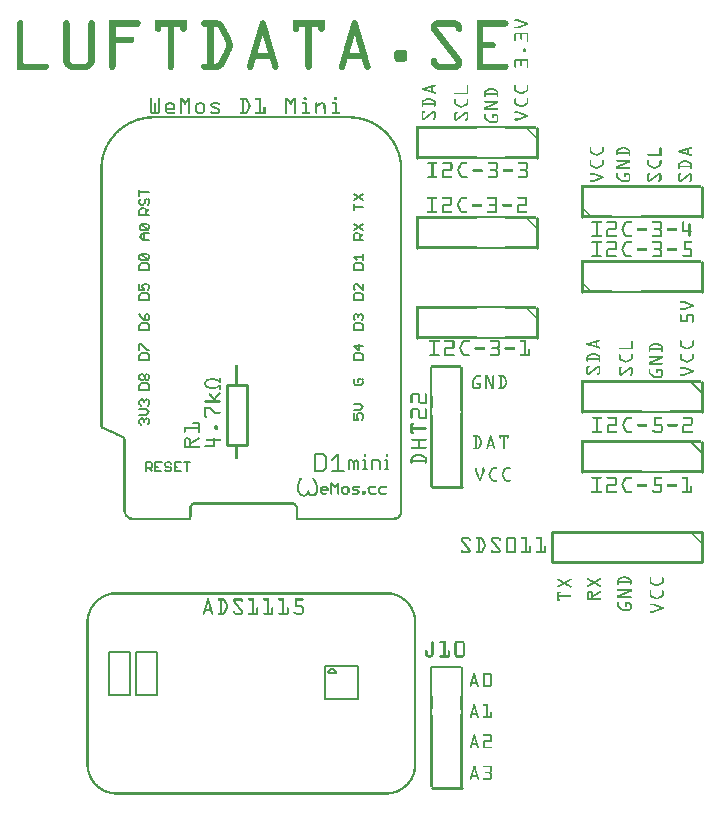
<source format=gto>
G04 MADE WITH FRITZING*
G04 WWW.FRITZING.ORG*
G04 DOUBLE SIDED*
G04 HOLES PLATED*
G04 CONTOUR ON CENTER OF CONTOUR VECTOR*
%ASAXBY*%
%FSLAX23Y23*%
%MOIN*%
%OFA0B0*%
%SFA1.0B1.0*%
%ADD10C,0.005000*%
%ADD11C,0.008000*%
%ADD12C,0.010000*%
%ADD13C,0.005556*%
%ADD14C,0.006944*%
%ADD15R,0.001000X0.001000*%
%LNSILK1*%
G90*
G70*
G54D10*
X331Y547D02*
X402Y547D01*
D02*
X402Y547D02*
X402Y405D01*
D02*
X402Y405D02*
X331Y405D01*
D02*
X331Y405D02*
X331Y547D01*
D02*
X421Y547D02*
X492Y547D01*
D02*
X492Y547D02*
X492Y405D01*
D02*
X492Y405D02*
X421Y405D01*
D02*
X421Y405D02*
X421Y547D01*
G54D11*
D02*
X1161Y501D02*
X1161Y391D01*
D02*
X1161Y391D02*
X1051Y391D01*
D02*
X1051Y391D02*
X1051Y501D01*
D02*
X1051Y501D02*
X1161Y501D01*
D02*
X1086Y478D02*
X1063Y478D01*
G54D12*
D02*
X1406Y96D02*
X1506Y96D01*
D02*
X789Y1437D02*
X789Y1237D01*
D02*
X789Y1237D02*
X723Y1237D01*
D02*
X723Y1237D02*
X723Y1437D01*
D02*
X723Y1437D02*
X789Y1437D01*
D02*
X2306Y1747D02*
X2306Y1847D01*
D02*
X1906Y1847D02*
X1906Y1747D01*
D02*
X2306Y1997D02*
X2306Y2097D01*
D02*
X1906Y2097D02*
X1906Y1997D01*
D02*
X1906Y1447D02*
X1906Y1347D01*
D02*
X2306Y1347D02*
X2306Y1447D01*
G54D10*
D02*
X2271Y1447D02*
X2306Y1412D01*
G54D12*
D02*
X1356Y1996D02*
X1356Y1896D01*
D02*
X1756Y1896D02*
X1756Y1996D01*
D02*
X1356Y1696D02*
X1356Y1596D01*
D02*
X1756Y1596D02*
X1756Y1696D01*
D02*
X1356Y2296D02*
X1356Y2196D01*
D02*
X1756Y2196D02*
X1756Y2296D01*
D02*
X1906Y1247D02*
X1906Y1147D01*
D02*
X2306Y1147D02*
X2306Y1247D01*
G54D10*
D02*
X2271Y1247D02*
X2306Y1212D01*
G54D12*
D02*
X1406Y1097D02*
X1506Y1097D01*
D02*
X2306Y947D02*
X1806Y947D01*
D02*
X1806Y947D02*
X1806Y847D01*
D02*
X1806Y847D02*
X2306Y847D01*
D02*
X2306Y847D02*
X2306Y947D01*
G54D13*
X464Y2006D02*
X433Y2006D01*
X432Y2006D02*
X432Y2021D01*
X432Y2021D02*
X437Y2026D01*
X438Y2027D02*
X448Y2027D01*
X449Y2027D02*
X453Y2022D01*
X453Y2021D02*
X453Y2006D01*
X453Y2016D02*
X463Y2026D01*
X438Y2058D02*
X433Y2053D01*
X432Y2053D02*
X432Y2044D01*
X432Y2043D02*
X437Y2038D01*
X438Y2038D02*
X443Y2038D01*
X443Y2038D02*
X448Y2043D01*
X449Y2043D02*
X449Y2052D01*
X449Y2053D02*
X453Y2058D01*
X453Y2058D02*
X458Y2058D01*
X459Y2058D02*
X464Y2053D01*
X464Y2053D02*
X464Y2044D01*
X464Y2043D02*
X459Y2038D01*
X464Y2080D02*
X433Y2080D01*
X432Y2069D02*
X432Y2089D01*
D02*
X463Y1922D02*
X443Y1922D01*
X443Y1922D02*
X434Y1931D01*
X433Y1932D02*
X442Y1942D01*
X443Y1943D02*
X463Y1943D01*
X448Y1922D02*
X448Y1942D01*
X459Y1953D02*
X438Y1953D01*
X437Y1953D02*
X433Y1958D01*
X433Y1959D02*
X433Y1968D01*
X433Y1969D02*
X437Y1974D01*
X437Y1974D02*
X458Y1974D01*
X459Y1974D02*
X463Y1969D01*
X463Y1969D02*
X463Y1960D01*
X463Y1959D02*
X459Y1954D01*
X459Y1953D02*
X438Y1973D01*
D02*
X432Y1822D02*
X463Y1822D01*
X464Y1822D02*
X464Y1837D01*
X464Y1837D02*
X459Y1842D01*
X459Y1843D02*
X438Y1843D01*
X438Y1843D02*
X433Y1838D01*
X432Y1837D02*
X432Y1822D01*
X459Y1853D02*
X438Y1853D01*
X438Y1853D02*
X433Y1858D01*
X432Y1859D02*
X432Y1868D01*
X432Y1869D02*
X437Y1874D01*
X438Y1874D02*
X458Y1874D01*
X459Y1874D02*
X464Y1869D01*
X464Y1869D02*
X464Y1860D01*
X464Y1859D02*
X459Y1854D01*
X459Y1853D02*
X438Y1874D01*
D02*
X432Y1722D02*
X463Y1722D01*
X464Y1722D02*
X464Y1737D01*
X464Y1737D02*
X459Y1742D01*
X459Y1743D02*
X438Y1743D01*
X438Y1743D02*
X433Y1738D01*
X432Y1737D02*
X432Y1722D01*
X432Y1774D02*
X432Y1754D01*
X432Y1753D02*
X447Y1753D01*
X448Y1753D02*
X443Y1763D01*
X442Y1764D02*
X442Y1768D01*
X442Y1769D02*
X447Y1774D01*
X448Y1774D02*
X458Y1774D01*
X459Y1774D02*
X464Y1769D01*
X464Y1769D02*
X464Y1760D01*
X464Y1759D02*
X459Y1754D01*
D02*
X432Y1622D02*
X463Y1622D01*
X464Y1622D02*
X464Y1637D01*
X464Y1637D02*
X459Y1642D01*
X459Y1643D02*
X438Y1643D01*
X438Y1643D02*
X433Y1638D01*
X432Y1637D02*
X432Y1622D01*
X432Y1674D02*
X437Y1665D01*
X438Y1664D02*
X448Y1654D01*
X449Y1653D02*
X458Y1653D01*
X459Y1653D02*
X464Y1658D01*
X464Y1659D02*
X464Y1668D01*
X464Y1669D02*
X459Y1674D01*
X459Y1674D02*
X454Y1674D01*
X453Y1674D02*
X449Y1669D01*
X449Y1669D02*
X449Y1654D01*
D02*
X432Y1522D02*
X463Y1522D01*
X464Y1522D02*
X464Y1537D01*
X464Y1537D02*
X459Y1542D01*
X459Y1543D02*
X438Y1543D01*
X438Y1543D02*
X433Y1538D01*
X432Y1537D02*
X432Y1522D01*
X432Y1553D02*
X432Y1573D01*
X432Y1574D02*
X438Y1574D01*
X438Y1574D02*
X458Y1554D01*
X459Y1553D02*
X464Y1553D01*
D02*
X432Y1422D02*
X463Y1422D01*
X464Y1422D02*
X464Y1437D01*
X464Y1437D02*
X459Y1442D01*
X459Y1443D02*
X438Y1443D01*
X438Y1443D02*
X433Y1438D01*
X432Y1437D02*
X432Y1422D01*
X438Y1453D02*
X433Y1458D01*
X432Y1459D02*
X432Y1468D01*
X432Y1469D02*
X437Y1474D01*
X438Y1474D02*
X443Y1474D01*
X443Y1474D02*
X448Y1469D01*
X449Y1469D02*
X454Y1474D01*
X454Y1474D02*
X458Y1474D01*
X459Y1474D02*
X464Y1469D01*
X464Y1469D02*
X464Y1460D01*
X464Y1459D02*
X459Y1454D01*
X459Y1453D02*
X455Y1453D01*
X454Y1453D02*
X449Y1458D01*
X449Y1459D02*
X444Y1454D01*
X443Y1453D02*
X438Y1453D01*
X449Y1459D02*
X449Y1468D01*
D02*
X438Y1306D02*
X433Y1311D01*
X432Y1312D02*
X432Y1321D01*
X432Y1321D02*
X437Y1326D01*
X438Y1327D02*
X442Y1327D01*
X442Y1327D02*
X447Y1322D01*
X448Y1321D02*
X448Y1316D01*
X448Y1321D02*
X453Y1326D01*
X453Y1327D02*
X458Y1327D01*
X459Y1327D02*
X464Y1322D01*
X464Y1321D02*
X464Y1312D01*
X464Y1312D02*
X459Y1307D01*
X432Y1338D02*
X452Y1338D01*
X453Y1338D02*
X463Y1348D01*
X464Y1348D02*
X454Y1357D01*
X453Y1358D02*
X432Y1358D01*
X438Y1369D02*
X433Y1374D01*
X432Y1374D02*
X432Y1385D01*
X432Y1385D02*
X437Y1389D01*
X438Y1390D02*
X442Y1390D01*
X442Y1390D02*
X447Y1386D01*
X448Y1385D02*
X448Y1380D01*
X448Y1385D02*
X453Y1389D01*
X453Y1390D02*
X458Y1390D01*
X459Y1390D02*
X464Y1386D01*
X464Y1385D02*
X464Y1375D01*
X464Y1374D02*
X459Y1369D01*
D02*
X1146Y1343D02*
X1146Y1323D01*
X1146Y1322D02*
X1161Y1322D01*
X1162Y1322D02*
X1157Y1331D01*
X1156Y1332D02*
X1156Y1337D01*
X1156Y1337D02*
X1161Y1342D01*
X1162Y1343D02*
X1172Y1343D01*
X1172Y1343D02*
X1177Y1338D01*
X1178Y1337D02*
X1178Y1328D01*
X1178Y1327D02*
X1173Y1322D01*
X1146Y1353D02*
X1166Y1353D01*
X1167Y1353D02*
X1177Y1363D01*
X1178Y1364D02*
X1168Y1373D01*
X1167Y1374D02*
X1147Y1374D01*
D02*
X1152Y1458D02*
X1147Y1453D01*
X1146Y1453D02*
X1146Y1444D01*
X1146Y1443D02*
X1151Y1438D01*
X1152Y1438D02*
X1172Y1438D01*
X1172Y1438D02*
X1177Y1443D01*
X1178Y1443D02*
X1178Y1452D01*
X1178Y1453D02*
X1173Y1458D01*
X1172Y1458D02*
X1162Y1458D01*
X1162Y1458D02*
X1162Y1448D01*
D02*
X1146Y1522D02*
X1177Y1522D01*
X1178Y1522D02*
X1178Y1537D01*
X1178Y1537D02*
X1173Y1542D01*
X1172Y1543D02*
X1152Y1543D01*
X1152Y1543D02*
X1147Y1538D01*
X1146Y1537D02*
X1146Y1522D01*
X1178Y1569D02*
X1147Y1569D01*
X1146Y1569D02*
X1162Y1554D01*
X1163Y1553D02*
X1163Y1573D01*
D02*
X1146Y1622D02*
X1177Y1622D01*
X1178Y1622D02*
X1178Y1637D01*
X1178Y1637D02*
X1173Y1642D01*
X1172Y1643D02*
X1152Y1643D01*
X1152Y1643D02*
X1147Y1638D01*
X1146Y1637D02*
X1146Y1622D01*
X1152Y1653D02*
X1147Y1658D01*
X1146Y1659D02*
X1146Y1668D01*
X1146Y1669D02*
X1151Y1674D01*
X1152Y1674D02*
X1156Y1674D01*
X1156Y1674D02*
X1161Y1669D01*
X1162Y1669D02*
X1162Y1665D01*
X1162Y1669D02*
X1167Y1674D01*
X1167Y1674D02*
X1172Y1674D01*
X1172Y1674D02*
X1177Y1669D01*
X1178Y1669D02*
X1178Y1660D01*
X1178Y1659D02*
X1173Y1654D01*
D02*
X1146Y1722D02*
X1177Y1722D01*
X1178Y1722D02*
X1178Y1737D01*
X1178Y1737D02*
X1173Y1742D01*
X1172Y1743D02*
X1152Y1743D01*
X1152Y1743D02*
X1147Y1738D01*
X1146Y1737D02*
X1146Y1722D01*
X1178Y1774D02*
X1178Y1754D01*
X1178Y1753D02*
X1158Y1773D01*
X1157Y1774D02*
X1152Y1774D01*
X1152Y1774D02*
X1147Y1769D01*
X1146Y1769D02*
X1146Y1760D01*
X1146Y1759D02*
X1151Y1754D01*
D02*
X1147Y1822D02*
X1177Y1822D01*
X1177Y1822D02*
X1177Y1837D01*
X1177Y1837D02*
X1173Y1842D01*
X1173Y1843D02*
X1152Y1843D01*
X1151Y1843D02*
X1147Y1838D01*
X1147Y1837D02*
X1147Y1822D01*
X1157Y1853D02*
X1148Y1863D01*
X1147Y1864D02*
X1177Y1864D01*
X1177Y1853D02*
X1177Y1873D01*
D02*
X1178Y1922D02*
X1147Y1922D01*
X1146Y1922D02*
X1146Y1937D01*
X1146Y1937D02*
X1151Y1942D01*
X1152Y1943D02*
X1162Y1943D01*
X1163Y1943D02*
X1167Y1938D01*
X1167Y1937D02*
X1167Y1922D01*
X1167Y1932D02*
X1177Y1942D01*
X1146Y1953D02*
X1177Y1973D01*
X1146Y1974D02*
X1177Y1954D01*
D02*
X1177Y2032D02*
X1147Y2032D01*
X1147Y2022D02*
X1147Y2042D01*
X1147Y2053D02*
X1177Y2073D01*
X1147Y2074D02*
X1177Y2054D01*
D02*
X454Y1150D02*
X454Y1181D01*
X454Y1181D02*
X469Y1181D01*
X469Y1181D02*
X474Y1176D01*
X475Y1176D02*
X475Y1166D01*
X475Y1165D02*
X470Y1160D01*
X469Y1160D02*
X454Y1160D01*
X464Y1160D02*
X474Y1151D01*
X506Y1181D02*
X485Y1181D01*
X485Y1181D02*
X485Y1150D01*
X485Y1150D02*
X505Y1150D01*
X485Y1165D02*
X495Y1165D01*
X538Y1176D02*
X533Y1181D01*
X533Y1181D02*
X523Y1181D01*
X522Y1181D02*
X517Y1176D01*
X517Y1176D02*
X517Y1171D01*
X517Y1170D02*
X522Y1165D01*
X522Y1165D02*
X532Y1165D01*
X533Y1165D02*
X538Y1160D01*
X538Y1160D02*
X538Y1156D01*
X538Y1155D02*
X533Y1150D01*
X533Y1150D02*
X523Y1150D01*
X522Y1150D02*
X517Y1155D01*
X570Y1181D02*
X550Y1181D01*
X549Y1181D02*
X549Y1150D01*
X549Y1150D02*
X569Y1150D01*
X549Y1165D02*
X558Y1165D01*
X591Y1150D02*
X591Y1181D01*
X580Y1181D02*
X600Y1181D01*
D02*
G54D14*
X1016Y1209D02*
X1016Y1151D01*
X1016Y1150D02*
X1044Y1150D01*
X1045Y1150D02*
X1055Y1160D01*
X1055Y1160D02*
X1055Y1198D01*
X1055Y1199D02*
X1045Y1209D01*
X1045Y1209D02*
X1016Y1209D01*
X1075Y1189D02*
X1095Y1209D01*
X1095Y1209D02*
X1095Y1151D01*
X1075Y1150D02*
X1114Y1150D01*
D02*
X1132Y1159D02*
X1132Y1187D01*
X1132Y1188D02*
X1139Y1188D01*
X1139Y1188D02*
X1145Y1181D01*
X1146Y1180D02*
X1146Y1159D01*
X1146Y1180D02*
X1153Y1187D01*
X1153Y1188D02*
X1160Y1181D01*
X1161Y1180D02*
X1161Y1159D01*
X1176Y1188D02*
X1183Y1188D01*
X1183Y1188D02*
X1183Y1160D01*
X1176Y1159D02*
X1191Y1159D01*
X1183Y1209D02*
X1183Y1202D01*
X1206Y1159D02*
X1206Y1187D01*
X1206Y1188D02*
X1227Y1188D01*
X1227Y1188D02*
X1234Y1181D01*
X1234Y1180D02*
X1234Y1159D01*
X1249Y1188D02*
X1256Y1188D01*
X1257Y1188D02*
X1257Y1160D01*
X1249Y1159D02*
X1262Y1159D01*
X1257Y1209D02*
X1257Y1202D01*
D02*
G54D15*
X1683Y2656D02*
X1696Y2656D01*
X1682Y2655D02*
X1699Y2655D01*
X1682Y2654D02*
X1701Y2654D01*
X32Y2653D02*
X39Y2653D01*
X185Y2653D02*
X192Y2653D01*
X269Y2653D02*
X276Y2653D01*
X331Y2653D02*
X429Y2653D01*
X485Y2653D02*
X589Y2653D01*
X645Y2653D02*
X693Y2653D01*
X840Y2653D02*
X847Y2653D01*
X944Y2653D02*
X1049Y2653D01*
X1146Y2653D02*
X1153Y2653D01*
X1422Y2653D02*
X1486Y2653D01*
X1557Y2653D02*
X1655Y2653D01*
X1682Y2653D02*
X1704Y2653D01*
X30Y2652D02*
X40Y2652D01*
X183Y2652D02*
X194Y2652D01*
X267Y2652D02*
X278Y2652D01*
X331Y2652D02*
X431Y2652D01*
X485Y2652D02*
X589Y2652D01*
X643Y2652D02*
X697Y2652D01*
X838Y2652D02*
X849Y2652D01*
X944Y2652D02*
X1049Y2652D01*
X1144Y2652D02*
X1155Y2652D01*
X1419Y2652D02*
X1490Y2652D01*
X1557Y2652D02*
X1657Y2652D01*
X1682Y2652D02*
X1706Y2652D01*
X29Y2651D02*
X42Y2651D01*
X182Y2651D02*
X195Y2651D01*
X266Y2651D02*
X279Y2651D01*
X331Y2651D02*
X432Y2651D01*
X485Y2651D02*
X589Y2651D01*
X641Y2651D02*
X700Y2651D01*
X837Y2651D02*
X850Y2651D01*
X944Y2651D02*
X1049Y2651D01*
X1143Y2651D02*
X1156Y2651D01*
X1417Y2651D02*
X1492Y2651D01*
X1557Y2651D02*
X1658Y2651D01*
X1683Y2651D02*
X1709Y2651D01*
X28Y2650D02*
X43Y2650D01*
X181Y2650D02*
X196Y2650D01*
X265Y2650D02*
X280Y2650D01*
X331Y2650D02*
X433Y2650D01*
X485Y2650D02*
X589Y2650D01*
X640Y2650D02*
X702Y2650D01*
X836Y2650D02*
X851Y2650D01*
X944Y2650D02*
X1049Y2650D01*
X1142Y2650D02*
X1157Y2650D01*
X1415Y2650D02*
X1494Y2650D01*
X1557Y2650D02*
X1659Y2650D01*
X1696Y2650D02*
X1712Y2650D01*
X27Y2649D02*
X43Y2649D01*
X180Y2649D02*
X197Y2649D01*
X264Y2649D02*
X281Y2649D01*
X331Y2649D02*
X434Y2649D01*
X485Y2649D02*
X589Y2649D01*
X640Y2649D02*
X703Y2649D01*
X835Y2649D02*
X852Y2649D01*
X944Y2649D02*
X1049Y2649D01*
X1141Y2649D02*
X1158Y2649D01*
X1414Y2649D02*
X1495Y2649D01*
X1557Y2649D02*
X1660Y2649D01*
X1698Y2649D02*
X1714Y2649D01*
X26Y2648D02*
X44Y2648D01*
X179Y2648D02*
X197Y2648D01*
X264Y2648D02*
X281Y2648D01*
X331Y2648D02*
X435Y2648D01*
X485Y2648D02*
X589Y2648D01*
X639Y2648D02*
X705Y2648D01*
X834Y2648D02*
X852Y2648D01*
X944Y2648D02*
X1049Y2648D01*
X1141Y2648D02*
X1159Y2648D01*
X1413Y2648D02*
X1497Y2648D01*
X1557Y2648D02*
X1660Y2648D01*
X1701Y2648D02*
X1717Y2648D01*
X26Y2647D02*
X45Y2647D01*
X179Y2647D02*
X198Y2647D01*
X263Y2647D02*
X282Y2647D01*
X331Y2647D02*
X435Y2647D01*
X485Y2647D02*
X589Y2647D01*
X639Y2647D02*
X706Y2647D01*
X834Y2647D02*
X853Y2647D01*
X944Y2647D02*
X1049Y2647D01*
X1140Y2647D02*
X1159Y2647D01*
X1411Y2647D02*
X1498Y2647D01*
X1557Y2647D02*
X1661Y2647D01*
X1703Y2647D02*
X1719Y2647D01*
X25Y2646D02*
X45Y2646D01*
X179Y2646D02*
X198Y2646D01*
X263Y2646D02*
X282Y2646D01*
X331Y2646D02*
X436Y2646D01*
X485Y2646D02*
X589Y2646D01*
X638Y2646D02*
X707Y2646D01*
X833Y2646D02*
X853Y2646D01*
X944Y2646D02*
X1049Y2646D01*
X1140Y2646D02*
X1159Y2646D01*
X1410Y2646D02*
X1499Y2646D01*
X1557Y2646D02*
X1661Y2646D01*
X1706Y2646D02*
X1722Y2646D01*
X25Y2645D02*
X45Y2645D01*
X178Y2645D02*
X198Y2645D01*
X262Y2645D02*
X283Y2645D01*
X331Y2645D02*
X436Y2645D01*
X485Y2645D02*
X589Y2645D01*
X638Y2645D02*
X709Y2645D01*
X833Y2645D02*
X853Y2645D01*
X944Y2645D02*
X1049Y2645D01*
X1140Y2645D02*
X1160Y2645D01*
X1410Y2645D02*
X1500Y2645D01*
X1557Y2645D02*
X1662Y2645D01*
X1708Y2645D02*
X1724Y2645D01*
X25Y2644D02*
X45Y2644D01*
X178Y2644D02*
X199Y2644D01*
X262Y2644D02*
X283Y2644D01*
X331Y2644D02*
X436Y2644D01*
X485Y2644D02*
X589Y2644D01*
X638Y2644D02*
X710Y2644D01*
X833Y2644D02*
X854Y2644D01*
X944Y2644D02*
X1049Y2644D01*
X1139Y2644D02*
X1160Y2644D01*
X1409Y2644D02*
X1501Y2644D01*
X1557Y2644D02*
X1662Y2644D01*
X1711Y2644D02*
X1727Y2644D01*
X25Y2643D02*
X45Y2643D01*
X178Y2643D02*
X199Y2643D01*
X262Y2643D02*
X283Y2643D01*
X331Y2643D02*
X436Y2643D01*
X485Y2643D02*
X589Y2643D01*
X638Y2643D02*
X711Y2643D01*
X833Y2643D02*
X854Y2643D01*
X944Y2643D02*
X1049Y2643D01*
X1139Y2643D02*
X1160Y2643D01*
X1408Y2643D02*
X1502Y2643D01*
X1557Y2643D02*
X1662Y2643D01*
X1714Y2643D02*
X1727Y2643D01*
X25Y2642D02*
X45Y2642D01*
X178Y2642D02*
X199Y2642D01*
X262Y2642D02*
X283Y2642D01*
X331Y2642D02*
X436Y2642D01*
X485Y2642D02*
X589Y2642D01*
X638Y2642D02*
X711Y2642D01*
X832Y2642D02*
X854Y2642D01*
X944Y2642D02*
X1049Y2642D01*
X1139Y2642D02*
X1161Y2642D01*
X1407Y2642D02*
X1503Y2642D01*
X1557Y2642D02*
X1662Y2642D01*
X1716Y2642D02*
X1728Y2642D01*
X25Y2641D02*
X45Y2641D01*
X178Y2641D02*
X199Y2641D01*
X262Y2641D02*
X283Y2641D01*
X331Y2641D02*
X436Y2641D01*
X485Y2641D02*
X589Y2641D01*
X638Y2641D02*
X712Y2641D01*
X832Y2641D02*
X855Y2641D01*
X944Y2641D02*
X1049Y2641D01*
X1138Y2641D02*
X1161Y2641D01*
X1407Y2641D02*
X1504Y2641D01*
X1557Y2641D02*
X1661Y2641D01*
X1716Y2641D02*
X1728Y2641D01*
X25Y2640D02*
X45Y2640D01*
X178Y2640D02*
X199Y2640D01*
X262Y2640D02*
X283Y2640D01*
X331Y2640D02*
X435Y2640D01*
X485Y2640D02*
X589Y2640D01*
X638Y2640D02*
X713Y2640D01*
X832Y2640D02*
X855Y2640D01*
X944Y2640D02*
X1049Y2640D01*
X1138Y2640D02*
X1161Y2640D01*
X1406Y2640D02*
X1504Y2640D01*
X1557Y2640D02*
X1661Y2640D01*
X1713Y2640D02*
X1727Y2640D01*
X25Y2639D02*
X45Y2639D01*
X178Y2639D02*
X199Y2639D01*
X262Y2639D02*
X283Y2639D01*
X331Y2639D02*
X435Y2639D01*
X485Y2639D02*
X589Y2639D01*
X639Y2639D02*
X714Y2639D01*
X831Y2639D02*
X855Y2639D01*
X944Y2639D02*
X1049Y2639D01*
X1138Y2639D02*
X1162Y2639D01*
X1406Y2639D02*
X1505Y2639D01*
X1557Y2639D02*
X1661Y2639D01*
X1711Y2639D02*
X1726Y2639D01*
X25Y2638D02*
X45Y2638D01*
X178Y2638D02*
X199Y2638D01*
X262Y2638D02*
X283Y2638D01*
X331Y2638D02*
X435Y2638D01*
X485Y2638D02*
X589Y2638D01*
X639Y2638D02*
X714Y2638D01*
X831Y2638D02*
X855Y2638D01*
X944Y2638D02*
X1049Y2638D01*
X1138Y2638D02*
X1162Y2638D01*
X1405Y2638D02*
X1505Y2638D01*
X1557Y2638D02*
X1660Y2638D01*
X1708Y2638D02*
X1724Y2638D01*
X25Y2637D02*
X45Y2637D01*
X178Y2637D02*
X199Y2637D01*
X262Y2637D02*
X283Y2637D01*
X331Y2637D02*
X434Y2637D01*
X485Y2637D02*
X589Y2637D01*
X640Y2637D02*
X715Y2637D01*
X831Y2637D02*
X856Y2637D01*
X944Y2637D02*
X1049Y2637D01*
X1137Y2637D02*
X1162Y2637D01*
X1405Y2637D02*
X1506Y2637D01*
X1557Y2637D02*
X1660Y2637D01*
X1706Y2637D02*
X1722Y2637D01*
X25Y2636D02*
X45Y2636D01*
X178Y2636D02*
X199Y2636D01*
X262Y2636D02*
X283Y2636D01*
X331Y2636D02*
X433Y2636D01*
X485Y2636D02*
X589Y2636D01*
X641Y2636D02*
X715Y2636D01*
X830Y2636D02*
X856Y2636D01*
X944Y2636D02*
X1049Y2636D01*
X1137Y2636D02*
X1162Y2636D01*
X1405Y2636D02*
X1506Y2636D01*
X1557Y2636D02*
X1659Y2636D01*
X1703Y2636D02*
X1719Y2636D01*
X25Y2635D02*
X45Y2635D01*
X178Y2635D02*
X199Y2635D01*
X262Y2635D02*
X283Y2635D01*
X331Y2635D02*
X432Y2635D01*
X485Y2635D02*
X589Y2635D01*
X642Y2635D02*
X716Y2635D01*
X830Y2635D02*
X856Y2635D01*
X944Y2635D02*
X1049Y2635D01*
X1137Y2635D02*
X1163Y2635D01*
X1404Y2635D02*
X1507Y2635D01*
X1557Y2635D02*
X1658Y2635D01*
X1701Y2635D02*
X1717Y2635D01*
X25Y2634D02*
X45Y2634D01*
X178Y2634D02*
X199Y2634D01*
X262Y2634D02*
X283Y2634D01*
X331Y2634D02*
X431Y2634D01*
X485Y2634D02*
X589Y2634D01*
X643Y2634D02*
X716Y2634D01*
X830Y2634D02*
X857Y2634D01*
X944Y2634D02*
X1049Y2634D01*
X1136Y2634D02*
X1163Y2634D01*
X1404Y2634D02*
X1507Y2634D01*
X1557Y2634D02*
X1657Y2634D01*
X1698Y2634D02*
X1714Y2634D01*
X25Y2633D02*
X45Y2633D01*
X178Y2633D02*
X199Y2633D01*
X262Y2633D02*
X283Y2633D01*
X331Y2633D02*
X429Y2633D01*
X485Y2633D02*
X589Y2633D01*
X645Y2633D02*
X717Y2633D01*
X830Y2633D02*
X857Y2633D01*
X944Y2633D02*
X1049Y2633D01*
X1136Y2633D02*
X1163Y2633D01*
X1404Y2633D02*
X1507Y2633D01*
X1557Y2633D02*
X1655Y2633D01*
X1695Y2633D02*
X1711Y2633D01*
X25Y2632D02*
X45Y2632D01*
X178Y2632D02*
X199Y2632D01*
X262Y2632D02*
X283Y2632D01*
X331Y2632D02*
X352Y2632D01*
X485Y2632D02*
X505Y2632D01*
X526Y2632D02*
X547Y2632D01*
X569Y2632D02*
X589Y2632D01*
X659Y2632D02*
X679Y2632D01*
X691Y2632D02*
X717Y2632D01*
X829Y2632D02*
X857Y2632D01*
X944Y2632D02*
X965Y2632D01*
X986Y2632D02*
X1007Y2632D01*
X1028Y2632D02*
X1049Y2632D01*
X1136Y2632D02*
X1164Y2632D01*
X1404Y2632D02*
X1425Y2632D01*
X1483Y2632D02*
X1508Y2632D01*
X1557Y2632D02*
X1578Y2632D01*
X1683Y2632D02*
X1709Y2632D01*
X25Y2631D02*
X45Y2631D01*
X178Y2631D02*
X199Y2631D01*
X262Y2631D02*
X283Y2631D01*
X331Y2631D02*
X352Y2631D01*
X485Y2631D02*
X505Y2631D01*
X527Y2631D02*
X547Y2631D01*
X569Y2631D02*
X589Y2631D01*
X659Y2631D02*
X679Y2631D01*
X693Y2631D02*
X718Y2631D01*
X829Y2631D02*
X857Y2631D01*
X944Y2631D02*
X965Y2631D01*
X986Y2631D02*
X1007Y2631D01*
X1028Y2631D02*
X1049Y2631D01*
X1135Y2631D02*
X1164Y2631D01*
X1404Y2631D02*
X1424Y2631D01*
X1485Y2631D02*
X1508Y2631D01*
X1557Y2631D02*
X1578Y2631D01*
X1682Y2631D02*
X1706Y2631D01*
X25Y2630D02*
X45Y2630D01*
X178Y2630D02*
X199Y2630D01*
X262Y2630D02*
X283Y2630D01*
X331Y2630D02*
X352Y2630D01*
X485Y2630D02*
X505Y2630D01*
X527Y2630D02*
X547Y2630D01*
X569Y2630D02*
X589Y2630D01*
X659Y2630D02*
X679Y2630D01*
X694Y2630D02*
X718Y2630D01*
X829Y2630D02*
X858Y2630D01*
X944Y2630D02*
X965Y2630D01*
X986Y2630D02*
X1007Y2630D01*
X1028Y2630D02*
X1049Y2630D01*
X1135Y2630D02*
X1164Y2630D01*
X1404Y2630D02*
X1424Y2630D01*
X1486Y2630D02*
X1508Y2630D01*
X1557Y2630D02*
X1578Y2630D01*
X1682Y2630D02*
X1704Y2630D01*
X25Y2629D02*
X45Y2629D01*
X178Y2629D02*
X199Y2629D01*
X262Y2629D02*
X283Y2629D01*
X331Y2629D02*
X352Y2629D01*
X485Y2629D02*
X505Y2629D01*
X527Y2629D02*
X547Y2629D01*
X569Y2629D02*
X589Y2629D01*
X659Y2629D02*
X679Y2629D01*
X695Y2629D02*
X719Y2629D01*
X828Y2629D02*
X858Y2629D01*
X944Y2629D02*
X965Y2629D01*
X986Y2629D02*
X1007Y2629D01*
X1028Y2629D02*
X1049Y2629D01*
X1135Y2629D02*
X1164Y2629D01*
X1404Y2629D02*
X1424Y2629D01*
X1487Y2629D02*
X1508Y2629D01*
X1557Y2629D02*
X1578Y2629D01*
X1682Y2629D02*
X1701Y2629D01*
X25Y2628D02*
X45Y2628D01*
X178Y2628D02*
X199Y2628D01*
X262Y2628D02*
X283Y2628D01*
X331Y2628D02*
X352Y2628D01*
X485Y2628D02*
X505Y2628D01*
X527Y2628D02*
X547Y2628D01*
X569Y2628D02*
X589Y2628D01*
X659Y2628D02*
X679Y2628D01*
X696Y2628D02*
X719Y2628D01*
X828Y2628D02*
X858Y2628D01*
X944Y2628D02*
X965Y2628D01*
X986Y2628D02*
X1007Y2628D01*
X1028Y2628D02*
X1049Y2628D01*
X1135Y2628D02*
X1165Y2628D01*
X1404Y2628D02*
X1425Y2628D01*
X1487Y2628D02*
X1508Y2628D01*
X1557Y2628D02*
X1578Y2628D01*
X1682Y2628D02*
X1699Y2628D01*
X25Y2627D02*
X45Y2627D01*
X178Y2627D02*
X199Y2627D01*
X262Y2627D02*
X283Y2627D01*
X331Y2627D02*
X352Y2627D01*
X485Y2627D02*
X505Y2627D01*
X527Y2627D02*
X547Y2627D01*
X569Y2627D02*
X589Y2627D01*
X659Y2627D02*
X679Y2627D01*
X697Y2627D02*
X720Y2627D01*
X828Y2627D02*
X859Y2627D01*
X944Y2627D02*
X965Y2627D01*
X986Y2627D02*
X1007Y2627D01*
X1028Y2627D02*
X1049Y2627D01*
X1134Y2627D02*
X1165Y2627D01*
X1404Y2627D02*
X1426Y2627D01*
X1488Y2627D02*
X1508Y2627D01*
X1557Y2627D02*
X1578Y2627D01*
X1683Y2627D02*
X1696Y2627D01*
X25Y2626D02*
X45Y2626D01*
X178Y2626D02*
X199Y2626D01*
X262Y2626D02*
X283Y2626D01*
X331Y2626D02*
X352Y2626D01*
X485Y2626D02*
X505Y2626D01*
X527Y2626D02*
X547Y2626D01*
X569Y2626D02*
X589Y2626D01*
X659Y2626D02*
X679Y2626D01*
X697Y2626D02*
X720Y2626D01*
X828Y2626D02*
X859Y2626D01*
X944Y2626D02*
X965Y2626D01*
X986Y2626D02*
X1007Y2626D01*
X1028Y2626D02*
X1049Y2626D01*
X1134Y2626D02*
X1165Y2626D01*
X1404Y2626D02*
X1426Y2626D01*
X1488Y2626D02*
X1508Y2626D01*
X1557Y2626D02*
X1578Y2626D01*
X25Y2625D02*
X45Y2625D01*
X178Y2625D02*
X199Y2625D01*
X262Y2625D02*
X283Y2625D01*
X331Y2625D02*
X352Y2625D01*
X485Y2625D02*
X505Y2625D01*
X527Y2625D02*
X547Y2625D01*
X569Y2625D02*
X589Y2625D01*
X659Y2625D02*
X679Y2625D01*
X698Y2625D02*
X721Y2625D01*
X827Y2625D02*
X859Y2625D01*
X944Y2625D02*
X965Y2625D01*
X986Y2625D02*
X1007Y2625D01*
X1028Y2625D02*
X1049Y2625D01*
X1134Y2625D02*
X1166Y2625D01*
X1404Y2625D02*
X1427Y2625D01*
X1488Y2625D02*
X1508Y2625D01*
X1557Y2625D02*
X1578Y2625D01*
X25Y2624D02*
X45Y2624D01*
X178Y2624D02*
X199Y2624D01*
X262Y2624D02*
X283Y2624D01*
X331Y2624D02*
X352Y2624D01*
X485Y2624D02*
X505Y2624D01*
X527Y2624D02*
X547Y2624D01*
X569Y2624D02*
X589Y2624D01*
X659Y2624D02*
X679Y2624D01*
X698Y2624D02*
X721Y2624D01*
X827Y2624D02*
X859Y2624D01*
X944Y2624D02*
X965Y2624D01*
X986Y2624D02*
X1007Y2624D01*
X1029Y2624D02*
X1049Y2624D01*
X1133Y2624D02*
X1166Y2624D01*
X1405Y2624D02*
X1428Y2624D01*
X1488Y2624D02*
X1508Y2624D01*
X1557Y2624D02*
X1578Y2624D01*
X25Y2623D02*
X45Y2623D01*
X178Y2623D02*
X199Y2623D01*
X262Y2623D02*
X283Y2623D01*
X331Y2623D02*
X352Y2623D01*
X485Y2623D02*
X505Y2623D01*
X527Y2623D02*
X547Y2623D01*
X569Y2623D02*
X589Y2623D01*
X659Y2623D02*
X679Y2623D01*
X699Y2623D02*
X722Y2623D01*
X827Y2623D02*
X860Y2623D01*
X945Y2623D02*
X964Y2623D01*
X986Y2623D02*
X1007Y2623D01*
X1029Y2623D02*
X1049Y2623D01*
X1133Y2623D02*
X1166Y2623D01*
X1405Y2623D02*
X1429Y2623D01*
X1488Y2623D02*
X1508Y2623D01*
X1557Y2623D02*
X1578Y2623D01*
X25Y2622D02*
X45Y2622D01*
X178Y2622D02*
X199Y2622D01*
X262Y2622D02*
X283Y2622D01*
X331Y2622D02*
X352Y2622D01*
X485Y2622D02*
X505Y2622D01*
X527Y2622D02*
X547Y2622D01*
X569Y2622D02*
X589Y2622D01*
X659Y2622D02*
X679Y2622D01*
X699Y2622D02*
X722Y2622D01*
X826Y2622D02*
X860Y2622D01*
X945Y2622D02*
X964Y2622D01*
X986Y2622D02*
X1007Y2622D01*
X1029Y2622D02*
X1048Y2622D01*
X1133Y2622D02*
X1166Y2622D01*
X1405Y2622D02*
X1430Y2622D01*
X1489Y2622D02*
X1508Y2622D01*
X1557Y2622D02*
X1578Y2622D01*
X25Y2621D02*
X45Y2621D01*
X178Y2621D02*
X199Y2621D01*
X262Y2621D02*
X283Y2621D01*
X331Y2621D02*
X352Y2621D01*
X485Y2621D02*
X504Y2621D01*
X527Y2621D02*
X547Y2621D01*
X570Y2621D02*
X588Y2621D01*
X659Y2621D02*
X679Y2621D01*
X700Y2621D02*
X723Y2621D01*
X826Y2621D02*
X860Y2621D01*
X945Y2621D02*
X964Y2621D01*
X986Y2621D02*
X1007Y2621D01*
X1029Y2621D02*
X1048Y2621D01*
X1133Y2621D02*
X1167Y2621D01*
X1406Y2621D02*
X1430Y2621D01*
X1489Y2621D02*
X1508Y2621D01*
X1557Y2621D02*
X1578Y2621D01*
X25Y2620D02*
X45Y2620D01*
X178Y2620D02*
X199Y2620D01*
X262Y2620D02*
X283Y2620D01*
X331Y2620D02*
X352Y2620D01*
X486Y2620D02*
X504Y2620D01*
X527Y2620D02*
X547Y2620D01*
X570Y2620D02*
X588Y2620D01*
X659Y2620D02*
X679Y2620D01*
X700Y2620D02*
X723Y2620D01*
X826Y2620D02*
X861Y2620D01*
X946Y2620D02*
X963Y2620D01*
X986Y2620D02*
X1007Y2620D01*
X1030Y2620D02*
X1047Y2620D01*
X1132Y2620D02*
X1167Y2620D01*
X1406Y2620D02*
X1431Y2620D01*
X1489Y2620D02*
X1507Y2620D01*
X1557Y2620D02*
X1578Y2620D01*
X25Y2619D02*
X45Y2619D01*
X178Y2619D02*
X199Y2619D01*
X262Y2619D02*
X283Y2619D01*
X331Y2619D02*
X352Y2619D01*
X487Y2619D02*
X503Y2619D01*
X527Y2619D02*
X547Y2619D01*
X571Y2619D02*
X587Y2619D01*
X659Y2619D02*
X679Y2619D01*
X701Y2619D02*
X724Y2619D01*
X826Y2619D02*
X861Y2619D01*
X946Y2619D02*
X963Y2619D01*
X986Y2619D02*
X1007Y2619D01*
X1030Y2619D02*
X1047Y2619D01*
X1132Y2619D02*
X1167Y2619D01*
X1406Y2619D02*
X1432Y2619D01*
X1490Y2619D02*
X1507Y2619D01*
X1557Y2619D02*
X1578Y2619D01*
X25Y2618D02*
X45Y2618D01*
X178Y2618D02*
X199Y2618D01*
X262Y2618D02*
X283Y2618D01*
X331Y2618D02*
X352Y2618D01*
X487Y2618D02*
X502Y2618D01*
X527Y2618D02*
X547Y2618D01*
X571Y2618D02*
X586Y2618D01*
X659Y2618D02*
X679Y2618D01*
X701Y2618D02*
X724Y2618D01*
X825Y2618D02*
X861Y2618D01*
X947Y2618D02*
X962Y2618D01*
X986Y2618D02*
X1007Y2618D01*
X1031Y2618D02*
X1046Y2618D01*
X1132Y2618D02*
X1168Y2618D01*
X1407Y2618D02*
X1433Y2618D01*
X1491Y2618D02*
X1506Y2618D01*
X1557Y2618D02*
X1578Y2618D01*
X25Y2617D02*
X45Y2617D01*
X178Y2617D02*
X199Y2617D01*
X262Y2617D02*
X283Y2617D01*
X331Y2617D02*
X352Y2617D01*
X488Y2617D02*
X501Y2617D01*
X527Y2617D02*
X547Y2617D01*
X572Y2617D02*
X585Y2617D01*
X659Y2617D02*
X679Y2617D01*
X702Y2617D02*
X725Y2617D01*
X825Y2617D02*
X862Y2617D01*
X948Y2617D02*
X961Y2617D01*
X986Y2617D02*
X1007Y2617D01*
X1032Y2617D02*
X1045Y2617D01*
X1131Y2617D02*
X1168Y2617D01*
X1407Y2617D02*
X1433Y2617D01*
X1492Y2617D02*
X1505Y2617D01*
X1557Y2617D02*
X1578Y2617D01*
X25Y2616D02*
X45Y2616D01*
X178Y2616D02*
X199Y2616D01*
X262Y2616D02*
X283Y2616D01*
X331Y2616D02*
X352Y2616D01*
X490Y2616D02*
X500Y2616D01*
X527Y2616D02*
X547Y2616D01*
X574Y2616D02*
X584Y2616D01*
X659Y2616D02*
X679Y2616D01*
X702Y2616D02*
X725Y2616D01*
X825Y2616D02*
X862Y2616D01*
X949Y2616D02*
X960Y2616D01*
X986Y2616D02*
X1007Y2616D01*
X1033Y2616D02*
X1044Y2616D01*
X1131Y2616D02*
X1168Y2616D01*
X1408Y2616D02*
X1434Y2616D01*
X1493Y2616D02*
X1503Y2616D01*
X1557Y2616D02*
X1578Y2616D01*
X25Y2615D02*
X45Y2615D01*
X178Y2615D02*
X199Y2615D01*
X262Y2615D02*
X283Y2615D01*
X331Y2615D02*
X352Y2615D01*
X492Y2615D02*
X498Y2615D01*
X527Y2615D02*
X547Y2615D01*
X576Y2615D02*
X582Y2615D01*
X659Y2615D02*
X679Y2615D01*
X703Y2615D02*
X726Y2615D01*
X824Y2615D02*
X862Y2615D01*
X951Y2615D02*
X958Y2615D01*
X986Y2615D02*
X1007Y2615D01*
X1035Y2615D02*
X1042Y2615D01*
X1131Y2615D02*
X1169Y2615D01*
X1409Y2615D02*
X1435Y2615D01*
X1495Y2615D02*
X1501Y2615D01*
X1557Y2615D02*
X1578Y2615D01*
X25Y2614D02*
X45Y2614D01*
X178Y2614D02*
X199Y2614D01*
X262Y2614D02*
X283Y2614D01*
X331Y2614D02*
X352Y2614D01*
X527Y2614D02*
X547Y2614D01*
X659Y2614D02*
X679Y2614D01*
X703Y2614D02*
X726Y2614D01*
X824Y2614D02*
X862Y2614D01*
X986Y2614D02*
X1007Y2614D01*
X1130Y2614D02*
X1169Y2614D01*
X1409Y2614D02*
X1436Y2614D01*
X1557Y2614D02*
X1578Y2614D01*
X25Y2613D02*
X45Y2613D01*
X178Y2613D02*
X199Y2613D01*
X262Y2613D02*
X283Y2613D01*
X331Y2613D02*
X352Y2613D01*
X527Y2613D02*
X547Y2613D01*
X659Y2613D02*
X679Y2613D01*
X704Y2613D02*
X727Y2613D01*
X824Y2613D02*
X863Y2613D01*
X986Y2613D02*
X1007Y2613D01*
X1130Y2613D02*
X1169Y2613D01*
X1410Y2613D02*
X1437Y2613D01*
X1557Y2613D02*
X1578Y2613D01*
X25Y2612D02*
X45Y2612D01*
X178Y2612D02*
X199Y2612D01*
X262Y2612D02*
X283Y2612D01*
X331Y2612D02*
X352Y2612D01*
X527Y2612D02*
X547Y2612D01*
X659Y2612D02*
X679Y2612D01*
X704Y2612D02*
X728Y2612D01*
X823Y2612D02*
X863Y2612D01*
X986Y2612D02*
X1007Y2612D01*
X1130Y2612D02*
X1169Y2612D01*
X1411Y2612D02*
X1437Y2612D01*
X1557Y2612D02*
X1578Y2612D01*
X1685Y2612D02*
X1702Y2612D01*
X1708Y2612D02*
X1725Y2612D01*
X25Y2611D02*
X45Y2611D01*
X178Y2611D02*
X199Y2611D01*
X262Y2611D02*
X283Y2611D01*
X331Y2611D02*
X352Y2611D01*
X527Y2611D02*
X547Y2611D01*
X659Y2611D02*
X679Y2611D01*
X705Y2611D02*
X728Y2611D01*
X823Y2611D02*
X863Y2611D01*
X986Y2611D02*
X1007Y2611D01*
X1130Y2611D02*
X1170Y2611D01*
X1412Y2611D02*
X1438Y2611D01*
X1557Y2611D02*
X1578Y2611D01*
X1683Y2611D02*
X1703Y2611D01*
X1706Y2611D02*
X1726Y2611D01*
X25Y2610D02*
X45Y2610D01*
X178Y2610D02*
X199Y2610D01*
X262Y2610D02*
X283Y2610D01*
X331Y2610D02*
X352Y2610D01*
X527Y2610D02*
X547Y2610D01*
X659Y2610D02*
X679Y2610D01*
X706Y2610D02*
X729Y2610D01*
X823Y2610D02*
X864Y2610D01*
X986Y2610D02*
X1007Y2610D01*
X1129Y2610D02*
X1170Y2610D01*
X1413Y2610D02*
X1439Y2610D01*
X1557Y2610D02*
X1578Y2610D01*
X1683Y2610D02*
X1727Y2610D01*
X25Y2609D02*
X45Y2609D01*
X178Y2609D02*
X199Y2609D01*
X262Y2609D02*
X283Y2609D01*
X331Y2609D02*
X352Y2609D01*
X527Y2609D02*
X547Y2609D01*
X659Y2609D02*
X679Y2609D01*
X706Y2609D02*
X729Y2609D01*
X823Y2609D02*
X864Y2609D01*
X986Y2609D02*
X1007Y2609D01*
X1129Y2609D02*
X1170Y2609D01*
X1413Y2609D02*
X1440Y2609D01*
X1557Y2609D02*
X1578Y2609D01*
X1682Y2609D02*
X1727Y2609D01*
X25Y2608D02*
X45Y2608D01*
X178Y2608D02*
X199Y2608D01*
X262Y2608D02*
X283Y2608D01*
X331Y2608D02*
X352Y2608D01*
X527Y2608D02*
X547Y2608D01*
X659Y2608D02*
X679Y2608D01*
X707Y2608D02*
X730Y2608D01*
X822Y2608D02*
X864Y2608D01*
X986Y2608D02*
X1007Y2608D01*
X1129Y2608D02*
X1171Y2608D01*
X1414Y2608D02*
X1440Y2608D01*
X1557Y2608D02*
X1578Y2608D01*
X1682Y2608D02*
X1728Y2608D01*
X25Y2607D02*
X45Y2607D01*
X178Y2607D02*
X199Y2607D01*
X262Y2607D02*
X283Y2607D01*
X331Y2607D02*
X352Y2607D01*
X527Y2607D02*
X547Y2607D01*
X659Y2607D02*
X679Y2607D01*
X707Y2607D02*
X730Y2607D01*
X822Y2607D02*
X864Y2607D01*
X986Y2607D02*
X1007Y2607D01*
X1128Y2607D02*
X1171Y2607D01*
X1415Y2607D02*
X1441Y2607D01*
X1557Y2607D02*
X1578Y2607D01*
X1682Y2607D02*
X1728Y2607D01*
X25Y2606D02*
X45Y2606D01*
X178Y2606D02*
X199Y2606D01*
X262Y2606D02*
X283Y2606D01*
X331Y2606D02*
X352Y2606D01*
X527Y2606D02*
X547Y2606D01*
X659Y2606D02*
X679Y2606D01*
X708Y2606D02*
X731Y2606D01*
X822Y2606D02*
X865Y2606D01*
X986Y2606D02*
X1007Y2606D01*
X1128Y2606D02*
X1171Y2606D01*
X1416Y2606D02*
X1442Y2606D01*
X1557Y2606D02*
X1578Y2606D01*
X1682Y2606D02*
X1687Y2606D01*
X1701Y2606D02*
X1708Y2606D01*
X1723Y2606D02*
X1728Y2606D01*
X25Y2605D02*
X45Y2605D01*
X178Y2605D02*
X199Y2605D01*
X262Y2605D02*
X283Y2605D01*
X331Y2605D02*
X352Y2605D01*
X527Y2605D02*
X547Y2605D01*
X659Y2605D02*
X679Y2605D01*
X708Y2605D02*
X731Y2605D01*
X821Y2605D02*
X865Y2605D01*
X986Y2605D02*
X1007Y2605D01*
X1128Y2605D02*
X1171Y2605D01*
X1416Y2605D02*
X1443Y2605D01*
X1557Y2605D02*
X1578Y2605D01*
X1682Y2605D02*
X1687Y2605D01*
X1702Y2605D02*
X1708Y2605D01*
X1723Y2605D02*
X1728Y2605D01*
X25Y2604D02*
X45Y2604D01*
X178Y2604D02*
X199Y2604D01*
X262Y2604D02*
X283Y2604D01*
X331Y2604D02*
X352Y2604D01*
X527Y2604D02*
X547Y2604D01*
X659Y2604D02*
X679Y2604D01*
X709Y2604D02*
X732Y2604D01*
X821Y2604D02*
X865Y2604D01*
X986Y2604D02*
X1007Y2604D01*
X1128Y2604D02*
X1172Y2604D01*
X1417Y2604D02*
X1444Y2604D01*
X1557Y2604D02*
X1578Y2604D01*
X1682Y2604D02*
X1687Y2604D01*
X1702Y2604D02*
X1707Y2604D01*
X1723Y2604D02*
X1728Y2604D01*
X25Y2603D02*
X45Y2603D01*
X178Y2603D02*
X199Y2603D01*
X262Y2603D02*
X283Y2603D01*
X331Y2603D02*
X352Y2603D01*
X527Y2603D02*
X547Y2603D01*
X659Y2603D02*
X679Y2603D01*
X709Y2603D02*
X732Y2603D01*
X821Y2603D02*
X842Y2603D01*
X844Y2603D02*
X866Y2603D01*
X986Y2603D02*
X1007Y2603D01*
X1127Y2603D02*
X1149Y2603D01*
X1151Y2603D02*
X1172Y2603D01*
X1418Y2603D02*
X1444Y2603D01*
X1557Y2603D02*
X1578Y2603D01*
X1682Y2603D02*
X1687Y2603D01*
X1702Y2603D02*
X1707Y2603D01*
X1723Y2603D02*
X1728Y2603D01*
X25Y2602D02*
X45Y2602D01*
X178Y2602D02*
X199Y2602D01*
X262Y2602D02*
X283Y2602D01*
X331Y2602D02*
X352Y2602D01*
X527Y2602D02*
X547Y2602D01*
X659Y2602D02*
X679Y2602D01*
X710Y2602D02*
X733Y2602D01*
X821Y2602D02*
X842Y2602D01*
X844Y2602D02*
X866Y2602D01*
X986Y2602D02*
X1007Y2602D01*
X1127Y2602D02*
X1148Y2602D01*
X1151Y2602D02*
X1172Y2602D01*
X1419Y2602D02*
X1445Y2602D01*
X1557Y2602D02*
X1578Y2602D01*
X1682Y2602D02*
X1687Y2602D01*
X1702Y2602D02*
X1707Y2602D01*
X1723Y2602D02*
X1728Y2602D01*
X25Y2601D02*
X45Y2601D01*
X178Y2601D02*
X199Y2601D01*
X262Y2601D02*
X283Y2601D01*
X331Y2601D02*
X352Y2601D01*
X527Y2601D02*
X547Y2601D01*
X659Y2601D02*
X679Y2601D01*
X710Y2601D02*
X733Y2601D01*
X820Y2601D02*
X842Y2601D01*
X845Y2601D02*
X866Y2601D01*
X986Y2601D02*
X1007Y2601D01*
X1127Y2601D02*
X1148Y2601D01*
X1151Y2601D02*
X1173Y2601D01*
X1419Y2601D02*
X1446Y2601D01*
X1557Y2601D02*
X1578Y2601D01*
X1682Y2601D02*
X1687Y2601D01*
X1702Y2601D02*
X1707Y2601D01*
X1723Y2601D02*
X1728Y2601D01*
X25Y2600D02*
X45Y2600D01*
X178Y2600D02*
X199Y2600D01*
X262Y2600D02*
X283Y2600D01*
X331Y2600D02*
X352Y2600D01*
X527Y2600D02*
X547Y2600D01*
X659Y2600D02*
X679Y2600D01*
X711Y2600D02*
X734Y2600D01*
X820Y2600D02*
X841Y2600D01*
X845Y2600D02*
X866Y2600D01*
X986Y2600D02*
X1007Y2600D01*
X1126Y2600D02*
X1148Y2600D01*
X1151Y2600D02*
X1173Y2600D01*
X1420Y2600D02*
X1447Y2600D01*
X1557Y2600D02*
X1578Y2600D01*
X1682Y2600D02*
X1687Y2600D01*
X1702Y2600D02*
X1707Y2600D01*
X1723Y2600D02*
X1728Y2600D01*
X25Y2599D02*
X45Y2599D01*
X178Y2599D02*
X199Y2599D01*
X262Y2599D02*
X283Y2599D01*
X331Y2599D02*
X408Y2599D01*
X527Y2599D02*
X547Y2599D01*
X659Y2599D02*
X679Y2599D01*
X711Y2599D02*
X734Y2599D01*
X820Y2599D02*
X841Y2599D01*
X845Y2599D02*
X867Y2599D01*
X986Y2599D02*
X1007Y2599D01*
X1126Y2599D02*
X1147Y2599D01*
X1152Y2599D02*
X1173Y2599D01*
X1421Y2599D02*
X1447Y2599D01*
X1557Y2599D02*
X1578Y2599D01*
X1682Y2599D02*
X1687Y2599D01*
X1702Y2599D02*
X1707Y2599D01*
X1723Y2599D02*
X1728Y2599D01*
X25Y2598D02*
X45Y2598D01*
X178Y2598D02*
X199Y2598D01*
X262Y2598D02*
X283Y2598D01*
X331Y2598D02*
X410Y2598D01*
X527Y2598D02*
X547Y2598D01*
X659Y2598D02*
X679Y2598D01*
X712Y2598D02*
X735Y2598D01*
X819Y2598D02*
X841Y2598D01*
X846Y2598D02*
X867Y2598D01*
X986Y2598D02*
X1007Y2598D01*
X1126Y2598D02*
X1147Y2598D01*
X1152Y2598D02*
X1173Y2598D01*
X1422Y2598D02*
X1448Y2598D01*
X1557Y2598D02*
X1578Y2598D01*
X1682Y2598D02*
X1687Y2598D01*
X1702Y2598D02*
X1707Y2598D01*
X1723Y2598D02*
X1728Y2598D01*
X25Y2597D02*
X45Y2597D01*
X178Y2597D02*
X199Y2597D01*
X262Y2597D02*
X283Y2597D01*
X331Y2597D02*
X411Y2597D01*
X527Y2597D02*
X547Y2597D01*
X659Y2597D02*
X679Y2597D01*
X712Y2597D02*
X735Y2597D01*
X819Y2597D02*
X840Y2597D01*
X846Y2597D02*
X867Y2597D01*
X986Y2597D02*
X1007Y2597D01*
X1125Y2597D02*
X1147Y2597D01*
X1152Y2597D02*
X1174Y2597D01*
X1423Y2597D02*
X1449Y2597D01*
X1557Y2597D02*
X1578Y2597D01*
X1682Y2597D02*
X1687Y2597D01*
X1702Y2597D02*
X1707Y2597D01*
X1723Y2597D02*
X1728Y2597D01*
X25Y2596D02*
X45Y2596D01*
X178Y2596D02*
X199Y2596D01*
X262Y2596D02*
X283Y2596D01*
X331Y2596D02*
X412Y2596D01*
X527Y2596D02*
X547Y2596D01*
X659Y2596D02*
X679Y2596D01*
X713Y2596D02*
X736Y2596D01*
X819Y2596D02*
X840Y2596D01*
X846Y2596D02*
X868Y2596D01*
X986Y2596D02*
X1007Y2596D01*
X1125Y2596D02*
X1147Y2596D01*
X1153Y2596D02*
X1174Y2596D01*
X1423Y2596D02*
X1450Y2596D01*
X1557Y2596D02*
X1578Y2596D01*
X1682Y2596D02*
X1687Y2596D01*
X1702Y2596D02*
X1707Y2596D01*
X1723Y2596D02*
X1728Y2596D01*
X25Y2595D02*
X45Y2595D01*
X178Y2595D02*
X199Y2595D01*
X262Y2595D02*
X283Y2595D01*
X331Y2595D02*
X413Y2595D01*
X527Y2595D02*
X547Y2595D01*
X659Y2595D02*
X679Y2595D01*
X713Y2595D02*
X736Y2595D01*
X818Y2595D02*
X840Y2595D01*
X847Y2595D02*
X868Y2595D01*
X986Y2595D02*
X1007Y2595D01*
X1125Y2595D02*
X1146Y2595D01*
X1153Y2595D02*
X1174Y2595D01*
X1424Y2595D02*
X1451Y2595D01*
X1557Y2595D02*
X1578Y2595D01*
X1682Y2595D02*
X1687Y2595D01*
X1702Y2595D02*
X1707Y2595D01*
X1723Y2595D02*
X1728Y2595D01*
X25Y2594D02*
X45Y2594D01*
X178Y2594D02*
X199Y2594D01*
X262Y2594D02*
X283Y2594D01*
X331Y2594D02*
X414Y2594D01*
X527Y2594D02*
X547Y2594D01*
X659Y2594D02*
X679Y2594D01*
X714Y2594D02*
X737Y2594D01*
X818Y2594D02*
X839Y2594D01*
X847Y2594D02*
X868Y2594D01*
X986Y2594D02*
X1007Y2594D01*
X1125Y2594D02*
X1146Y2594D01*
X1153Y2594D02*
X1175Y2594D01*
X1425Y2594D02*
X1451Y2594D01*
X1557Y2594D02*
X1578Y2594D01*
X1682Y2594D02*
X1687Y2594D01*
X1702Y2594D02*
X1707Y2594D01*
X1723Y2594D02*
X1728Y2594D01*
X25Y2593D02*
X45Y2593D01*
X178Y2593D02*
X199Y2593D01*
X262Y2593D02*
X283Y2593D01*
X331Y2593D02*
X414Y2593D01*
X527Y2593D02*
X547Y2593D01*
X659Y2593D02*
X679Y2593D01*
X714Y2593D02*
X737Y2593D01*
X818Y2593D02*
X839Y2593D01*
X847Y2593D02*
X868Y2593D01*
X986Y2593D02*
X1007Y2593D01*
X1124Y2593D02*
X1146Y2593D01*
X1154Y2593D02*
X1175Y2593D01*
X1426Y2593D02*
X1452Y2593D01*
X1557Y2593D02*
X1578Y2593D01*
X1682Y2593D02*
X1687Y2593D01*
X1702Y2593D02*
X1707Y2593D01*
X1723Y2593D02*
X1728Y2593D01*
X25Y2592D02*
X45Y2592D01*
X178Y2592D02*
X199Y2592D01*
X262Y2592D02*
X283Y2592D01*
X331Y2592D02*
X414Y2592D01*
X527Y2592D02*
X547Y2592D01*
X659Y2592D02*
X679Y2592D01*
X715Y2592D02*
X737Y2592D01*
X818Y2592D02*
X839Y2592D01*
X847Y2592D02*
X869Y2592D01*
X986Y2592D02*
X1007Y2592D01*
X1124Y2592D02*
X1145Y2592D01*
X1154Y2592D02*
X1175Y2592D01*
X1426Y2592D02*
X1453Y2592D01*
X1557Y2592D02*
X1578Y2592D01*
X1682Y2592D02*
X1687Y2592D01*
X1702Y2592D02*
X1707Y2592D01*
X1723Y2592D02*
X1728Y2592D01*
X25Y2591D02*
X45Y2591D01*
X178Y2591D02*
X199Y2591D01*
X262Y2591D02*
X283Y2591D01*
X331Y2591D02*
X415Y2591D01*
X527Y2591D02*
X547Y2591D01*
X659Y2591D02*
X679Y2591D01*
X715Y2591D02*
X738Y2591D01*
X817Y2591D02*
X839Y2591D01*
X848Y2591D02*
X869Y2591D01*
X986Y2591D02*
X1007Y2591D01*
X1124Y2591D02*
X1145Y2591D01*
X1154Y2591D02*
X1176Y2591D01*
X1427Y2591D02*
X1454Y2591D01*
X1557Y2591D02*
X1578Y2591D01*
X1682Y2591D02*
X1687Y2591D01*
X1702Y2591D02*
X1707Y2591D01*
X1723Y2591D02*
X1728Y2591D01*
X25Y2590D02*
X45Y2590D01*
X178Y2590D02*
X199Y2590D01*
X262Y2590D02*
X283Y2590D01*
X331Y2590D02*
X415Y2590D01*
X527Y2590D02*
X547Y2590D01*
X659Y2590D02*
X679Y2590D01*
X716Y2590D02*
X738Y2590D01*
X817Y2590D02*
X838Y2590D01*
X848Y2590D02*
X869Y2590D01*
X986Y2590D02*
X1007Y2590D01*
X1123Y2590D02*
X1145Y2590D01*
X1154Y2590D02*
X1176Y2590D01*
X1428Y2590D02*
X1454Y2590D01*
X1557Y2590D02*
X1578Y2590D01*
X1682Y2590D02*
X1687Y2590D01*
X1703Y2590D02*
X1707Y2590D01*
X1723Y2590D02*
X1728Y2590D01*
X25Y2589D02*
X45Y2589D01*
X178Y2589D02*
X199Y2589D01*
X262Y2589D02*
X283Y2589D01*
X331Y2589D02*
X415Y2589D01*
X527Y2589D02*
X547Y2589D01*
X659Y2589D02*
X679Y2589D01*
X716Y2589D02*
X739Y2589D01*
X817Y2589D02*
X838Y2589D01*
X848Y2589D02*
X870Y2589D01*
X986Y2589D02*
X1007Y2589D01*
X1123Y2589D02*
X1144Y2589D01*
X1155Y2589D02*
X1176Y2589D01*
X1429Y2589D02*
X1455Y2589D01*
X1557Y2589D02*
X1578Y2589D01*
X1682Y2589D02*
X1687Y2589D01*
X1704Y2589D02*
X1705Y2589D01*
X1723Y2589D02*
X1728Y2589D01*
X25Y2588D02*
X45Y2588D01*
X178Y2588D02*
X199Y2588D01*
X262Y2588D02*
X283Y2588D01*
X331Y2588D02*
X415Y2588D01*
X527Y2588D02*
X547Y2588D01*
X659Y2588D02*
X679Y2588D01*
X717Y2588D02*
X739Y2588D01*
X816Y2588D02*
X838Y2588D01*
X849Y2588D02*
X870Y2588D01*
X986Y2588D02*
X1007Y2588D01*
X1123Y2588D02*
X1144Y2588D01*
X1155Y2588D02*
X1176Y2588D01*
X1430Y2588D02*
X1456Y2588D01*
X1557Y2588D02*
X1578Y2588D01*
X1682Y2588D02*
X1687Y2588D01*
X1723Y2588D02*
X1728Y2588D01*
X25Y2587D02*
X45Y2587D01*
X178Y2587D02*
X199Y2587D01*
X262Y2587D02*
X283Y2587D01*
X331Y2587D02*
X415Y2587D01*
X527Y2587D02*
X547Y2587D01*
X659Y2587D02*
X679Y2587D01*
X717Y2587D02*
X740Y2587D01*
X816Y2587D02*
X837Y2587D01*
X849Y2587D02*
X870Y2587D01*
X986Y2587D02*
X1007Y2587D01*
X1123Y2587D02*
X1144Y2587D01*
X1155Y2587D02*
X1177Y2587D01*
X1430Y2587D02*
X1457Y2587D01*
X1557Y2587D02*
X1578Y2587D01*
X1682Y2587D02*
X1687Y2587D01*
X1723Y2587D02*
X1728Y2587D01*
X25Y2586D02*
X45Y2586D01*
X178Y2586D02*
X199Y2586D01*
X262Y2586D02*
X283Y2586D01*
X331Y2586D02*
X414Y2586D01*
X527Y2586D02*
X547Y2586D01*
X659Y2586D02*
X679Y2586D01*
X718Y2586D02*
X740Y2586D01*
X816Y2586D02*
X837Y2586D01*
X849Y2586D02*
X871Y2586D01*
X986Y2586D02*
X1007Y2586D01*
X1122Y2586D02*
X1144Y2586D01*
X1156Y2586D02*
X1177Y2586D01*
X1431Y2586D02*
X1458Y2586D01*
X1557Y2586D02*
X1578Y2586D01*
X1682Y2586D02*
X1687Y2586D01*
X1723Y2586D02*
X1728Y2586D01*
X25Y2585D02*
X45Y2585D01*
X178Y2585D02*
X199Y2585D01*
X262Y2585D02*
X283Y2585D01*
X331Y2585D02*
X414Y2585D01*
X527Y2585D02*
X547Y2585D01*
X659Y2585D02*
X679Y2585D01*
X718Y2585D02*
X740Y2585D01*
X816Y2585D02*
X837Y2585D01*
X849Y2585D02*
X871Y2585D01*
X986Y2585D02*
X1007Y2585D01*
X1122Y2585D02*
X1143Y2585D01*
X1156Y2585D02*
X1177Y2585D01*
X1432Y2585D02*
X1458Y2585D01*
X1557Y2585D02*
X1578Y2585D01*
X1682Y2585D02*
X1687Y2585D01*
X1723Y2585D02*
X1728Y2585D01*
X25Y2584D02*
X45Y2584D01*
X178Y2584D02*
X199Y2584D01*
X262Y2584D02*
X283Y2584D01*
X331Y2584D02*
X413Y2584D01*
X527Y2584D02*
X547Y2584D01*
X659Y2584D02*
X679Y2584D01*
X719Y2584D02*
X740Y2584D01*
X815Y2584D02*
X837Y2584D01*
X850Y2584D02*
X871Y2584D01*
X986Y2584D02*
X1007Y2584D01*
X1122Y2584D02*
X1143Y2584D01*
X1156Y2584D02*
X1178Y2584D01*
X1433Y2584D02*
X1459Y2584D01*
X1557Y2584D02*
X1578Y2584D01*
X1682Y2584D02*
X1686Y2584D01*
X1723Y2584D02*
X1727Y2584D01*
X25Y2583D02*
X45Y2583D01*
X178Y2583D02*
X199Y2583D01*
X262Y2583D02*
X283Y2583D01*
X331Y2583D02*
X413Y2583D01*
X527Y2583D02*
X547Y2583D01*
X659Y2583D02*
X679Y2583D01*
X719Y2583D02*
X741Y2583D01*
X815Y2583D02*
X836Y2583D01*
X850Y2583D02*
X871Y2583D01*
X986Y2583D02*
X1007Y2583D01*
X1121Y2583D02*
X1143Y2583D01*
X1156Y2583D02*
X1178Y2583D01*
X1433Y2583D02*
X1460Y2583D01*
X1557Y2583D02*
X1578Y2583D01*
X1683Y2583D02*
X1685Y2583D01*
X1725Y2583D02*
X1726Y2583D01*
X25Y2582D02*
X45Y2582D01*
X178Y2582D02*
X199Y2582D01*
X262Y2582D02*
X283Y2582D01*
X331Y2582D02*
X412Y2582D01*
X527Y2582D02*
X547Y2582D01*
X659Y2582D02*
X679Y2582D01*
X720Y2582D02*
X741Y2582D01*
X815Y2582D02*
X836Y2582D01*
X850Y2582D02*
X872Y2582D01*
X986Y2582D02*
X1007Y2582D01*
X1121Y2582D02*
X1142Y2582D01*
X1157Y2582D02*
X1178Y2582D01*
X1434Y2582D02*
X1461Y2582D01*
X1557Y2582D02*
X1578Y2582D01*
X25Y2581D02*
X45Y2581D01*
X178Y2581D02*
X199Y2581D01*
X262Y2581D02*
X283Y2581D01*
X331Y2581D02*
X411Y2581D01*
X527Y2581D02*
X547Y2581D01*
X659Y2581D02*
X679Y2581D01*
X720Y2581D02*
X741Y2581D01*
X814Y2581D02*
X836Y2581D01*
X851Y2581D02*
X872Y2581D01*
X986Y2581D02*
X1007Y2581D01*
X1121Y2581D02*
X1142Y2581D01*
X1157Y2581D02*
X1178Y2581D01*
X1435Y2581D02*
X1462Y2581D01*
X1557Y2581D02*
X1613Y2581D01*
X25Y2580D02*
X45Y2580D01*
X178Y2580D02*
X199Y2580D01*
X262Y2580D02*
X283Y2580D01*
X331Y2580D02*
X410Y2580D01*
X527Y2580D02*
X547Y2580D01*
X659Y2580D02*
X679Y2580D01*
X720Y2580D02*
X741Y2580D01*
X814Y2580D02*
X835Y2580D01*
X851Y2580D02*
X872Y2580D01*
X986Y2580D02*
X1007Y2580D01*
X1121Y2580D02*
X1142Y2580D01*
X1157Y2580D02*
X1179Y2580D01*
X1436Y2580D02*
X1462Y2580D01*
X1557Y2580D02*
X1615Y2580D01*
X25Y2579D02*
X45Y2579D01*
X178Y2579D02*
X199Y2579D01*
X262Y2579D02*
X283Y2579D01*
X331Y2579D02*
X408Y2579D01*
X527Y2579D02*
X547Y2579D01*
X659Y2579D02*
X679Y2579D01*
X721Y2579D02*
X742Y2579D01*
X814Y2579D02*
X835Y2579D01*
X851Y2579D02*
X873Y2579D01*
X986Y2579D02*
X1007Y2579D01*
X1120Y2579D02*
X1142Y2579D01*
X1158Y2579D02*
X1179Y2579D01*
X1437Y2579D02*
X1463Y2579D01*
X1557Y2579D02*
X1616Y2579D01*
X25Y2578D02*
X45Y2578D01*
X178Y2578D02*
X199Y2578D01*
X262Y2578D02*
X283Y2578D01*
X331Y2578D02*
X352Y2578D01*
X527Y2578D02*
X547Y2578D01*
X659Y2578D02*
X679Y2578D01*
X721Y2578D02*
X742Y2578D01*
X813Y2578D02*
X835Y2578D01*
X852Y2578D02*
X873Y2578D01*
X986Y2578D02*
X1007Y2578D01*
X1120Y2578D02*
X1141Y2578D01*
X1158Y2578D02*
X1179Y2578D01*
X1437Y2578D02*
X1464Y2578D01*
X1557Y2578D02*
X1617Y2578D01*
X25Y2577D02*
X45Y2577D01*
X178Y2577D02*
X199Y2577D01*
X262Y2577D02*
X283Y2577D01*
X331Y2577D02*
X352Y2577D01*
X527Y2577D02*
X547Y2577D01*
X659Y2577D02*
X679Y2577D01*
X721Y2577D02*
X742Y2577D01*
X813Y2577D02*
X835Y2577D01*
X852Y2577D02*
X873Y2577D01*
X986Y2577D02*
X1007Y2577D01*
X1120Y2577D02*
X1141Y2577D01*
X1158Y2577D02*
X1180Y2577D01*
X1438Y2577D02*
X1465Y2577D01*
X1557Y2577D02*
X1618Y2577D01*
X25Y2576D02*
X45Y2576D01*
X178Y2576D02*
X199Y2576D01*
X262Y2576D02*
X283Y2576D01*
X331Y2576D02*
X352Y2576D01*
X527Y2576D02*
X547Y2576D01*
X659Y2576D02*
X679Y2576D01*
X721Y2576D02*
X742Y2576D01*
X813Y2576D02*
X834Y2576D01*
X852Y2576D02*
X873Y2576D01*
X986Y2576D02*
X1007Y2576D01*
X1119Y2576D02*
X1141Y2576D01*
X1159Y2576D02*
X1180Y2576D01*
X1439Y2576D02*
X1465Y2576D01*
X1557Y2576D02*
X1618Y2576D01*
X25Y2575D02*
X45Y2575D01*
X178Y2575D02*
X199Y2575D01*
X262Y2575D02*
X283Y2575D01*
X331Y2575D02*
X352Y2575D01*
X527Y2575D02*
X547Y2575D01*
X659Y2575D02*
X679Y2575D01*
X722Y2575D02*
X742Y2575D01*
X813Y2575D02*
X834Y2575D01*
X852Y2575D02*
X874Y2575D01*
X986Y2575D02*
X1007Y2575D01*
X1119Y2575D02*
X1140Y2575D01*
X1159Y2575D02*
X1180Y2575D01*
X1440Y2575D02*
X1466Y2575D01*
X1557Y2575D02*
X1619Y2575D01*
X25Y2574D02*
X45Y2574D01*
X178Y2574D02*
X199Y2574D01*
X262Y2574D02*
X283Y2574D01*
X331Y2574D02*
X352Y2574D01*
X527Y2574D02*
X547Y2574D01*
X659Y2574D02*
X679Y2574D01*
X722Y2574D02*
X742Y2574D01*
X812Y2574D02*
X834Y2574D01*
X853Y2574D02*
X874Y2574D01*
X986Y2574D02*
X1007Y2574D01*
X1119Y2574D02*
X1140Y2574D01*
X1159Y2574D02*
X1180Y2574D01*
X1440Y2574D02*
X1467Y2574D01*
X1557Y2574D02*
X1619Y2574D01*
X25Y2573D02*
X45Y2573D01*
X178Y2573D02*
X199Y2573D01*
X262Y2573D02*
X283Y2573D01*
X331Y2573D02*
X352Y2573D01*
X527Y2573D02*
X547Y2573D01*
X659Y2573D02*
X679Y2573D01*
X722Y2573D02*
X742Y2573D01*
X812Y2573D02*
X833Y2573D01*
X853Y2573D02*
X874Y2573D01*
X986Y2573D02*
X1007Y2573D01*
X1118Y2573D02*
X1140Y2573D01*
X1159Y2573D02*
X1181Y2573D01*
X1441Y2573D02*
X1468Y2573D01*
X1557Y2573D02*
X1619Y2573D01*
X25Y2572D02*
X45Y2572D01*
X178Y2572D02*
X199Y2572D01*
X262Y2572D02*
X283Y2572D01*
X331Y2572D02*
X352Y2572D01*
X527Y2572D02*
X547Y2572D01*
X659Y2572D02*
X679Y2572D01*
X722Y2572D02*
X742Y2572D01*
X812Y2572D02*
X833Y2572D01*
X853Y2572D02*
X875Y2572D01*
X986Y2572D02*
X1007Y2572D01*
X1118Y2572D02*
X1140Y2572D01*
X1160Y2572D02*
X1181Y2572D01*
X1442Y2572D02*
X1469Y2572D01*
X1557Y2572D02*
X1619Y2572D01*
X25Y2571D02*
X45Y2571D01*
X178Y2571D02*
X199Y2571D01*
X262Y2571D02*
X283Y2571D01*
X331Y2571D02*
X352Y2571D01*
X527Y2571D02*
X547Y2571D01*
X659Y2571D02*
X679Y2571D01*
X722Y2571D02*
X742Y2571D01*
X811Y2571D02*
X833Y2571D01*
X854Y2571D02*
X875Y2571D01*
X986Y2571D02*
X1007Y2571D01*
X1118Y2571D02*
X1139Y2571D01*
X1160Y2571D02*
X1181Y2571D01*
X1443Y2571D02*
X1469Y2571D01*
X1557Y2571D02*
X1620Y2571D01*
X25Y2570D02*
X45Y2570D01*
X178Y2570D02*
X199Y2570D01*
X262Y2570D02*
X283Y2570D01*
X331Y2570D02*
X352Y2570D01*
X527Y2570D02*
X547Y2570D01*
X659Y2570D02*
X679Y2570D01*
X722Y2570D02*
X742Y2570D01*
X811Y2570D02*
X832Y2570D01*
X854Y2570D02*
X875Y2570D01*
X986Y2570D02*
X1007Y2570D01*
X1118Y2570D02*
X1139Y2570D01*
X1160Y2570D02*
X1182Y2570D01*
X1444Y2570D02*
X1470Y2570D01*
X1557Y2570D02*
X1619Y2570D01*
X25Y2569D02*
X45Y2569D01*
X178Y2569D02*
X199Y2569D01*
X262Y2569D02*
X283Y2569D01*
X331Y2569D02*
X352Y2569D01*
X527Y2569D02*
X547Y2569D01*
X659Y2569D02*
X679Y2569D01*
X722Y2569D02*
X742Y2569D01*
X811Y2569D02*
X832Y2569D01*
X854Y2569D02*
X875Y2569D01*
X986Y2569D02*
X1007Y2569D01*
X1117Y2569D02*
X1139Y2569D01*
X1161Y2569D02*
X1182Y2569D01*
X1444Y2569D02*
X1471Y2569D01*
X1557Y2569D02*
X1619Y2569D01*
X25Y2568D02*
X45Y2568D01*
X178Y2568D02*
X199Y2568D01*
X262Y2568D02*
X283Y2568D01*
X331Y2568D02*
X352Y2568D01*
X527Y2568D02*
X547Y2568D01*
X659Y2568D02*
X679Y2568D01*
X722Y2568D02*
X742Y2568D01*
X811Y2568D02*
X832Y2568D01*
X854Y2568D02*
X876Y2568D01*
X986Y2568D02*
X1007Y2568D01*
X1117Y2568D02*
X1138Y2568D01*
X1161Y2568D02*
X1182Y2568D01*
X1445Y2568D02*
X1472Y2568D01*
X1557Y2568D02*
X1619Y2568D01*
X25Y2567D02*
X45Y2567D01*
X178Y2567D02*
X199Y2567D01*
X262Y2567D02*
X283Y2567D01*
X331Y2567D02*
X352Y2567D01*
X527Y2567D02*
X547Y2567D01*
X659Y2567D02*
X679Y2567D01*
X722Y2567D02*
X742Y2567D01*
X810Y2567D02*
X832Y2567D01*
X855Y2567D02*
X876Y2567D01*
X986Y2567D02*
X1007Y2567D01*
X1117Y2567D02*
X1138Y2567D01*
X1161Y2567D02*
X1183Y2567D01*
X1446Y2567D02*
X1472Y2567D01*
X1557Y2567D02*
X1619Y2567D01*
X25Y2566D02*
X45Y2566D01*
X178Y2566D02*
X199Y2566D01*
X262Y2566D02*
X283Y2566D01*
X331Y2566D02*
X352Y2566D01*
X527Y2566D02*
X547Y2566D01*
X659Y2566D02*
X679Y2566D01*
X721Y2566D02*
X742Y2566D01*
X810Y2566D02*
X831Y2566D01*
X855Y2566D02*
X876Y2566D01*
X986Y2566D02*
X1007Y2566D01*
X1116Y2566D02*
X1138Y2566D01*
X1162Y2566D02*
X1183Y2566D01*
X1447Y2566D02*
X1473Y2566D01*
X1557Y2566D02*
X1618Y2566D01*
X25Y2565D02*
X45Y2565D01*
X178Y2565D02*
X199Y2565D01*
X262Y2565D02*
X283Y2565D01*
X331Y2565D02*
X352Y2565D01*
X527Y2565D02*
X547Y2565D01*
X659Y2565D02*
X679Y2565D01*
X721Y2565D02*
X742Y2565D01*
X810Y2565D02*
X831Y2565D01*
X855Y2565D02*
X877Y2565D01*
X986Y2565D02*
X1007Y2565D01*
X1116Y2565D02*
X1137Y2565D01*
X1162Y2565D02*
X1183Y2565D01*
X1447Y2565D02*
X1474Y2565D01*
X1557Y2565D02*
X1618Y2565D01*
X25Y2564D02*
X45Y2564D01*
X178Y2564D02*
X199Y2564D01*
X262Y2564D02*
X283Y2564D01*
X331Y2564D02*
X352Y2564D01*
X527Y2564D02*
X547Y2564D01*
X659Y2564D02*
X679Y2564D01*
X721Y2564D02*
X742Y2564D01*
X809Y2564D02*
X831Y2564D01*
X856Y2564D02*
X877Y2564D01*
X986Y2564D02*
X1007Y2564D01*
X1116Y2564D02*
X1137Y2564D01*
X1162Y2564D02*
X1183Y2564D01*
X1448Y2564D02*
X1475Y2564D01*
X1557Y2564D02*
X1617Y2564D01*
X25Y2563D02*
X45Y2563D01*
X178Y2563D02*
X199Y2563D01*
X262Y2563D02*
X283Y2563D01*
X331Y2563D02*
X352Y2563D01*
X527Y2563D02*
X547Y2563D01*
X659Y2563D02*
X679Y2563D01*
X721Y2563D02*
X742Y2563D01*
X809Y2563D02*
X830Y2563D01*
X856Y2563D02*
X877Y2563D01*
X986Y2563D02*
X1007Y2563D01*
X1116Y2563D02*
X1137Y2563D01*
X1162Y2563D02*
X1184Y2563D01*
X1449Y2563D02*
X1476Y2563D01*
X1557Y2563D02*
X1616Y2563D01*
X25Y2562D02*
X45Y2562D01*
X178Y2562D02*
X199Y2562D01*
X262Y2562D02*
X283Y2562D01*
X331Y2562D02*
X352Y2562D01*
X527Y2562D02*
X547Y2562D01*
X659Y2562D02*
X679Y2562D01*
X720Y2562D02*
X741Y2562D01*
X809Y2562D02*
X830Y2562D01*
X856Y2562D02*
X878Y2562D01*
X986Y2562D02*
X1007Y2562D01*
X1115Y2562D02*
X1137Y2562D01*
X1163Y2562D02*
X1184Y2562D01*
X1450Y2562D02*
X1476Y2562D01*
X1557Y2562D02*
X1614Y2562D01*
X25Y2561D02*
X45Y2561D01*
X178Y2561D02*
X199Y2561D01*
X262Y2561D02*
X283Y2561D01*
X331Y2561D02*
X352Y2561D01*
X527Y2561D02*
X547Y2561D01*
X659Y2561D02*
X679Y2561D01*
X720Y2561D02*
X741Y2561D01*
X809Y2561D02*
X830Y2561D01*
X857Y2561D02*
X878Y2561D01*
X986Y2561D02*
X1007Y2561D01*
X1115Y2561D02*
X1136Y2561D01*
X1163Y2561D02*
X1184Y2561D01*
X1451Y2561D02*
X1477Y2561D01*
X1557Y2561D02*
X1612Y2561D01*
X25Y2560D02*
X45Y2560D01*
X178Y2560D02*
X199Y2560D01*
X262Y2560D02*
X283Y2560D01*
X331Y2560D02*
X352Y2560D01*
X527Y2560D02*
X547Y2560D01*
X659Y2560D02*
X679Y2560D01*
X719Y2560D02*
X741Y2560D01*
X808Y2560D02*
X830Y2560D01*
X857Y2560D02*
X878Y2560D01*
X986Y2560D02*
X1007Y2560D01*
X1115Y2560D02*
X1136Y2560D01*
X1163Y2560D02*
X1185Y2560D01*
X1451Y2560D02*
X1478Y2560D01*
X1557Y2560D02*
X1578Y2560D01*
X1713Y2560D02*
X1717Y2560D01*
X25Y2559D02*
X45Y2559D01*
X178Y2559D02*
X199Y2559D01*
X262Y2559D02*
X283Y2559D01*
X331Y2559D02*
X352Y2559D01*
X527Y2559D02*
X547Y2559D01*
X659Y2559D02*
X679Y2559D01*
X719Y2559D02*
X741Y2559D01*
X808Y2559D02*
X829Y2559D01*
X857Y2559D02*
X878Y2559D01*
X986Y2559D02*
X1007Y2559D01*
X1114Y2559D02*
X1136Y2559D01*
X1164Y2559D02*
X1185Y2559D01*
X1452Y2559D02*
X1479Y2559D01*
X1557Y2559D02*
X1578Y2559D01*
X1711Y2559D02*
X1719Y2559D01*
X25Y2558D02*
X45Y2558D01*
X178Y2558D02*
X199Y2558D01*
X262Y2558D02*
X283Y2558D01*
X331Y2558D02*
X352Y2558D01*
X527Y2558D02*
X547Y2558D01*
X659Y2558D02*
X679Y2558D01*
X719Y2558D02*
X740Y2558D01*
X808Y2558D02*
X829Y2558D01*
X857Y2558D02*
X879Y2558D01*
X986Y2558D02*
X1007Y2558D01*
X1114Y2558D02*
X1135Y2558D01*
X1164Y2558D02*
X1185Y2558D01*
X1453Y2558D02*
X1479Y2558D01*
X1557Y2558D02*
X1578Y2558D01*
X1710Y2558D02*
X1720Y2558D01*
X25Y2557D02*
X45Y2557D01*
X178Y2557D02*
X199Y2557D01*
X262Y2557D02*
X283Y2557D01*
X331Y2557D02*
X352Y2557D01*
X527Y2557D02*
X547Y2557D01*
X659Y2557D02*
X679Y2557D01*
X718Y2557D02*
X740Y2557D01*
X807Y2557D02*
X829Y2557D01*
X858Y2557D02*
X879Y2557D01*
X986Y2557D02*
X1007Y2557D01*
X1114Y2557D02*
X1135Y2557D01*
X1164Y2557D02*
X1185Y2557D01*
X1454Y2557D02*
X1480Y2557D01*
X1557Y2557D02*
X1578Y2557D01*
X1710Y2557D02*
X1720Y2557D01*
X25Y2556D02*
X45Y2556D01*
X178Y2556D02*
X199Y2556D01*
X262Y2556D02*
X283Y2556D01*
X331Y2556D02*
X352Y2556D01*
X527Y2556D02*
X547Y2556D01*
X659Y2556D02*
X679Y2556D01*
X718Y2556D02*
X740Y2556D01*
X807Y2556D02*
X828Y2556D01*
X858Y2556D02*
X879Y2556D01*
X986Y2556D02*
X1007Y2556D01*
X1113Y2556D02*
X1135Y2556D01*
X1164Y2556D02*
X1186Y2556D01*
X1454Y2556D02*
X1481Y2556D01*
X1557Y2556D02*
X1578Y2556D01*
X1710Y2556D02*
X1720Y2556D01*
X25Y2555D02*
X45Y2555D01*
X178Y2555D02*
X199Y2555D01*
X262Y2555D02*
X283Y2555D01*
X331Y2555D02*
X352Y2555D01*
X527Y2555D02*
X547Y2555D01*
X659Y2555D02*
X679Y2555D01*
X717Y2555D02*
X739Y2555D01*
X807Y2555D02*
X828Y2555D01*
X858Y2555D02*
X880Y2555D01*
X986Y2555D02*
X1007Y2555D01*
X1113Y2555D02*
X1135Y2555D01*
X1165Y2555D02*
X1186Y2555D01*
X1455Y2555D02*
X1482Y2555D01*
X1557Y2555D02*
X1578Y2555D01*
X1710Y2555D02*
X1720Y2555D01*
X25Y2554D02*
X45Y2554D01*
X178Y2554D02*
X199Y2554D01*
X262Y2554D02*
X283Y2554D01*
X331Y2554D02*
X352Y2554D01*
X527Y2554D02*
X547Y2554D01*
X659Y2554D02*
X679Y2554D01*
X717Y2554D02*
X739Y2554D01*
X806Y2554D02*
X828Y2554D01*
X859Y2554D02*
X880Y2554D01*
X986Y2554D02*
X1007Y2554D01*
X1113Y2554D02*
X1134Y2554D01*
X1165Y2554D02*
X1186Y2554D01*
X1289Y2554D02*
X1317Y2554D01*
X1456Y2554D02*
X1483Y2554D01*
X1557Y2554D02*
X1578Y2554D01*
X1710Y2554D02*
X1720Y2554D01*
X25Y2553D02*
X45Y2553D01*
X178Y2553D02*
X199Y2553D01*
X262Y2553D02*
X283Y2553D01*
X331Y2553D02*
X352Y2553D01*
X527Y2553D02*
X547Y2553D01*
X659Y2553D02*
X679Y2553D01*
X716Y2553D02*
X739Y2553D01*
X806Y2553D02*
X828Y2553D01*
X859Y2553D02*
X880Y2553D01*
X986Y2553D02*
X1007Y2553D01*
X1113Y2553D02*
X1134Y2553D01*
X1165Y2553D02*
X1187Y2553D01*
X1287Y2553D02*
X1319Y2553D01*
X1457Y2553D02*
X1483Y2553D01*
X1557Y2553D02*
X1578Y2553D01*
X1710Y2553D02*
X1720Y2553D01*
X25Y2552D02*
X45Y2552D01*
X178Y2552D02*
X199Y2552D01*
X262Y2552D02*
X283Y2552D01*
X331Y2552D02*
X352Y2552D01*
X527Y2552D02*
X547Y2552D01*
X659Y2552D02*
X679Y2552D01*
X716Y2552D02*
X738Y2552D01*
X806Y2552D02*
X827Y2552D01*
X859Y2552D02*
X880Y2552D01*
X986Y2552D02*
X1007Y2552D01*
X1112Y2552D02*
X1134Y2552D01*
X1166Y2552D02*
X1187Y2552D01*
X1286Y2552D02*
X1320Y2552D01*
X1458Y2552D02*
X1484Y2552D01*
X1557Y2552D02*
X1578Y2552D01*
X1710Y2552D02*
X1720Y2552D01*
X25Y2551D02*
X45Y2551D01*
X178Y2551D02*
X199Y2551D01*
X262Y2551D02*
X283Y2551D01*
X331Y2551D02*
X352Y2551D01*
X527Y2551D02*
X547Y2551D01*
X659Y2551D02*
X679Y2551D01*
X715Y2551D02*
X738Y2551D01*
X806Y2551D02*
X827Y2551D01*
X859Y2551D02*
X881Y2551D01*
X986Y2551D02*
X1007Y2551D01*
X1112Y2551D02*
X1133Y2551D01*
X1166Y2551D02*
X1187Y2551D01*
X1285Y2551D02*
X1321Y2551D01*
X1458Y2551D02*
X1485Y2551D01*
X1557Y2551D02*
X1578Y2551D01*
X1710Y2551D02*
X1720Y2551D01*
X25Y2550D02*
X45Y2550D01*
X178Y2550D02*
X199Y2550D01*
X262Y2550D02*
X283Y2550D01*
X331Y2550D02*
X352Y2550D01*
X527Y2550D02*
X547Y2550D01*
X659Y2550D02*
X679Y2550D01*
X715Y2550D02*
X737Y2550D01*
X805Y2550D02*
X827Y2550D01*
X860Y2550D02*
X881Y2550D01*
X986Y2550D02*
X1007Y2550D01*
X1112Y2550D02*
X1133Y2550D01*
X1166Y2550D02*
X1187Y2550D01*
X1284Y2550D02*
X1322Y2550D01*
X1459Y2550D02*
X1486Y2550D01*
X1557Y2550D02*
X1578Y2550D01*
X1710Y2550D02*
X1720Y2550D01*
X25Y2549D02*
X45Y2549D01*
X178Y2549D02*
X199Y2549D01*
X262Y2549D02*
X283Y2549D01*
X331Y2549D02*
X352Y2549D01*
X527Y2549D02*
X547Y2549D01*
X659Y2549D02*
X679Y2549D01*
X714Y2549D02*
X737Y2549D01*
X805Y2549D02*
X826Y2549D01*
X860Y2549D02*
X881Y2549D01*
X986Y2549D02*
X1007Y2549D01*
X1111Y2549D02*
X1133Y2549D01*
X1167Y2549D02*
X1188Y2549D01*
X1283Y2549D02*
X1323Y2549D01*
X1460Y2549D02*
X1486Y2549D01*
X1557Y2549D02*
X1578Y2549D01*
X1711Y2549D02*
X1719Y2549D01*
X25Y2548D02*
X45Y2548D01*
X178Y2548D02*
X199Y2548D01*
X262Y2548D02*
X283Y2548D01*
X331Y2548D02*
X352Y2548D01*
X527Y2548D02*
X547Y2548D01*
X659Y2548D02*
X679Y2548D01*
X714Y2548D02*
X736Y2548D01*
X805Y2548D02*
X826Y2548D01*
X860Y2548D02*
X882Y2548D01*
X986Y2548D02*
X1007Y2548D01*
X1111Y2548D02*
X1133Y2548D01*
X1167Y2548D02*
X1188Y2548D01*
X1283Y2548D02*
X1323Y2548D01*
X1461Y2548D02*
X1487Y2548D01*
X1557Y2548D02*
X1578Y2548D01*
X1712Y2548D02*
X1718Y2548D01*
X25Y2547D02*
X45Y2547D01*
X178Y2547D02*
X199Y2547D01*
X262Y2547D02*
X283Y2547D01*
X331Y2547D02*
X352Y2547D01*
X527Y2547D02*
X547Y2547D01*
X659Y2547D02*
X679Y2547D01*
X713Y2547D02*
X736Y2547D01*
X804Y2547D02*
X826Y2547D01*
X861Y2547D02*
X882Y2547D01*
X986Y2547D02*
X1007Y2547D01*
X1111Y2547D02*
X1132Y2547D01*
X1167Y2547D02*
X1188Y2547D01*
X1282Y2547D02*
X1323Y2547D01*
X1461Y2547D02*
X1488Y2547D01*
X1557Y2547D02*
X1578Y2547D01*
X25Y2546D02*
X45Y2546D01*
X178Y2546D02*
X199Y2546D01*
X262Y2546D02*
X283Y2546D01*
X331Y2546D02*
X352Y2546D01*
X527Y2546D02*
X547Y2546D01*
X659Y2546D02*
X679Y2546D01*
X713Y2546D02*
X735Y2546D01*
X804Y2546D02*
X826Y2546D01*
X861Y2546D02*
X882Y2546D01*
X986Y2546D02*
X1007Y2546D01*
X1111Y2546D02*
X1132Y2546D01*
X1167Y2546D02*
X1189Y2546D01*
X1282Y2546D02*
X1324Y2546D01*
X1462Y2546D02*
X1489Y2546D01*
X1557Y2546D02*
X1578Y2546D01*
X25Y2545D02*
X45Y2545D01*
X178Y2545D02*
X199Y2545D01*
X262Y2545D02*
X283Y2545D01*
X331Y2545D02*
X352Y2545D01*
X527Y2545D02*
X547Y2545D01*
X659Y2545D02*
X679Y2545D01*
X712Y2545D02*
X735Y2545D01*
X804Y2545D02*
X882Y2545D01*
X986Y2545D02*
X1007Y2545D01*
X1110Y2545D02*
X1189Y2545D01*
X1282Y2545D02*
X1324Y2545D01*
X1463Y2545D02*
X1490Y2545D01*
X1557Y2545D02*
X1578Y2545D01*
X25Y2544D02*
X45Y2544D01*
X178Y2544D02*
X199Y2544D01*
X262Y2544D02*
X283Y2544D01*
X331Y2544D02*
X352Y2544D01*
X527Y2544D02*
X547Y2544D01*
X659Y2544D02*
X679Y2544D01*
X712Y2544D02*
X734Y2544D01*
X804Y2544D02*
X883Y2544D01*
X986Y2544D02*
X1007Y2544D01*
X1110Y2544D02*
X1189Y2544D01*
X1282Y2544D02*
X1324Y2544D01*
X1464Y2544D02*
X1490Y2544D01*
X1557Y2544D02*
X1578Y2544D01*
X25Y2543D02*
X45Y2543D01*
X178Y2543D02*
X199Y2543D01*
X262Y2543D02*
X283Y2543D01*
X331Y2543D02*
X352Y2543D01*
X527Y2543D02*
X547Y2543D01*
X659Y2543D02*
X679Y2543D01*
X711Y2543D02*
X734Y2543D01*
X803Y2543D02*
X883Y2543D01*
X986Y2543D02*
X1007Y2543D01*
X1110Y2543D02*
X1190Y2543D01*
X1282Y2543D02*
X1324Y2543D01*
X1464Y2543D02*
X1491Y2543D01*
X1557Y2543D02*
X1578Y2543D01*
X25Y2542D02*
X45Y2542D01*
X178Y2542D02*
X199Y2542D01*
X262Y2542D02*
X283Y2542D01*
X331Y2542D02*
X352Y2542D01*
X527Y2542D02*
X547Y2542D01*
X659Y2542D02*
X679Y2542D01*
X710Y2542D02*
X734Y2542D01*
X803Y2542D02*
X883Y2542D01*
X986Y2542D02*
X1007Y2542D01*
X1109Y2542D02*
X1190Y2542D01*
X1282Y2542D02*
X1324Y2542D01*
X1465Y2542D02*
X1492Y2542D01*
X1557Y2542D02*
X1578Y2542D01*
X25Y2541D02*
X45Y2541D01*
X178Y2541D02*
X199Y2541D01*
X262Y2541D02*
X283Y2541D01*
X331Y2541D02*
X352Y2541D01*
X527Y2541D02*
X547Y2541D01*
X659Y2541D02*
X679Y2541D01*
X710Y2541D02*
X733Y2541D01*
X803Y2541D02*
X884Y2541D01*
X986Y2541D02*
X1007Y2541D01*
X1109Y2541D02*
X1190Y2541D01*
X1282Y2541D02*
X1324Y2541D01*
X1466Y2541D02*
X1493Y2541D01*
X1557Y2541D02*
X1578Y2541D01*
X25Y2540D02*
X45Y2540D01*
X178Y2540D02*
X199Y2540D01*
X262Y2540D02*
X283Y2540D01*
X331Y2540D02*
X352Y2540D01*
X527Y2540D02*
X547Y2540D01*
X659Y2540D02*
X679Y2540D01*
X709Y2540D02*
X733Y2540D01*
X802Y2540D02*
X884Y2540D01*
X986Y2540D02*
X1007Y2540D01*
X1109Y2540D02*
X1190Y2540D01*
X1282Y2540D02*
X1324Y2540D01*
X1467Y2540D02*
X1493Y2540D01*
X1557Y2540D02*
X1578Y2540D01*
X25Y2539D02*
X45Y2539D01*
X178Y2539D02*
X199Y2539D01*
X262Y2539D02*
X283Y2539D01*
X331Y2539D02*
X352Y2539D01*
X527Y2539D02*
X547Y2539D01*
X659Y2539D02*
X679Y2539D01*
X709Y2539D02*
X732Y2539D01*
X802Y2539D02*
X884Y2539D01*
X986Y2539D02*
X1007Y2539D01*
X1109Y2539D02*
X1191Y2539D01*
X1282Y2539D02*
X1324Y2539D01*
X1468Y2539D02*
X1494Y2539D01*
X1557Y2539D02*
X1578Y2539D01*
X25Y2538D02*
X45Y2538D01*
X178Y2538D02*
X199Y2538D01*
X262Y2538D02*
X283Y2538D01*
X331Y2538D02*
X352Y2538D01*
X527Y2538D02*
X547Y2538D01*
X659Y2538D02*
X679Y2538D01*
X708Y2538D02*
X732Y2538D01*
X802Y2538D02*
X885Y2538D01*
X986Y2538D02*
X1007Y2538D01*
X1108Y2538D02*
X1191Y2538D01*
X1282Y2538D02*
X1324Y2538D01*
X1468Y2538D02*
X1495Y2538D01*
X1557Y2538D02*
X1578Y2538D01*
X25Y2537D02*
X45Y2537D01*
X178Y2537D02*
X199Y2537D01*
X262Y2537D02*
X283Y2537D01*
X331Y2537D02*
X352Y2537D01*
X527Y2537D02*
X547Y2537D01*
X659Y2537D02*
X679Y2537D01*
X708Y2537D02*
X731Y2537D01*
X801Y2537D02*
X885Y2537D01*
X986Y2537D02*
X1007Y2537D01*
X1108Y2537D02*
X1191Y2537D01*
X1282Y2537D02*
X1324Y2537D01*
X1469Y2537D02*
X1496Y2537D01*
X1557Y2537D02*
X1578Y2537D01*
X25Y2536D02*
X45Y2536D01*
X178Y2536D02*
X199Y2536D01*
X262Y2536D02*
X283Y2536D01*
X331Y2536D02*
X352Y2536D01*
X527Y2536D02*
X547Y2536D01*
X659Y2536D02*
X679Y2536D01*
X707Y2536D02*
X731Y2536D01*
X801Y2536D02*
X885Y2536D01*
X986Y2536D02*
X1007Y2536D01*
X1108Y2536D02*
X1192Y2536D01*
X1282Y2536D02*
X1324Y2536D01*
X1470Y2536D02*
X1497Y2536D01*
X1557Y2536D02*
X1578Y2536D01*
X25Y2535D02*
X45Y2535D01*
X178Y2535D02*
X199Y2535D01*
X262Y2535D02*
X283Y2535D01*
X331Y2535D02*
X352Y2535D01*
X527Y2535D02*
X547Y2535D01*
X659Y2535D02*
X679Y2535D01*
X707Y2535D02*
X730Y2535D01*
X801Y2535D02*
X885Y2535D01*
X986Y2535D02*
X1007Y2535D01*
X1107Y2535D02*
X1192Y2535D01*
X1282Y2535D02*
X1324Y2535D01*
X1471Y2535D02*
X1497Y2535D01*
X1557Y2535D02*
X1578Y2535D01*
X25Y2534D02*
X45Y2534D01*
X178Y2534D02*
X199Y2534D01*
X262Y2534D02*
X283Y2534D01*
X331Y2534D02*
X352Y2534D01*
X527Y2534D02*
X547Y2534D01*
X659Y2534D02*
X679Y2534D01*
X706Y2534D02*
X730Y2534D01*
X801Y2534D02*
X886Y2534D01*
X986Y2534D02*
X1007Y2534D01*
X1107Y2534D02*
X1192Y2534D01*
X1282Y2534D02*
X1324Y2534D01*
X1471Y2534D02*
X1498Y2534D01*
X1557Y2534D02*
X1578Y2534D01*
X25Y2533D02*
X45Y2533D01*
X178Y2533D02*
X199Y2533D01*
X262Y2533D02*
X283Y2533D01*
X331Y2533D02*
X352Y2533D01*
X527Y2533D02*
X547Y2533D01*
X659Y2533D02*
X679Y2533D01*
X706Y2533D02*
X729Y2533D01*
X800Y2533D02*
X886Y2533D01*
X986Y2533D02*
X1007Y2533D01*
X1107Y2533D02*
X1192Y2533D01*
X1282Y2533D02*
X1324Y2533D01*
X1472Y2533D02*
X1499Y2533D01*
X1557Y2533D02*
X1578Y2533D01*
X25Y2532D02*
X45Y2532D01*
X178Y2532D02*
X199Y2532D01*
X262Y2532D02*
X283Y2532D01*
X331Y2532D02*
X352Y2532D01*
X527Y2532D02*
X547Y2532D01*
X659Y2532D02*
X679Y2532D01*
X705Y2532D02*
X729Y2532D01*
X800Y2532D02*
X886Y2532D01*
X986Y2532D02*
X1007Y2532D01*
X1106Y2532D02*
X1193Y2532D01*
X1282Y2532D02*
X1324Y2532D01*
X1473Y2532D02*
X1500Y2532D01*
X1557Y2532D02*
X1578Y2532D01*
X25Y2531D02*
X45Y2531D01*
X178Y2531D02*
X199Y2531D01*
X262Y2531D02*
X283Y2531D01*
X331Y2531D02*
X352Y2531D01*
X527Y2531D02*
X547Y2531D01*
X659Y2531D02*
X679Y2531D01*
X705Y2531D02*
X728Y2531D01*
X800Y2531D02*
X887Y2531D01*
X986Y2531D02*
X1007Y2531D01*
X1106Y2531D02*
X1193Y2531D01*
X1282Y2531D02*
X1324Y2531D01*
X1474Y2531D02*
X1500Y2531D01*
X1557Y2531D02*
X1578Y2531D01*
X25Y2530D02*
X45Y2530D01*
X178Y2530D02*
X199Y2530D01*
X262Y2530D02*
X283Y2530D01*
X331Y2530D02*
X352Y2530D01*
X527Y2530D02*
X547Y2530D01*
X659Y2530D02*
X679Y2530D01*
X704Y2530D02*
X728Y2530D01*
X799Y2530D02*
X887Y2530D01*
X986Y2530D02*
X1007Y2530D01*
X1106Y2530D02*
X1193Y2530D01*
X1282Y2530D02*
X1324Y2530D01*
X1475Y2530D02*
X1501Y2530D01*
X1557Y2530D02*
X1578Y2530D01*
X25Y2529D02*
X45Y2529D01*
X178Y2529D02*
X199Y2529D01*
X262Y2529D02*
X283Y2529D01*
X331Y2529D02*
X352Y2529D01*
X527Y2529D02*
X547Y2529D01*
X659Y2529D02*
X679Y2529D01*
X704Y2529D02*
X727Y2529D01*
X799Y2529D02*
X887Y2529D01*
X986Y2529D02*
X1007Y2529D01*
X1106Y2529D02*
X1194Y2529D01*
X1282Y2529D02*
X1324Y2529D01*
X1475Y2529D02*
X1502Y2529D01*
X1557Y2529D02*
X1578Y2529D01*
X25Y2528D02*
X45Y2528D01*
X178Y2528D02*
X199Y2528D01*
X262Y2528D02*
X283Y2528D01*
X331Y2528D02*
X352Y2528D01*
X527Y2528D02*
X547Y2528D01*
X659Y2528D02*
X679Y2528D01*
X703Y2528D02*
X727Y2528D01*
X799Y2528D02*
X887Y2528D01*
X986Y2528D02*
X1007Y2528D01*
X1105Y2528D02*
X1194Y2528D01*
X1282Y2528D02*
X1324Y2528D01*
X1476Y2528D02*
X1503Y2528D01*
X1557Y2528D02*
X1578Y2528D01*
X25Y2527D02*
X45Y2527D01*
X178Y2527D02*
X199Y2527D01*
X262Y2527D02*
X283Y2527D01*
X331Y2527D02*
X352Y2527D01*
X527Y2527D02*
X547Y2527D01*
X659Y2527D02*
X679Y2527D01*
X703Y2527D02*
X726Y2527D01*
X799Y2527D02*
X888Y2527D01*
X986Y2527D02*
X1007Y2527D01*
X1105Y2527D02*
X1194Y2527D01*
X1282Y2527D02*
X1324Y2527D01*
X1410Y2527D02*
X1418Y2527D01*
X1477Y2527D02*
X1503Y2527D01*
X1557Y2527D02*
X1578Y2527D01*
X25Y2526D02*
X45Y2526D01*
X178Y2526D02*
X199Y2526D01*
X262Y2526D02*
X283Y2526D01*
X331Y2526D02*
X352Y2526D01*
X527Y2526D02*
X547Y2526D01*
X659Y2526D02*
X679Y2526D01*
X702Y2526D02*
X726Y2526D01*
X798Y2526D02*
X888Y2526D01*
X986Y2526D02*
X1007Y2526D01*
X1105Y2526D02*
X1194Y2526D01*
X1282Y2526D02*
X1324Y2526D01*
X1409Y2526D02*
X1420Y2526D01*
X1478Y2526D02*
X1504Y2526D01*
X1557Y2526D02*
X1578Y2526D01*
X25Y2525D02*
X45Y2525D01*
X178Y2525D02*
X199Y2525D01*
X262Y2525D02*
X283Y2525D01*
X331Y2525D02*
X352Y2525D01*
X527Y2525D02*
X547Y2525D01*
X659Y2525D02*
X679Y2525D01*
X702Y2525D02*
X725Y2525D01*
X798Y2525D02*
X888Y2525D01*
X986Y2525D02*
X1007Y2525D01*
X1104Y2525D02*
X1195Y2525D01*
X1282Y2525D02*
X1324Y2525D01*
X1407Y2525D02*
X1421Y2525D01*
X1478Y2525D02*
X1505Y2525D01*
X1557Y2525D02*
X1578Y2525D01*
X1686Y2525D02*
X1700Y2525D01*
X1709Y2525D02*
X1723Y2525D01*
X25Y2524D02*
X45Y2524D01*
X178Y2524D02*
X199Y2524D01*
X262Y2524D02*
X283Y2524D01*
X331Y2524D02*
X352Y2524D01*
X527Y2524D02*
X547Y2524D01*
X659Y2524D02*
X679Y2524D01*
X701Y2524D02*
X725Y2524D01*
X798Y2524D02*
X819Y2524D01*
X867Y2524D02*
X889Y2524D01*
X986Y2524D02*
X1007Y2524D01*
X1104Y2524D02*
X1125Y2524D01*
X1174Y2524D02*
X1195Y2524D01*
X1282Y2524D02*
X1323Y2524D01*
X1406Y2524D02*
X1422Y2524D01*
X1479Y2524D02*
X1506Y2524D01*
X1557Y2524D02*
X1578Y2524D01*
X1684Y2524D02*
X1703Y2524D01*
X1707Y2524D02*
X1725Y2524D01*
X25Y2523D02*
X45Y2523D01*
X178Y2523D02*
X199Y2523D01*
X262Y2523D02*
X283Y2523D01*
X331Y2523D02*
X352Y2523D01*
X527Y2523D02*
X547Y2523D01*
X659Y2523D02*
X679Y2523D01*
X701Y2523D02*
X724Y2523D01*
X797Y2523D02*
X819Y2523D01*
X868Y2523D02*
X889Y2523D01*
X986Y2523D02*
X1007Y2523D01*
X1104Y2523D02*
X1125Y2523D01*
X1174Y2523D02*
X1195Y2523D01*
X1283Y2523D02*
X1323Y2523D01*
X1406Y2523D02*
X1423Y2523D01*
X1480Y2523D02*
X1506Y2523D01*
X1557Y2523D02*
X1578Y2523D01*
X1683Y2523D02*
X1726Y2523D01*
X25Y2522D02*
X45Y2522D01*
X178Y2522D02*
X199Y2522D01*
X262Y2522D02*
X283Y2522D01*
X331Y2522D02*
X352Y2522D01*
X527Y2522D02*
X547Y2522D01*
X659Y2522D02*
X679Y2522D01*
X700Y2522D02*
X724Y2522D01*
X797Y2522D02*
X818Y2522D01*
X868Y2522D02*
X889Y2522D01*
X986Y2522D02*
X1007Y2522D01*
X1104Y2522D02*
X1125Y2522D01*
X1175Y2522D02*
X1196Y2522D01*
X1283Y2522D02*
X1323Y2522D01*
X1405Y2522D02*
X1423Y2522D01*
X1481Y2522D02*
X1506Y2522D01*
X1557Y2522D02*
X1578Y2522D01*
X1682Y2522D02*
X1727Y2522D01*
X25Y2521D02*
X45Y2521D01*
X178Y2521D02*
X199Y2521D01*
X262Y2521D02*
X283Y2521D01*
X331Y2521D02*
X352Y2521D01*
X527Y2521D02*
X547Y2521D01*
X659Y2521D02*
X679Y2521D01*
X700Y2521D02*
X723Y2521D01*
X797Y2521D02*
X818Y2521D01*
X868Y2521D02*
X889Y2521D01*
X986Y2521D02*
X1007Y2521D01*
X1103Y2521D02*
X1125Y2521D01*
X1175Y2521D02*
X1196Y2521D01*
X1283Y2521D02*
X1322Y2521D01*
X1405Y2521D02*
X1424Y2521D01*
X1482Y2521D02*
X1507Y2521D01*
X1557Y2521D02*
X1578Y2521D01*
X1682Y2521D02*
X1728Y2521D01*
X25Y2520D02*
X45Y2520D01*
X178Y2520D02*
X199Y2520D01*
X262Y2520D02*
X283Y2520D01*
X331Y2520D02*
X352Y2520D01*
X527Y2520D02*
X547Y2520D01*
X659Y2520D02*
X679Y2520D01*
X699Y2520D02*
X723Y2520D01*
X796Y2520D02*
X818Y2520D01*
X869Y2520D02*
X890Y2520D01*
X986Y2520D02*
X1007Y2520D01*
X1103Y2520D02*
X1124Y2520D01*
X1175Y2520D02*
X1196Y2520D01*
X1284Y2520D02*
X1322Y2520D01*
X1404Y2520D02*
X1424Y2520D01*
X1482Y2520D02*
X1507Y2520D01*
X1557Y2520D02*
X1578Y2520D01*
X1682Y2520D02*
X1728Y2520D01*
X25Y2519D02*
X45Y2519D01*
X178Y2519D02*
X199Y2519D01*
X262Y2519D02*
X283Y2519D01*
X331Y2519D02*
X352Y2519D01*
X527Y2519D02*
X547Y2519D01*
X659Y2519D02*
X679Y2519D01*
X699Y2519D02*
X722Y2519D01*
X796Y2519D02*
X818Y2519D01*
X869Y2519D02*
X890Y2519D01*
X986Y2519D02*
X1007Y2519D01*
X1103Y2519D02*
X1124Y2519D01*
X1175Y2519D02*
X1197Y2519D01*
X1285Y2519D02*
X1321Y2519D01*
X1404Y2519D02*
X1424Y2519D01*
X1483Y2519D02*
X1508Y2519D01*
X1557Y2519D02*
X1578Y2519D01*
X1682Y2519D02*
X1687Y2519D01*
X1700Y2519D02*
X1710Y2519D01*
X1722Y2519D02*
X1728Y2519D01*
X25Y2518D02*
X45Y2518D01*
X178Y2518D02*
X199Y2518D01*
X262Y2518D02*
X283Y2518D01*
X331Y2518D02*
X352Y2518D01*
X527Y2518D02*
X547Y2518D01*
X659Y2518D02*
X679Y2518D01*
X698Y2518D02*
X722Y2518D01*
X796Y2518D02*
X817Y2518D01*
X869Y2518D02*
X890Y2518D01*
X986Y2518D02*
X1007Y2518D01*
X1102Y2518D02*
X1124Y2518D01*
X1176Y2518D02*
X1197Y2518D01*
X1286Y2518D02*
X1320Y2518D01*
X1404Y2518D02*
X1424Y2518D01*
X1484Y2518D02*
X1508Y2518D01*
X1557Y2518D02*
X1578Y2518D01*
X1682Y2518D02*
X1687Y2518D01*
X1701Y2518D02*
X1708Y2518D01*
X1723Y2518D02*
X1728Y2518D01*
X25Y2517D02*
X45Y2517D01*
X178Y2517D02*
X199Y2517D01*
X262Y2517D02*
X283Y2517D01*
X331Y2517D02*
X352Y2517D01*
X527Y2517D02*
X547Y2517D01*
X659Y2517D02*
X679Y2517D01*
X698Y2517D02*
X721Y2517D01*
X796Y2517D02*
X817Y2517D01*
X870Y2517D02*
X891Y2517D01*
X986Y2517D02*
X1007Y2517D01*
X1102Y2517D02*
X1123Y2517D01*
X1176Y2517D02*
X1197Y2517D01*
X1287Y2517D02*
X1319Y2517D01*
X1404Y2517D02*
X1424Y2517D01*
X1485Y2517D02*
X1508Y2517D01*
X1557Y2517D02*
X1578Y2517D01*
X1682Y2517D02*
X1687Y2517D01*
X1702Y2517D02*
X1707Y2517D01*
X1723Y2517D02*
X1728Y2517D01*
X25Y2516D02*
X45Y2516D01*
X178Y2516D02*
X200Y2516D01*
X261Y2516D02*
X282Y2516D01*
X331Y2516D02*
X352Y2516D01*
X527Y2516D02*
X547Y2516D01*
X659Y2516D02*
X679Y2516D01*
X697Y2516D02*
X721Y2516D01*
X795Y2516D02*
X817Y2516D01*
X870Y2516D02*
X891Y2516D01*
X986Y2516D02*
X1007Y2516D01*
X1102Y2516D02*
X1123Y2516D01*
X1176Y2516D02*
X1197Y2516D01*
X1289Y2516D02*
X1317Y2516D01*
X1404Y2516D02*
X1424Y2516D01*
X1485Y2516D02*
X1508Y2516D01*
X1557Y2516D02*
X1578Y2516D01*
X1682Y2516D02*
X1687Y2516D01*
X1702Y2516D02*
X1707Y2516D01*
X1723Y2516D02*
X1728Y2516D01*
X25Y2515D02*
X45Y2515D01*
X179Y2515D02*
X200Y2515D01*
X261Y2515D02*
X282Y2515D01*
X331Y2515D02*
X352Y2515D01*
X527Y2515D02*
X547Y2515D01*
X659Y2515D02*
X679Y2515D01*
X697Y2515D02*
X720Y2515D01*
X795Y2515D02*
X816Y2515D01*
X870Y2515D02*
X891Y2515D01*
X986Y2515D02*
X1007Y2515D01*
X1101Y2515D02*
X1123Y2515D01*
X1177Y2515D02*
X1198Y2515D01*
X1404Y2515D02*
X1425Y2515D01*
X1486Y2515D02*
X1508Y2515D01*
X1557Y2515D02*
X1578Y2515D01*
X1682Y2515D02*
X1687Y2515D01*
X1702Y2515D02*
X1707Y2515D01*
X1723Y2515D02*
X1728Y2515D01*
X25Y2514D02*
X45Y2514D01*
X179Y2514D02*
X201Y2514D01*
X260Y2514D02*
X282Y2514D01*
X331Y2514D02*
X352Y2514D01*
X527Y2514D02*
X547Y2514D01*
X659Y2514D02*
X679Y2514D01*
X696Y2514D02*
X720Y2514D01*
X795Y2514D02*
X816Y2514D01*
X870Y2514D02*
X892Y2514D01*
X986Y2514D02*
X1007Y2514D01*
X1101Y2514D02*
X1123Y2514D01*
X1177Y2514D02*
X1198Y2514D01*
X1404Y2514D02*
X1425Y2514D01*
X1487Y2514D02*
X1508Y2514D01*
X1557Y2514D02*
X1578Y2514D01*
X1682Y2514D02*
X1687Y2514D01*
X1702Y2514D02*
X1707Y2514D01*
X1723Y2514D02*
X1728Y2514D01*
X25Y2513D02*
X45Y2513D01*
X179Y2513D02*
X202Y2513D01*
X259Y2513D02*
X282Y2513D01*
X331Y2513D02*
X352Y2513D01*
X527Y2513D02*
X547Y2513D01*
X659Y2513D02*
X679Y2513D01*
X695Y2513D02*
X719Y2513D01*
X794Y2513D02*
X816Y2513D01*
X871Y2513D02*
X892Y2513D01*
X986Y2513D02*
X1007Y2513D01*
X1101Y2513D02*
X1122Y2513D01*
X1177Y2513D02*
X1198Y2513D01*
X1404Y2513D02*
X1426Y2513D01*
X1488Y2513D02*
X1508Y2513D01*
X1557Y2513D02*
X1578Y2513D01*
X1682Y2513D02*
X1687Y2513D01*
X1702Y2513D02*
X1707Y2513D01*
X1723Y2513D02*
X1728Y2513D01*
X25Y2512D02*
X45Y2512D01*
X179Y2512D02*
X203Y2512D01*
X258Y2512D02*
X282Y2512D01*
X331Y2512D02*
X352Y2512D01*
X527Y2512D02*
X547Y2512D01*
X659Y2512D02*
X679Y2512D01*
X694Y2512D02*
X719Y2512D01*
X794Y2512D02*
X815Y2512D01*
X871Y2512D02*
X892Y2512D01*
X986Y2512D02*
X1007Y2512D01*
X1101Y2512D02*
X1122Y2512D01*
X1177Y2512D02*
X1199Y2512D01*
X1404Y2512D02*
X1426Y2512D01*
X1488Y2512D02*
X1508Y2512D01*
X1557Y2512D02*
X1578Y2512D01*
X1682Y2512D02*
X1687Y2512D01*
X1702Y2512D02*
X1707Y2512D01*
X1723Y2512D02*
X1728Y2512D01*
X25Y2511D02*
X45Y2511D01*
X180Y2511D02*
X204Y2511D01*
X256Y2511D02*
X281Y2511D01*
X331Y2511D02*
X352Y2511D01*
X527Y2511D02*
X547Y2511D01*
X659Y2511D02*
X679Y2511D01*
X693Y2511D02*
X718Y2511D01*
X794Y2511D02*
X815Y2511D01*
X871Y2511D02*
X892Y2511D01*
X986Y2511D02*
X1007Y2511D01*
X1100Y2511D02*
X1122Y2511D01*
X1178Y2511D02*
X1199Y2511D01*
X1405Y2511D02*
X1428Y2511D01*
X1488Y2511D02*
X1508Y2511D01*
X1557Y2511D02*
X1578Y2511D01*
X1682Y2511D02*
X1687Y2511D01*
X1702Y2511D02*
X1707Y2511D01*
X1723Y2511D02*
X1728Y2511D01*
X25Y2510D02*
X46Y2510D01*
X180Y2510D02*
X207Y2510D01*
X253Y2510D02*
X281Y2510D01*
X331Y2510D02*
X352Y2510D01*
X527Y2510D02*
X547Y2510D01*
X659Y2510D02*
X679Y2510D01*
X689Y2510D02*
X718Y2510D01*
X794Y2510D02*
X815Y2510D01*
X872Y2510D02*
X893Y2510D01*
X986Y2510D02*
X1007Y2510D01*
X1100Y2510D02*
X1121Y2510D01*
X1178Y2510D02*
X1199Y2510D01*
X1405Y2510D02*
X1430Y2510D01*
X1486Y2510D02*
X1508Y2510D01*
X1557Y2510D02*
X1578Y2510D01*
X1682Y2510D02*
X1687Y2510D01*
X1702Y2510D02*
X1707Y2510D01*
X1723Y2510D02*
X1728Y2510D01*
X25Y2509D02*
X123Y2509D01*
X180Y2509D02*
X281Y2509D01*
X331Y2509D02*
X352Y2509D01*
X527Y2509D02*
X547Y2509D01*
X644Y2509D02*
X717Y2509D01*
X793Y2509D02*
X815Y2509D01*
X872Y2509D02*
X893Y2509D01*
X986Y2509D02*
X1007Y2509D01*
X1100Y2509D02*
X1121Y2509D01*
X1178Y2509D02*
X1199Y2509D01*
X1405Y2509D02*
X1508Y2509D01*
X1557Y2509D02*
X1655Y2509D01*
X1682Y2509D02*
X1687Y2509D01*
X1702Y2509D02*
X1707Y2509D01*
X1723Y2509D02*
X1728Y2509D01*
X25Y2508D02*
X125Y2508D01*
X181Y2508D02*
X280Y2508D01*
X331Y2508D02*
X352Y2508D01*
X527Y2508D02*
X547Y2508D01*
X643Y2508D02*
X717Y2508D01*
X793Y2508D02*
X814Y2508D01*
X872Y2508D02*
X893Y2508D01*
X986Y2508D02*
X1007Y2508D01*
X1099Y2508D02*
X1121Y2508D01*
X1179Y2508D02*
X1200Y2508D01*
X1405Y2508D02*
X1508Y2508D01*
X1557Y2508D02*
X1657Y2508D01*
X1682Y2508D02*
X1687Y2508D01*
X1702Y2508D02*
X1707Y2508D01*
X1723Y2508D02*
X1728Y2508D01*
X25Y2507D02*
X126Y2507D01*
X181Y2507D02*
X280Y2507D01*
X331Y2507D02*
X352Y2507D01*
X527Y2507D02*
X547Y2507D01*
X641Y2507D02*
X716Y2507D01*
X793Y2507D02*
X814Y2507D01*
X872Y2507D02*
X894Y2507D01*
X986Y2507D02*
X1007Y2507D01*
X1099Y2507D02*
X1120Y2507D01*
X1179Y2507D02*
X1200Y2507D01*
X1406Y2507D02*
X1508Y2507D01*
X1557Y2507D02*
X1658Y2507D01*
X1682Y2507D02*
X1687Y2507D01*
X1702Y2507D02*
X1707Y2507D01*
X1723Y2507D02*
X1728Y2507D01*
X25Y2506D02*
X127Y2506D01*
X182Y2506D02*
X279Y2506D01*
X331Y2506D02*
X352Y2506D01*
X527Y2506D02*
X547Y2506D01*
X640Y2506D02*
X716Y2506D01*
X792Y2506D02*
X814Y2506D01*
X873Y2506D02*
X894Y2506D01*
X986Y2506D02*
X1007Y2506D01*
X1099Y2506D02*
X1120Y2506D01*
X1179Y2506D02*
X1200Y2506D01*
X1406Y2506D02*
X1507Y2506D01*
X1557Y2506D02*
X1659Y2506D01*
X1682Y2506D02*
X1687Y2506D01*
X1702Y2506D02*
X1707Y2506D01*
X1723Y2506D02*
X1728Y2506D01*
X25Y2505D02*
X128Y2505D01*
X182Y2505D02*
X279Y2505D01*
X331Y2505D02*
X352Y2505D01*
X527Y2505D02*
X547Y2505D01*
X640Y2505D02*
X715Y2505D01*
X792Y2505D02*
X813Y2505D01*
X873Y2505D02*
X894Y2505D01*
X986Y2505D02*
X1007Y2505D01*
X1099Y2505D02*
X1120Y2505D01*
X1179Y2505D02*
X1201Y2505D01*
X1407Y2505D02*
X1507Y2505D01*
X1557Y2505D02*
X1660Y2505D01*
X1682Y2505D02*
X1687Y2505D01*
X1702Y2505D02*
X1707Y2505D01*
X1723Y2505D02*
X1728Y2505D01*
X25Y2504D02*
X128Y2504D01*
X183Y2504D02*
X278Y2504D01*
X331Y2504D02*
X352Y2504D01*
X527Y2504D02*
X547Y2504D01*
X639Y2504D02*
X715Y2504D01*
X792Y2504D02*
X813Y2504D01*
X873Y2504D02*
X894Y2504D01*
X986Y2504D02*
X1007Y2504D01*
X1098Y2504D02*
X1120Y2504D01*
X1180Y2504D02*
X1201Y2504D01*
X1407Y2504D02*
X1507Y2504D01*
X1557Y2504D02*
X1660Y2504D01*
X1682Y2504D02*
X1687Y2504D01*
X1702Y2504D02*
X1707Y2504D01*
X1723Y2504D02*
X1728Y2504D01*
X25Y2503D02*
X129Y2503D01*
X183Y2503D02*
X277Y2503D01*
X331Y2503D02*
X352Y2503D01*
X527Y2503D02*
X547Y2503D01*
X639Y2503D02*
X714Y2503D01*
X792Y2503D02*
X813Y2503D01*
X874Y2503D02*
X895Y2503D01*
X986Y2503D02*
X1007Y2503D01*
X1098Y2503D02*
X1119Y2503D01*
X1180Y2503D02*
X1201Y2503D01*
X1408Y2503D02*
X1506Y2503D01*
X1557Y2503D02*
X1661Y2503D01*
X1682Y2503D02*
X1687Y2503D01*
X1702Y2503D02*
X1707Y2503D01*
X1723Y2503D02*
X1728Y2503D01*
X25Y2502D02*
X129Y2502D01*
X184Y2502D02*
X277Y2502D01*
X331Y2502D02*
X352Y2502D01*
X527Y2502D02*
X547Y2502D01*
X638Y2502D02*
X713Y2502D01*
X791Y2502D02*
X813Y2502D01*
X874Y2502D02*
X895Y2502D01*
X986Y2502D02*
X1007Y2502D01*
X1098Y2502D02*
X1119Y2502D01*
X1180Y2502D02*
X1201Y2502D01*
X1408Y2502D02*
X1506Y2502D01*
X1557Y2502D02*
X1661Y2502D01*
X1682Y2502D02*
X1687Y2502D01*
X1703Y2502D02*
X1706Y2502D01*
X1723Y2502D02*
X1728Y2502D01*
X25Y2501D02*
X129Y2501D01*
X185Y2501D02*
X276Y2501D01*
X331Y2501D02*
X352Y2501D01*
X527Y2501D02*
X547Y2501D01*
X638Y2501D02*
X713Y2501D01*
X791Y2501D02*
X812Y2501D01*
X874Y2501D02*
X895Y2501D01*
X986Y2501D02*
X1007Y2501D01*
X1097Y2501D02*
X1119Y2501D01*
X1181Y2501D02*
X1202Y2501D01*
X1409Y2501D02*
X1505Y2501D01*
X1557Y2501D02*
X1662Y2501D01*
X1682Y2501D02*
X1687Y2501D01*
X1723Y2501D02*
X1728Y2501D01*
X25Y2500D02*
X129Y2500D01*
X186Y2500D02*
X275Y2500D01*
X331Y2500D02*
X352Y2500D01*
X527Y2500D02*
X547Y2500D01*
X638Y2500D02*
X712Y2500D01*
X791Y2500D02*
X812Y2500D01*
X874Y2500D02*
X896Y2500D01*
X986Y2500D02*
X1007Y2500D01*
X1097Y2500D02*
X1118Y2500D01*
X1181Y2500D02*
X1202Y2500D01*
X1410Y2500D02*
X1505Y2500D01*
X1557Y2500D02*
X1662Y2500D01*
X1682Y2500D02*
X1687Y2500D01*
X1723Y2500D02*
X1728Y2500D01*
X25Y2499D02*
X129Y2499D01*
X187Y2499D02*
X274Y2499D01*
X331Y2499D02*
X352Y2499D01*
X527Y2499D02*
X547Y2499D01*
X638Y2499D02*
X711Y2499D01*
X790Y2499D02*
X812Y2499D01*
X875Y2499D02*
X896Y2499D01*
X986Y2499D02*
X1007Y2499D01*
X1097Y2499D02*
X1118Y2499D01*
X1181Y2499D02*
X1202Y2499D01*
X1411Y2499D02*
X1504Y2499D01*
X1557Y2499D02*
X1662Y2499D01*
X1682Y2499D02*
X1687Y2499D01*
X1723Y2499D02*
X1728Y2499D01*
X25Y2498D02*
X129Y2498D01*
X187Y2498D02*
X273Y2498D01*
X332Y2498D02*
X352Y2498D01*
X527Y2498D02*
X547Y2498D01*
X638Y2498D02*
X710Y2498D01*
X791Y2498D02*
X811Y2498D01*
X875Y2498D02*
X896Y2498D01*
X986Y2498D02*
X1007Y2498D01*
X1097Y2498D02*
X1118Y2498D01*
X1181Y2498D02*
X1202Y2498D01*
X1411Y2498D02*
X1503Y2498D01*
X1557Y2498D02*
X1662Y2498D01*
X1682Y2498D02*
X1687Y2498D01*
X1723Y2498D02*
X1728Y2498D01*
X25Y2497D02*
X129Y2497D01*
X189Y2497D02*
X272Y2497D01*
X332Y2497D02*
X352Y2497D01*
X527Y2497D02*
X547Y2497D01*
X638Y2497D02*
X709Y2497D01*
X791Y2497D02*
X811Y2497D01*
X875Y2497D02*
X896Y2497D01*
X986Y2497D02*
X1006Y2497D01*
X1097Y2497D02*
X1118Y2497D01*
X1182Y2497D02*
X1202Y2497D01*
X1412Y2497D02*
X1502Y2497D01*
X1557Y2497D02*
X1661Y2497D01*
X1682Y2497D02*
X1686Y2497D01*
X1723Y2497D02*
X1728Y2497D01*
X25Y2496D02*
X129Y2496D01*
X190Y2496D02*
X271Y2496D01*
X332Y2496D02*
X351Y2496D01*
X527Y2496D02*
X546Y2496D01*
X638Y2496D02*
X708Y2496D01*
X791Y2496D02*
X811Y2496D01*
X876Y2496D02*
X895Y2496D01*
X987Y2496D02*
X1006Y2496D01*
X1097Y2496D02*
X1117Y2496D01*
X1182Y2496D02*
X1202Y2496D01*
X1413Y2496D02*
X1502Y2496D01*
X1557Y2496D02*
X1661Y2496D01*
X1683Y2496D02*
X1686Y2496D01*
X1724Y2496D02*
X1727Y2496D01*
X25Y2495D02*
X129Y2495D01*
X191Y2495D02*
X270Y2495D01*
X332Y2495D02*
X351Y2495D01*
X527Y2495D02*
X546Y2495D01*
X639Y2495D02*
X707Y2495D01*
X791Y2495D02*
X810Y2495D01*
X876Y2495D02*
X895Y2495D01*
X987Y2495D02*
X1006Y2495D01*
X1098Y2495D02*
X1117Y2495D01*
X1182Y2495D02*
X1201Y2495D01*
X1415Y2495D02*
X1501Y2495D01*
X1557Y2495D02*
X1661Y2495D01*
X25Y2494D02*
X128Y2494D01*
X192Y2494D02*
X269Y2494D01*
X333Y2494D02*
X350Y2494D01*
X528Y2494D02*
X546Y2494D01*
X639Y2494D02*
X705Y2494D01*
X792Y2494D02*
X810Y2494D01*
X877Y2494D02*
X894Y2494D01*
X988Y2494D02*
X1005Y2494D01*
X1098Y2494D02*
X1116Y2494D01*
X1183Y2494D02*
X1201Y2494D01*
X1416Y2494D02*
X1499Y2494D01*
X1557Y2494D02*
X1660Y2494D01*
X25Y2493D02*
X127Y2493D01*
X194Y2493D02*
X267Y2493D01*
X333Y2493D02*
X350Y2493D01*
X529Y2493D02*
X545Y2493D01*
X640Y2493D02*
X704Y2493D01*
X793Y2493D02*
X809Y2493D01*
X877Y2493D02*
X894Y2493D01*
X988Y2493D02*
X1005Y2493D01*
X1099Y2493D02*
X1116Y2493D01*
X1184Y2493D02*
X1200Y2493D01*
X1417Y2493D02*
X1498Y2493D01*
X1557Y2493D02*
X1660Y2493D01*
X25Y2492D02*
X127Y2492D01*
X195Y2492D02*
X265Y2492D01*
X334Y2492D02*
X349Y2492D01*
X529Y2492D02*
X544Y2492D01*
X641Y2492D02*
X702Y2492D01*
X793Y2492D02*
X808Y2492D01*
X878Y2492D02*
X893Y2492D01*
X989Y2492D02*
X1004Y2492D01*
X1100Y2492D02*
X1115Y2492D01*
X1184Y2492D02*
X1199Y2492D01*
X1419Y2492D02*
X1497Y2492D01*
X1557Y2492D02*
X1659Y2492D01*
X25Y2491D02*
X126Y2491D01*
X198Y2491D02*
X263Y2491D01*
X335Y2491D02*
X348Y2491D01*
X530Y2491D02*
X543Y2491D01*
X642Y2491D02*
X700Y2491D01*
X794Y2491D02*
X807Y2491D01*
X879Y2491D02*
X892Y2491D01*
X990Y2491D02*
X1003Y2491D01*
X1101Y2491D02*
X1114Y2491D01*
X1185Y2491D02*
X1198Y2491D01*
X1421Y2491D02*
X1495Y2491D01*
X1557Y2491D02*
X1658Y2491D01*
X25Y2490D02*
X124Y2490D01*
X200Y2490D02*
X261Y2490D01*
X336Y2490D02*
X347Y2490D01*
X532Y2490D02*
X542Y2490D01*
X643Y2490D02*
X697Y2490D01*
X796Y2490D02*
X806Y2490D01*
X880Y2490D02*
X890Y2490D01*
X991Y2490D02*
X1001Y2490D01*
X1102Y2490D02*
X1112Y2490D01*
X1187Y2490D02*
X1197Y2490D01*
X1423Y2490D02*
X1493Y2490D01*
X1557Y2490D02*
X1656Y2490D01*
X25Y2489D02*
X122Y2489D01*
X204Y2489D02*
X257Y2489D01*
X339Y2489D02*
X344Y2489D01*
X534Y2489D02*
X540Y2489D01*
X645Y2489D02*
X693Y2489D01*
X798Y2489D02*
X804Y2489D01*
X882Y2489D02*
X888Y2489D01*
X994Y2489D02*
X999Y2489D01*
X1104Y2489D02*
X1110Y2489D01*
X1189Y2489D02*
X1195Y2489D01*
X1427Y2489D02*
X1490Y2489D01*
X1557Y2489D02*
X1654Y2489D01*
X1416Y2439D02*
X1418Y2439D01*
X1413Y2438D02*
X1419Y2438D01*
X1409Y2437D02*
X1419Y2437D01*
X1683Y2437D02*
X1686Y2437D01*
X1724Y2437D02*
X1727Y2437D01*
X1406Y2436D02*
X1419Y2436D01*
X1524Y2436D02*
X1526Y2436D01*
X1682Y2436D02*
X1686Y2436D01*
X1723Y2436D02*
X1727Y2436D01*
X1402Y2435D02*
X1419Y2435D01*
X1523Y2435D02*
X1527Y2435D01*
X1682Y2435D02*
X1687Y2435D01*
X1723Y2435D02*
X1728Y2435D01*
X1399Y2434D02*
X1418Y2434D01*
X1523Y2434D02*
X1528Y2434D01*
X1682Y2434D02*
X1687Y2434D01*
X1723Y2434D02*
X1728Y2434D01*
X1396Y2433D02*
X1416Y2433D01*
X1523Y2433D02*
X1528Y2433D01*
X1682Y2433D02*
X1687Y2433D01*
X1723Y2433D02*
X1728Y2433D01*
X1392Y2432D02*
X1413Y2432D01*
X1523Y2432D02*
X1528Y2432D01*
X1682Y2432D02*
X1687Y2432D01*
X1723Y2432D02*
X1728Y2432D01*
X1389Y2431D02*
X1410Y2431D01*
X1523Y2431D02*
X1528Y2431D01*
X1682Y2431D02*
X1687Y2431D01*
X1723Y2431D02*
X1728Y2431D01*
X1385Y2430D02*
X1409Y2430D01*
X1523Y2430D02*
X1528Y2430D01*
X1682Y2430D02*
X1687Y2430D01*
X1723Y2430D02*
X1728Y2430D01*
X1382Y2429D02*
X1409Y2429D01*
X1523Y2429D02*
X1528Y2429D01*
X1604Y2429D02*
X1605Y2429D01*
X1682Y2429D02*
X1687Y2429D01*
X1723Y2429D02*
X1728Y2429D01*
X1378Y2428D02*
X1399Y2428D01*
X1404Y2428D02*
X1409Y2428D01*
X1523Y2428D02*
X1528Y2428D01*
X1600Y2428D02*
X1609Y2428D01*
X1682Y2428D02*
X1687Y2428D01*
X1723Y2428D02*
X1728Y2428D01*
X1375Y2427D02*
X1396Y2427D01*
X1404Y2427D02*
X1409Y2427D01*
X1523Y2427D02*
X1528Y2427D01*
X1598Y2427D02*
X1612Y2427D01*
X1682Y2427D02*
X1687Y2427D01*
X1723Y2427D02*
X1728Y2427D01*
X1374Y2426D02*
X1393Y2426D01*
X1404Y2426D02*
X1409Y2426D01*
X1523Y2426D02*
X1528Y2426D01*
X1596Y2426D02*
X1614Y2426D01*
X1682Y2426D02*
X1687Y2426D01*
X1723Y2426D02*
X1728Y2426D01*
X1373Y2425D02*
X1389Y2425D01*
X1404Y2425D02*
X1409Y2425D01*
X1523Y2425D02*
X1528Y2425D01*
X1594Y2425D02*
X1616Y2425D01*
X1682Y2425D02*
X1687Y2425D01*
X1723Y2425D02*
X1728Y2425D01*
X1373Y2424D02*
X1387Y2424D01*
X1404Y2424D02*
X1409Y2424D01*
X1523Y2424D02*
X1528Y2424D01*
X1592Y2424D02*
X1618Y2424D01*
X1682Y2424D02*
X1687Y2424D01*
X1723Y2424D02*
X1728Y2424D01*
X1373Y2423D02*
X1390Y2423D01*
X1404Y2423D02*
X1409Y2423D01*
X1523Y2423D02*
X1528Y2423D01*
X1590Y2423D02*
X1620Y2423D01*
X1682Y2423D02*
X1687Y2423D01*
X1723Y2423D02*
X1728Y2423D01*
X1374Y2422D02*
X1394Y2422D01*
X1404Y2422D02*
X1409Y2422D01*
X1523Y2422D02*
X1528Y2422D01*
X1588Y2422D02*
X1600Y2422D01*
X1609Y2422D02*
X1622Y2422D01*
X1682Y2422D02*
X1687Y2422D01*
X1722Y2422D02*
X1728Y2422D01*
X1376Y2421D02*
X1397Y2421D01*
X1404Y2421D02*
X1409Y2421D01*
X1523Y2421D02*
X1528Y2421D01*
X1586Y2421D02*
X1598Y2421D01*
X1611Y2421D02*
X1624Y2421D01*
X1682Y2421D02*
X1688Y2421D01*
X1721Y2421D02*
X1727Y2421D01*
X1380Y2420D02*
X1400Y2420D01*
X1404Y2420D02*
X1409Y2420D01*
X1523Y2420D02*
X1528Y2420D01*
X1585Y2420D02*
X1596Y2420D01*
X1613Y2420D02*
X1625Y2420D01*
X1682Y2420D02*
X1690Y2420D01*
X1720Y2420D02*
X1727Y2420D01*
X1383Y2419D02*
X1409Y2419D01*
X1523Y2419D02*
X1528Y2419D01*
X1584Y2419D02*
X1595Y2419D01*
X1615Y2419D02*
X1626Y2419D01*
X1683Y2419D02*
X1692Y2419D01*
X1718Y2419D02*
X1727Y2419D01*
X1386Y2418D02*
X1409Y2418D01*
X1523Y2418D02*
X1528Y2418D01*
X1583Y2418D02*
X1593Y2418D01*
X1617Y2418D02*
X1627Y2418D01*
X1683Y2418D02*
X1694Y2418D01*
X1716Y2418D02*
X1726Y2418D01*
X1390Y2417D02*
X1411Y2417D01*
X1523Y2417D02*
X1528Y2417D01*
X1583Y2417D02*
X1591Y2417D01*
X1619Y2417D02*
X1627Y2417D01*
X1684Y2417D02*
X1696Y2417D01*
X1714Y2417D02*
X1725Y2417D01*
X1393Y2416D02*
X1414Y2416D01*
X1523Y2416D02*
X1528Y2416D01*
X1582Y2416D02*
X1589Y2416D01*
X1621Y2416D02*
X1627Y2416D01*
X1685Y2416D02*
X1698Y2416D01*
X1712Y2416D02*
X1724Y2416D01*
X1397Y2415D02*
X1417Y2415D01*
X1523Y2415D02*
X1528Y2415D01*
X1582Y2415D02*
X1587Y2415D01*
X1622Y2415D02*
X1628Y2415D01*
X1687Y2415D02*
X1700Y2415D01*
X1710Y2415D02*
X1722Y2415D01*
X1400Y2414D02*
X1419Y2414D01*
X1523Y2414D02*
X1528Y2414D01*
X1582Y2414D02*
X1587Y2414D01*
X1623Y2414D02*
X1628Y2414D01*
X1689Y2414D02*
X1702Y2414D01*
X1707Y2414D02*
X1720Y2414D01*
X1403Y2413D02*
X1419Y2413D01*
X1523Y2413D02*
X1528Y2413D01*
X1582Y2413D02*
X1587Y2413D01*
X1623Y2413D02*
X1628Y2413D01*
X1691Y2413D02*
X1718Y2413D01*
X1407Y2412D02*
X1419Y2412D01*
X1483Y2412D02*
X1528Y2412D01*
X1582Y2412D02*
X1587Y2412D01*
X1623Y2412D02*
X1628Y2412D01*
X1693Y2412D02*
X1716Y2412D01*
X1410Y2411D02*
X1419Y2411D01*
X1482Y2411D02*
X1528Y2411D01*
X1582Y2411D02*
X1628Y2411D01*
X1695Y2411D02*
X1714Y2411D01*
X1414Y2410D02*
X1419Y2410D01*
X1482Y2410D02*
X1528Y2410D01*
X1582Y2410D02*
X1628Y2410D01*
X1697Y2410D02*
X1712Y2410D01*
X1417Y2409D02*
X1417Y2409D01*
X1482Y2409D02*
X1528Y2409D01*
X1582Y2409D02*
X1628Y2409D01*
X1699Y2409D02*
X1710Y2409D01*
X1482Y2408D02*
X1528Y2408D01*
X1582Y2408D02*
X1628Y2408D01*
X1702Y2408D02*
X1707Y2408D01*
X1483Y2407D02*
X1528Y2407D01*
X1582Y2407D02*
X1628Y2407D01*
X1582Y2406D02*
X1628Y2406D01*
X1582Y2405D02*
X1628Y2405D01*
X1582Y2404D02*
X1587Y2404D01*
X1623Y2404D02*
X1628Y2404D01*
X1582Y2403D02*
X1587Y2403D01*
X1623Y2403D02*
X1628Y2403D01*
X1582Y2402D02*
X1587Y2402D01*
X1623Y2402D02*
X1628Y2402D01*
X1582Y2401D02*
X1587Y2401D01*
X1623Y2401D02*
X1628Y2401D01*
X1582Y2400D02*
X1586Y2400D01*
X1624Y2400D02*
X1627Y2400D01*
X981Y2397D02*
X987Y2397D01*
X1081Y2397D02*
X1088Y2397D01*
X980Y2396D02*
X988Y2396D01*
X1080Y2396D02*
X1089Y2396D01*
X980Y2395D02*
X989Y2395D01*
X1080Y2395D02*
X1089Y2395D01*
X1393Y2395D02*
X1399Y2395D01*
X469Y2394D02*
X472Y2394D01*
X496Y2394D02*
X499Y2394D01*
X568Y2394D02*
X576Y2394D01*
X593Y2394D02*
X601Y2394D01*
X770Y2394D02*
X788Y2394D01*
X820Y2394D02*
X838Y2394D01*
X919Y2394D02*
X927Y2394D01*
X944Y2394D02*
X953Y2394D01*
X979Y2394D02*
X989Y2394D01*
X1080Y2394D02*
X1089Y2394D01*
X1391Y2394D02*
X1402Y2394D01*
X468Y2393D02*
X473Y2393D01*
X495Y2393D02*
X500Y2393D01*
X568Y2393D02*
X577Y2393D01*
X592Y2393D02*
X601Y2393D01*
X769Y2393D02*
X790Y2393D01*
X819Y2393D02*
X838Y2393D01*
X919Y2393D02*
X928Y2393D01*
X943Y2393D02*
X953Y2393D01*
X979Y2393D02*
X989Y2393D01*
X1080Y2393D02*
X1089Y2393D01*
X1389Y2393D02*
X1404Y2393D01*
X1683Y2393D02*
X1686Y2393D01*
X1724Y2393D02*
X1727Y2393D01*
X467Y2392D02*
X473Y2392D01*
X495Y2392D02*
X501Y2392D01*
X568Y2392D02*
X577Y2392D01*
X591Y2392D02*
X601Y2392D01*
X769Y2392D02*
X791Y2392D01*
X819Y2392D02*
X838Y2392D01*
X919Y2392D02*
X929Y2392D01*
X943Y2392D02*
X953Y2392D01*
X979Y2392D02*
X989Y2392D01*
X1080Y2392D02*
X1089Y2392D01*
X1387Y2392D02*
X1406Y2392D01*
X1483Y2392D02*
X1486Y2392D01*
X1524Y2392D02*
X1527Y2392D01*
X1682Y2392D02*
X1686Y2392D01*
X1723Y2392D02*
X1728Y2392D01*
X467Y2391D02*
X473Y2391D01*
X495Y2391D02*
X501Y2391D01*
X568Y2391D02*
X578Y2391D01*
X591Y2391D02*
X601Y2391D01*
X768Y2391D02*
X792Y2391D01*
X819Y2391D02*
X838Y2391D01*
X919Y2391D02*
X929Y2391D01*
X942Y2391D02*
X953Y2391D01*
X980Y2391D02*
X989Y2391D01*
X1080Y2391D02*
X1089Y2391D01*
X1385Y2391D02*
X1408Y2391D01*
X1482Y2391D02*
X1486Y2391D01*
X1523Y2391D02*
X1528Y2391D01*
X1682Y2391D02*
X1687Y2391D01*
X1723Y2391D02*
X1728Y2391D01*
X467Y2390D02*
X473Y2390D01*
X495Y2390D02*
X501Y2390D01*
X568Y2390D02*
X579Y2390D01*
X590Y2390D02*
X601Y2390D01*
X769Y2390D02*
X792Y2390D01*
X819Y2390D02*
X838Y2390D01*
X919Y2390D02*
X930Y2390D01*
X941Y2390D02*
X953Y2390D01*
X980Y2390D02*
X989Y2390D01*
X1080Y2390D02*
X1089Y2390D01*
X1383Y2390D02*
X1410Y2390D01*
X1482Y2390D02*
X1487Y2390D01*
X1523Y2390D02*
X1528Y2390D01*
X1682Y2390D02*
X1687Y2390D01*
X1723Y2390D02*
X1728Y2390D01*
X467Y2389D02*
X473Y2389D01*
X495Y2389D02*
X501Y2389D01*
X568Y2389D02*
X579Y2389D01*
X589Y2389D02*
X601Y2389D01*
X769Y2389D02*
X793Y2389D01*
X820Y2389D02*
X838Y2389D01*
X919Y2389D02*
X931Y2389D01*
X941Y2389D02*
X953Y2389D01*
X980Y2389D02*
X988Y2389D01*
X1081Y2389D02*
X1088Y2389D01*
X1381Y2389D02*
X1394Y2389D01*
X1399Y2389D02*
X1412Y2389D01*
X1482Y2389D02*
X1487Y2389D01*
X1523Y2389D02*
X1528Y2389D01*
X1682Y2389D02*
X1687Y2389D01*
X1723Y2389D02*
X1728Y2389D01*
X467Y2388D02*
X473Y2388D01*
X495Y2388D02*
X501Y2388D01*
X568Y2388D02*
X580Y2388D01*
X589Y2388D02*
X601Y2388D01*
X771Y2388D02*
X794Y2388D01*
X821Y2388D02*
X838Y2388D01*
X919Y2388D02*
X932Y2388D01*
X940Y2388D02*
X953Y2388D01*
X982Y2388D02*
X987Y2388D01*
X1082Y2388D02*
X1087Y2388D01*
X1379Y2388D02*
X1391Y2388D01*
X1401Y2388D02*
X1414Y2388D01*
X1482Y2388D02*
X1487Y2388D01*
X1523Y2388D02*
X1528Y2388D01*
X1682Y2388D02*
X1687Y2388D01*
X1723Y2388D02*
X1728Y2388D01*
X467Y2387D02*
X473Y2387D01*
X495Y2387D02*
X501Y2387D01*
X568Y2387D02*
X581Y2387D01*
X588Y2387D02*
X601Y2387D01*
X775Y2387D02*
X781Y2387D01*
X787Y2387D02*
X794Y2387D01*
X832Y2387D02*
X838Y2387D01*
X919Y2387D02*
X932Y2387D01*
X939Y2387D02*
X953Y2387D01*
X1377Y2387D02*
X1389Y2387D01*
X1403Y2387D02*
X1416Y2387D01*
X1482Y2387D02*
X1487Y2387D01*
X1523Y2387D02*
X1528Y2387D01*
X1682Y2387D02*
X1687Y2387D01*
X1723Y2387D02*
X1728Y2387D01*
X467Y2386D02*
X473Y2386D01*
X495Y2386D02*
X501Y2386D01*
X568Y2386D02*
X582Y2386D01*
X587Y2386D02*
X601Y2386D01*
X775Y2386D02*
X781Y2386D01*
X788Y2386D02*
X795Y2386D01*
X832Y2386D02*
X838Y2386D01*
X919Y2386D02*
X933Y2386D01*
X939Y2386D02*
X953Y2386D01*
X1376Y2386D02*
X1387Y2386D01*
X1405Y2386D02*
X1417Y2386D01*
X1482Y2386D02*
X1487Y2386D01*
X1523Y2386D02*
X1528Y2386D01*
X1682Y2386D02*
X1687Y2386D01*
X1723Y2386D02*
X1728Y2386D01*
X467Y2385D02*
X473Y2385D01*
X495Y2385D02*
X501Y2385D01*
X568Y2385D02*
X582Y2385D01*
X587Y2385D02*
X601Y2385D01*
X775Y2385D02*
X781Y2385D01*
X788Y2385D02*
X795Y2385D01*
X832Y2385D02*
X838Y2385D01*
X919Y2385D02*
X934Y2385D01*
X938Y2385D02*
X953Y2385D01*
X1375Y2385D02*
X1385Y2385D01*
X1407Y2385D02*
X1418Y2385D01*
X1482Y2385D02*
X1487Y2385D01*
X1523Y2385D02*
X1528Y2385D01*
X1583Y2385D02*
X1628Y2385D01*
X1682Y2385D02*
X1687Y2385D01*
X1723Y2385D02*
X1728Y2385D01*
X467Y2384D02*
X473Y2384D01*
X495Y2384D02*
X501Y2384D01*
X568Y2384D02*
X583Y2384D01*
X586Y2384D02*
X593Y2384D01*
X595Y2384D02*
X601Y2384D01*
X775Y2384D02*
X781Y2384D01*
X789Y2384D02*
X796Y2384D01*
X832Y2384D02*
X838Y2384D01*
X919Y2384D02*
X925Y2384D01*
X927Y2384D02*
X934Y2384D01*
X937Y2384D02*
X945Y2384D01*
X947Y2384D02*
X953Y2384D01*
X1374Y2384D02*
X1383Y2384D01*
X1409Y2384D02*
X1418Y2384D01*
X1482Y2384D02*
X1487Y2384D01*
X1523Y2384D02*
X1528Y2384D01*
X1582Y2384D02*
X1628Y2384D01*
X1682Y2384D02*
X1687Y2384D01*
X1723Y2384D02*
X1728Y2384D01*
X467Y2383D02*
X473Y2383D01*
X495Y2383D02*
X501Y2383D01*
X568Y2383D02*
X574Y2383D01*
X576Y2383D02*
X593Y2383D01*
X595Y2383D02*
X601Y2383D01*
X775Y2383D02*
X781Y2383D01*
X789Y2383D02*
X796Y2383D01*
X832Y2383D02*
X838Y2383D01*
X919Y2383D02*
X925Y2383D01*
X927Y2383D02*
X944Y2383D01*
X947Y2383D02*
X953Y2383D01*
X1374Y2383D02*
X1381Y2383D01*
X1411Y2383D02*
X1419Y2383D01*
X1482Y2383D02*
X1487Y2383D01*
X1523Y2383D02*
X1528Y2383D01*
X1582Y2383D02*
X1628Y2383D01*
X1682Y2383D02*
X1687Y2383D01*
X1723Y2383D02*
X1728Y2383D01*
X467Y2382D02*
X473Y2382D01*
X495Y2382D02*
X501Y2382D01*
X568Y2382D02*
X574Y2382D01*
X577Y2382D02*
X592Y2382D01*
X595Y2382D02*
X601Y2382D01*
X775Y2382D02*
X781Y2382D01*
X790Y2382D02*
X797Y2382D01*
X832Y2382D02*
X838Y2382D01*
X919Y2382D02*
X925Y2382D01*
X928Y2382D02*
X943Y2382D01*
X947Y2382D02*
X953Y2382D01*
X1374Y2382D02*
X1380Y2382D01*
X1413Y2382D02*
X1419Y2382D01*
X1482Y2382D02*
X1487Y2382D01*
X1523Y2382D02*
X1528Y2382D01*
X1582Y2382D02*
X1628Y2382D01*
X1682Y2382D02*
X1687Y2382D01*
X1723Y2382D02*
X1728Y2382D01*
X467Y2381D02*
X473Y2381D01*
X495Y2381D02*
X501Y2381D01*
X568Y2381D02*
X574Y2381D01*
X577Y2381D02*
X591Y2381D01*
X595Y2381D02*
X601Y2381D01*
X775Y2381D02*
X781Y2381D01*
X790Y2381D02*
X797Y2381D01*
X832Y2381D02*
X838Y2381D01*
X919Y2381D02*
X925Y2381D01*
X929Y2381D02*
X943Y2381D01*
X947Y2381D02*
X953Y2381D01*
X1373Y2381D02*
X1379Y2381D01*
X1414Y2381D02*
X1419Y2381D01*
X1482Y2381D02*
X1487Y2381D01*
X1523Y2381D02*
X1528Y2381D01*
X1582Y2381D02*
X1628Y2381D01*
X1682Y2381D02*
X1687Y2381D01*
X1723Y2381D02*
X1728Y2381D01*
X467Y2380D02*
X473Y2380D01*
X495Y2380D02*
X501Y2380D01*
X529Y2380D02*
X539Y2380D01*
X568Y2380D02*
X574Y2380D01*
X578Y2380D02*
X591Y2380D01*
X595Y2380D02*
X601Y2380D01*
X630Y2380D02*
X640Y2380D01*
X677Y2380D02*
X692Y2380D01*
X775Y2380D02*
X781Y2380D01*
X791Y2380D02*
X798Y2380D01*
X832Y2380D02*
X838Y2380D01*
X919Y2380D02*
X925Y2380D01*
X930Y2380D02*
X942Y2380D01*
X947Y2380D02*
X953Y2380D01*
X976Y2380D02*
X986Y2380D01*
X1022Y2380D02*
X1022Y2380D01*
X1038Y2380D02*
X1043Y2380D01*
X1076Y2380D02*
X1086Y2380D01*
X1373Y2380D02*
X1378Y2380D01*
X1414Y2380D02*
X1419Y2380D01*
X1482Y2380D02*
X1487Y2380D01*
X1523Y2380D02*
X1528Y2380D01*
X1583Y2380D02*
X1628Y2380D01*
X1682Y2380D02*
X1687Y2380D01*
X1723Y2380D02*
X1728Y2380D01*
X467Y2379D02*
X473Y2379D01*
X495Y2379D02*
X501Y2379D01*
X526Y2379D02*
X543Y2379D01*
X568Y2379D02*
X574Y2379D01*
X579Y2379D02*
X590Y2379D01*
X595Y2379D02*
X601Y2379D01*
X626Y2379D02*
X643Y2379D01*
X674Y2379D02*
X696Y2379D01*
X775Y2379D02*
X781Y2379D01*
X791Y2379D02*
X798Y2379D01*
X832Y2379D02*
X838Y2379D01*
X919Y2379D02*
X925Y2379D01*
X930Y2379D02*
X941Y2379D01*
X947Y2379D02*
X953Y2379D01*
X974Y2379D02*
X988Y2379D01*
X1020Y2379D02*
X1024Y2379D01*
X1034Y2379D02*
X1046Y2379D01*
X1074Y2379D02*
X1088Y2379D01*
X1373Y2379D02*
X1378Y2379D01*
X1414Y2379D02*
X1419Y2379D01*
X1482Y2379D02*
X1487Y2379D01*
X1523Y2379D02*
X1528Y2379D01*
X1617Y2379D02*
X1628Y2379D01*
X1682Y2379D02*
X1687Y2379D01*
X1723Y2379D02*
X1728Y2379D01*
X467Y2378D02*
X473Y2378D01*
X495Y2378D02*
X501Y2378D01*
X524Y2378D02*
X544Y2378D01*
X568Y2378D02*
X574Y2378D01*
X580Y2378D02*
X589Y2378D01*
X595Y2378D02*
X601Y2378D01*
X625Y2378D02*
X645Y2378D01*
X672Y2378D02*
X698Y2378D01*
X775Y2378D02*
X781Y2378D01*
X792Y2378D02*
X799Y2378D01*
X832Y2378D02*
X838Y2378D01*
X919Y2378D02*
X925Y2378D01*
X931Y2378D02*
X941Y2378D01*
X947Y2378D02*
X953Y2378D01*
X973Y2378D02*
X989Y2378D01*
X1020Y2378D02*
X1025Y2378D01*
X1032Y2378D02*
X1048Y2378D01*
X1073Y2378D02*
X1089Y2378D01*
X1373Y2378D02*
X1378Y2378D01*
X1414Y2378D02*
X1419Y2378D01*
X1482Y2378D02*
X1487Y2378D01*
X1523Y2378D02*
X1528Y2378D01*
X1615Y2378D02*
X1628Y2378D01*
X1682Y2378D02*
X1687Y2378D01*
X1722Y2378D02*
X1728Y2378D01*
X467Y2377D02*
X473Y2377D01*
X484Y2377D02*
X484Y2377D01*
X495Y2377D02*
X501Y2377D01*
X523Y2377D02*
X546Y2377D01*
X568Y2377D02*
X574Y2377D01*
X580Y2377D02*
X589Y2377D01*
X595Y2377D02*
X601Y2377D01*
X623Y2377D02*
X646Y2377D01*
X671Y2377D02*
X699Y2377D01*
X775Y2377D02*
X781Y2377D01*
X792Y2377D02*
X799Y2377D01*
X832Y2377D02*
X838Y2377D01*
X919Y2377D02*
X925Y2377D01*
X932Y2377D02*
X940Y2377D01*
X947Y2377D02*
X953Y2377D01*
X973Y2377D02*
X989Y2377D01*
X1019Y2377D02*
X1025Y2377D01*
X1031Y2377D02*
X1049Y2377D01*
X1073Y2377D02*
X1089Y2377D01*
X1373Y2377D02*
X1419Y2377D01*
X1482Y2377D02*
X1487Y2377D01*
X1522Y2377D02*
X1528Y2377D01*
X1613Y2377D02*
X1627Y2377D01*
X1682Y2377D02*
X1688Y2377D01*
X1721Y2377D02*
X1727Y2377D01*
X467Y2376D02*
X473Y2376D01*
X482Y2376D02*
X486Y2376D01*
X495Y2376D02*
X501Y2376D01*
X522Y2376D02*
X547Y2376D01*
X568Y2376D02*
X574Y2376D01*
X581Y2376D02*
X588Y2376D01*
X595Y2376D02*
X601Y2376D01*
X622Y2376D02*
X647Y2376D01*
X670Y2376D02*
X700Y2376D01*
X775Y2376D02*
X781Y2376D01*
X793Y2376D02*
X800Y2376D01*
X832Y2376D02*
X838Y2376D01*
X919Y2376D02*
X925Y2376D01*
X932Y2376D02*
X939Y2376D01*
X947Y2376D02*
X953Y2376D01*
X973Y2376D02*
X989Y2376D01*
X1019Y2376D02*
X1025Y2376D01*
X1029Y2376D02*
X1050Y2376D01*
X1073Y2376D02*
X1089Y2376D01*
X1373Y2376D02*
X1419Y2376D01*
X1482Y2376D02*
X1488Y2376D01*
X1521Y2376D02*
X1528Y2376D01*
X1611Y2376D02*
X1625Y2376D01*
X1682Y2376D02*
X1690Y2376D01*
X1719Y2376D02*
X1727Y2376D01*
X467Y2375D02*
X473Y2375D01*
X481Y2375D02*
X487Y2375D01*
X495Y2375D02*
X501Y2375D01*
X521Y2375D02*
X548Y2375D01*
X568Y2375D02*
X574Y2375D01*
X581Y2375D02*
X587Y2375D01*
X595Y2375D02*
X601Y2375D01*
X621Y2375D02*
X648Y2375D01*
X670Y2375D02*
X701Y2375D01*
X775Y2375D02*
X781Y2375D01*
X793Y2375D02*
X800Y2375D01*
X832Y2375D02*
X838Y2375D01*
X919Y2375D02*
X925Y2375D01*
X933Y2375D02*
X939Y2375D01*
X947Y2375D02*
X953Y2375D01*
X973Y2375D02*
X989Y2375D01*
X1019Y2375D02*
X1025Y2375D01*
X1028Y2375D02*
X1051Y2375D01*
X1073Y2375D02*
X1089Y2375D01*
X1373Y2375D02*
X1419Y2375D01*
X1482Y2375D02*
X1490Y2375D01*
X1520Y2375D02*
X1527Y2375D01*
X1608Y2375D02*
X1623Y2375D01*
X1683Y2375D02*
X1692Y2375D01*
X1717Y2375D02*
X1727Y2375D01*
X467Y2374D02*
X473Y2374D01*
X481Y2374D02*
X487Y2374D01*
X495Y2374D02*
X501Y2374D01*
X520Y2374D02*
X549Y2374D01*
X568Y2374D02*
X574Y2374D01*
X581Y2374D02*
X587Y2374D01*
X595Y2374D02*
X601Y2374D01*
X620Y2374D02*
X649Y2374D01*
X669Y2374D02*
X701Y2374D01*
X775Y2374D02*
X781Y2374D01*
X794Y2374D02*
X801Y2374D01*
X832Y2374D02*
X838Y2374D01*
X919Y2374D02*
X925Y2374D01*
X933Y2374D02*
X939Y2374D01*
X947Y2374D02*
X953Y2374D01*
X974Y2374D02*
X989Y2374D01*
X1019Y2374D02*
X1051Y2374D01*
X1074Y2374D02*
X1089Y2374D01*
X1373Y2374D02*
X1419Y2374D01*
X1483Y2374D02*
X1492Y2374D01*
X1518Y2374D02*
X1527Y2374D01*
X1606Y2374D02*
X1621Y2374D01*
X1684Y2374D02*
X1694Y2374D01*
X1715Y2374D02*
X1726Y2374D01*
X467Y2373D02*
X473Y2373D01*
X481Y2373D02*
X487Y2373D01*
X495Y2373D02*
X501Y2373D01*
X519Y2373D02*
X529Y2373D01*
X539Y2373D02*
X549Y2373D01*
X568Y2373D02*
X574Y2373D01*
X582Y2373D02*
X587Y2373D01*
X595Y2373D02*
X601Y2373D01*
X620Y2373D02*
X629Y2373D01*
X640Y2373D02*
X650Y2373D01*
X669Y2373D02*
X676Y2373D01*
X693Y2373D02*
X701Y2373D01*
X775Y2373D02*
X781Y2373D01*
X794Y2373D02*
X801Y2373D01*
X832Y2373D02*
X838Y2373D01*
X919Y2373D02*
X925Y2373D01*
X933Y2373D02*
X939Y2373D01*
X947Y2373D02*
X953Y2373D01*
X983Y2373D02*
X989Y2373D01*
X1019Y2373D02*
X1037Y2373D01*
X1043Y2373D02*
X1051Y2373D01*
X1083Y2373D02*
X1089Y2373D01*
X1373Y2373D02*
X1419Y2373D01*
X1483Y2373D02*
X1494Y2373D01*
X1516Y2373D02*
X1526Y2373D01*
X1604Y2373D02*
X1618Y2373D01*
X1684Y2373D02*
X1696Y2373D01*
X1713Y2373D02*
X1725Y2373D01*
X467Y2372D02*
X473Y2372D01*
X481Y2372D02*
X487Y2372D01*
X495Y2372D02*
X501Y2372D01*
X519Y2372D02*
X527Y2372D01*
X542Y2372D02*
X550Y2372D01*
X568Y2372D02*
X574Y2372D01*
X582Y2372D02*
X587Y2372D01*
X595Y2372D02*
X601Y2372D01*
X619Y2372D02*
X627Y2372D01*
X642Y2372D02*
X650Y2372D01*
X669Y2372D02*
X675Y2372D01*
X695Y2372D02*
X700Y2372D01*
X775Y2372D02*
X781Y2372D01*
X795Y2372D02*
X801Y2372D01*
X832Y2372D02*
X838Y2372D01*
X919Y2372D02*
X925Y2372D01*
X933Y2372D02*
X938Y2372D01*
X947Y2372D02*
X953Y2372D01*
X983Y2372D02*
X989Y2372D01*
X1019Y2372D02*
X1035Y2372D01*
X1045Y2372D02*
X1052Y2372D01*
X1083Y2372D02*
X1089Y2372D01*
X1373Y2372D02*
X1419Y2372D01*
X1484Y2372D02*
X1496Y2372D01*
X1514Y2372D02*
X1525Y2372D01*
X1602Y2372D02*
X1616Y2372D01*
X1686Y2372D02*
X1698Y2372D01*
X1711Y2372D02*
X1724Y2372D01*
X467Y2371D02*
X473Y2371D01*
X481Y2371D02*
X487Y2371D01*
X495Y2371D02*
X501Y2371D01*
X518Y2371D02*
X526Y2371D01*
X543Y2371D02*
X550Y2371D01*
X568Y2371D02*
X574Y2371D01*
X583Y2371D02*
X586Y2371D01*
X595Y2371D02*
X601Y2371D01*
X619Y2371D02*
X626Y2371D01*
X643Y2371D02*
X651Y2371D01*
X669Y2371D02*
X675Y2371D01*
X696Y2371D02*
X700Y2371D01*
X775Y2371D02*
X781Y2371D01*
X795Y2371D02*
X802Y2371D01*
X832Y2371D02*
X838Y2371D01*
X919Y2371D02*
X925Y2371D01*
X934Y2371D02*
X937Y2371D01*
X947Y2371D02*
X953Y2371D01*
X983Y2371D02*
X989Y2371D01*
X1019Y2371D02*
X1034Y2371D01*
X1046Y2371D02*
X1052Y2371D01*
X1083Y2371D02*
X1089Y2371D01*
X1373Y2371D02*
X1378Y2371D01*
X1414Y2371D02*
X1419Y2371D01*
X1485Y2371D02*
X1498Y2371D01*
X1512Y2371D02*
X1524Y2371D01*
X1599Y2371D02*
X1614Y2371D01*
X1687Y2371D02*
X1700Y2371D01*
X1709Y2371D02*
X1722Y2371D01*
X467Y2370D02*
X473Y2370D01*
X481Y2370D02*
X487Y2370D01*
X495Y2370D02*
X501Y2370D01*
X518Y2370D02*
X525Y2370D01*
X544Y2370D02*
X551Y2370D01*
X568Y2370D02*
X574Y2370D01*
X595Y2370D02*
X601Y2370D01*
X618Y2370D02*
X625Y2370D01*
X644Y2370D02*
X651Y2370D01*
X669Y2370D02*
X675Y2370D01*
X775Y2370D02*
X781Y2370D01*
X796Y2370D02*
X802Y2370D01*
X832Y2370D02*
X838Y2370D01*
X919Y2370D02*
X925Y2370D01*
X947Y2370D02*
X953Y2370D01*
X983Y2370D02*
X989Y2370D01*
X1019Y2370D02*
X1032Y2370D01*
X1046Y2370D02*
X1052Y2370D01*
X1083Y2370D02*
X1089Y2370D01*
X1373Y2370D02*
X1378Y2370D01*
X1414Y2370D02*
X1419Y2370D01*
X1487Y2370D02*
X1500Y2370D01*
X1510Y2370D02*
X1522Y2370D01*
X1597Y2370D02*
X1611Y2370D01*
X1689Y2370D02*
X1703Y2370D01*
X1706Y2370D02*
X1720Y2370D01*
X467Y2369D02*
X473Y2369D01*
X481Y2369D02*
X487Y2369D01*
X495Y2369D02*
X501Y2369D01*
X518Y2369D02*
X524Y2369D01*
X545Y2369D02*
X551Y2369D01*
X568Y2369D02*
X574Y2369D01*
X595Y2369D02*
X601Y2369D01*
X618Y2369D02*
X624Y2369D01*
X645Y2369D02*
X651Y2369D01*
X669Y2369D02*
X677Y2369D01*
X775Y2369D02*
X781Y2369D01*
X796Y2369D02*
X802Y2369D01*
X832Y2369D02*
X838Y2369D01*
X919Y2369D02*
X925Y2369D01*
X947Y2369D02*
X953Y2369D01*
X983Y2369D02*
X989Y2369D01*
X1019Y2369D02*
X1030Y2369D01*
X1046Y2369D02*
X1052Y2369D01*
X1083Y2369D02*
X1089Y2369D01*
X1373Y2369D02*
X1378Y2369D01*
X1414Y2369D02*
X1419Y2369D01*
X1489Y2369D02*
X1502Y2369D01*
X1507Y2369D02*
X1520Y2369D01*
X1595Y2369D02*
X1609Y2369D01*
X1691Y2369D02*
X1718Y2369D01*
X467Y2368D02*
X473Y2368D01*
X481Y2368D02*
X487Y2368D01*
X495Y2368D02*
X501Y2368D01*
X518Y2368D02*
X524Y2368D01*
X545Y2368D02*
X551Y2368D01*
X568Y2368D02*
X574Y2368D01*
X595Y2368D02*
X601Y2368D01*
X618Y2368D02*
X624Y2368D01*
X645Y2368D02*
X651Y2368D01*
X670Y2368D02*
X679Y2368D01*
X775Y2368D02*
X781Y2368D01*
X796Y2368D02*
X802Y2368D01*
X832Y2368D02*
X838Y2368D01*
X919Y2368D02*
X925Y2368D01*
X947Y2368D02*
X953Y2368D01*
X983Y2368D02*
X989Y2368D01*
X1019Y2368D02*
X1029Y2368D01*
X1046Y2368D02*
X1052Y2368D01*
X1083Y2368D02*
X1089Y2368D01*
X1373Y2368D02*
X1378Y2368D01*
X1414Y2368D02*
X1419Y2368D01*
X1491Y2368D02*
X1518Y2368D01*
X1592Y2368D02*
X1607Y2368D01*
X1693Y2368D02*
X1716Y2368D01*
X467Y2367D02*
X473Y2367D01*
X481Y2367D02*
X487Y2367D01*
X495Y2367D02*
X501Y2367D01*
X517Y2367D02*
X523Y2367D01*
X545Y2367D02*
X551Y2367D01*
X568Y2367D02*
X574Y2367D01*
X595Y2367D02*
X601Y2367D01*
X618Y2367D02*
X624Y2367D01*
X645Y2367D02*
X651Y2367D01*
X670Y2367D02*
X681Y2367D01*
X775Y2367D02*
X781Y2367D01*
X796Y2367D02*
X802Y2367D01*
X832Y2367D02*
X838Y2367D01*
X919Y2367D02*
X925Y2367D01*
X947Y2367D02*
X953Y2367D01*
X983Y2367D02*
X989Y2367D01*
X1019Y2367D02*
X1027Y2367D01*
X1046Y2367D02*
X1052Y2367D01*
X1083Y2367D02*
X1089Y2367D01*
X1374Y2367D02*
X1378Y2367D01*
X1415Y2367D02*
X1419Y2367D01*
X1493Y2367D02*
X1516Y2367D01*
X1590Y2367D02*
X1605Y2367D01*
X1695Y2367D02*
X1714Y2367D01*
X467Y2366D02*
X473Y2366D01*
X481Y2366D02*
X487Y2366D01*
X495Y2366D02*
X501Y2366D01*
X517Y2366D02*
X523Y2366D01*
X545Y2366D02*
X551Y2366D01*
X568Y2366D02*
X574Y2366D01*
X595Y2366D02*
X601Y2366D01*
X618Y2366D02*
X624Y2366D01*
X645Y2366D02*
X651Y2366D01*
X671Y2366D02*
X684Y2366D01*
X775Y2366D02*
X781Y2366D01*
X796Y2366D02*
X802Y2366D01*
X832Y2366D02*
X838Y2366D01*
X919Y2366D02*
X925Y2366D01*
X947Y2366D02*
X953Y2366D01*
X983Y2366D02*
X989Y2366D01*
X1019Y2366D02*
X1026Y2366D01*
X1046Y2366D02*
X1052Y2366D01*
X1083Y2366D02*
X1089Y2366D01*
X1374Y2366D02*
X1377Y2366D01*
X1416Y2366D02*
X1418Y2366D01*
X1495Y2366D02*
X1514Y2366D01*
X1588Y2366D02*
X1602Y2366D01*
X1697Y2366D02*
X1712Y2366D01*
X467Y2365D02*
X473Y2365D01*
X481Y2365D02*
X487Y2365D01*
X495Y2365D02*
X501Y2365D01*
X517Y2365D02*
X523Y2365D01*
X545Y2365D02*
X551Y2365D01*
X568Y2365D02*
X574Y2365D01*
X595Y2365D02*
X601Y2365D01*
X618Y2365D02*
X624Y2365D01*
X645Y2365D02*
X651Y2365D01*
X671Y2365D02*
X686Y2365D01*
X775Y2365D02*
X781Y2365D01*
X795Y2365D02*
X802Y2365D01*
X832Y2365D02*
X838Y2365D01*
X848Y2365D02*
X850Y2365D01*
X919Y2365D02*
X925Y2365D01*
X947Y2365D02*
X953Y2365D01*
X983Y2365D02*
X989Y2365D01*
X1019Y2365D02*
X1025Y2365D01*
X1046Y2365D02*
X1052Y2365D01*
X1083Y2365D02*
X1089Y2365D01*
X1497Y2365D02*
X1512Y2365D01*
X1586Y2365D02*
X1600Y2365D01*
X1700Y2365D02*
X1710Y2365D01*
X467Y2364D02*
X473Y2364D01*
X481Y2364D02*
X487Y2364D01*
X495Y2364D02*
X501Y2364D01*
X517Y2364D02*
X523Y2364D01*
X545Y2364D02*
X551Y2364D01*
X568Y2364D02*
X574Y2364D01*
X595Y2364D02*
X601Y2364D01*
X618Y2364D02*
X624Y2364D01*
X645Y2364D02*
X651Y2364D01*
X673Y2364D02*
X688Y2364D01*
X775Y2364D02*
X781Y2364D01*
X795Y2364D02*
X801Y2364D01*
X832Y2364D02*
X838Y2364D01*
X847Y2364D02*
X851Y2364D01*
X919Y2364D02*
X925Y2364D01*
X947Y2364D02*
X953Y2364D01*
X983Y2364D02*
X989Y2364D01*
X1019Y2364D02*
X1025Y2364D01*
X1046Y2364D02*
X1052Y2364D01*
X1083Y2364D02*
X1089Y2364D01*
X1499Y2364D02*
X1510Y2364D01*
X1583Y2364D02*
X1598Y2364D01*
X1703Y2364D02*
X1706Y2364D01*
X467Y2363D02*
X473Y2363D01*
X481Y2363D02*
X487Y2363D01*
X495Y2363D02*
X501Y2363D01*
X517Y2363D02*
X523Y2363D01*
X545Y2363D02*
X551Y2363D01*
X568Y2363D02*
X574Y2363D01*
X595Y2363D02*
X601Y2363D01*
X618Y2363D02*
X624Y2363D01*
X645Y2363D02*
X651Y2363D01*
X674Y2363D02*
X691Y2363D01*
X775Y2363D02*
X781Y2363D01*
X795Y2363D02*
X801Y2363D01*
X832Y2363D02*
X838Y2363D01*
X846Y2363D02*
X852Y2363D01*
X919Y2363D02*
X925Y2363D01*
X947Y2363D02*
X953Y2363D01*
X983Y2363D02*
X989Y2363D01*
X1019Y2363D02*
X1025Y2363D01*
X1046Y2363D02*
X1052Y2363D01*
X1083Y2363D02*
X1089Y2363D01*
X1502Y2363D02*
X1507Y2363D01*
X1582Y2363D02*
X1595Y2363D01*
X467Y2362D02*
X473Y2362D01*
X481Y2362D02*
X487Y2362D01*
X495Y2362D02*
X501Y2362D01*
X517Y2362D02*
X551Y2362D01*
X568Y2362D02*
X574Y2362D01*
X595Y2362D02*
X601Y2362D01*
X618Y2362D02*
X624Y2362D01*
X645Y2362D02*
X651Y2362D01*
X676Y2362D02*
X693Y2362D01*
X775Y2362D02*
X781Y2362D01*
X794Y2362D02*
X801Y2362D01*
X832Y2362D02*
X838Y2362D01*
X846Y2362D02*
X852Y2362D01*
X919Y2362D02*
X925Y2362D01*
X947Y2362D02*
X953Y2362D01*
X983Y2362D02*
X989Y2362D01*
X1019Y2362D02*
X1025Y2362D01*
X1046Y2362D02*
X1052Y2362D01*
X1083Y2362D02*
X1089Y2362D01*
X1582Y2362D02*
X1593Y2362D01*
X467Y2361D02*
X473Y2361D01*
X481Y2361D02*
X487Y2361D01*
X495Y2361D02*
X501Y2361D01*
X517Y2361D02*
X551Y2361D01*
X568Y2361D02*
X574Y2361D01*
X595Y2361D02*
X601Y2361D01*
X618Y2361D02*
X624Y2361D01*
X645Y2361D02*
X651Y2361D01*
X679Y2361D02*
X695Y2361D01*
X775Y2361D02*
X781Y2361D01*
X794Y2361D02*
X800Y2361D01*
X832Y2361D02*
X838Y2361D01*
X846Y2361D02*
X852Y2361D01*
X919Y2361D02*
X925Y2361D01*
X947Y2361D02*
X953Y2361D01*
X983Y2361D02*
X989Y2361D01*
X1019Y2361D02*
X1025Y2361D01*
X1046Y2361D02*
X1052Y2361D01*
X1083Y2361D02*
X1089Y2361D01*
X1582Y2361D02*
X1626Y2361D01*
X467Y2360D02*
X473Y2360D01*
X481Y2360D02*
X487Y2360D01*
X495Y2360D02*
X501Y2360D01*
X517Y2360D02*
X551Y2360D01*
X568Y2360D02*
X574Y2360D01*
X595Y2360D02*
X601Y2360D01*
X618Y2360D02*
X624Y2360D01*
X645Y2360D02*
X651Y2360D01*
X681Y2360D02*
X697Y2360D01*
X775Y2360D02*
X781Y2360D01*
X793Y2360D02*
X800Y2360D01*
X832Y2360D02*
X838Y2360D01*
X846Y2360D02*
X852Y2360D01*
X919Y2360D02*
X925Y2360D01*
X947Y2360D02*
X953Y2360D01*
X983Y2360D02*
X989Y2360D01*
X1019Y2360D02*
X1025Y2360D01*
X1046Y2360D02*
X1052Y2360D01*
X1083Y2360D02*
X1089Y2360D01*
X1582Y2360D02*
X1627Y2360D01*
X467Y2359D02*
X473Y2359D01*
X481Y2359D02*
X487Y2359D01*
X495Y2359D02*
X501Y2359D01*
X517Y2359D02*
X551Y2359D01*
X568Y2359D02*
X574Y2359D01*
X595Y2359D02*
X601Y2359D01*
X618Y2359D02*
X624Y2359D01*
X645Y2359D02*
X651Y2359D01*
X683Y2359D02*
X698Y2359D01*
X775Y2359D02*
X781Y2359D01*
X793Y2359D02*
X799Y2359D01*
X832Y2359D02*
X838Y2359D01*
X846Y2359D02*
X852Y2359D01*
X919Y2359D02*
X925Y2359D01*
X947Y2359D02*
X953Y2359D01*
X983Y2359D02*
X989Y2359D01*
X1019Y2359D02*
X1025Y2359D01*
X1046Y2359D02*
X1052Y2359D01*
X1083Y2359D02*
X1089Y2359D01*
X1582Y2359D02*
X1628Y2359D01*
X467Y2358D02*
X473Y2358D01*
X481Y2358D02*
X487Y2358D01*
X495Y2358D02*
X501Y2358D01*
X517Y2358D02*
X551Y2358D01*
X568Y2358D02*
X574Y2358D01*
X595Y2358D02*
X601Y2358D01*
X618Y2358D02*
X624Y2358D01*
X645Y2358D02*
X651Y2358D01*
X686Y2358D02*
X699Y2358D01*
X775Y2358D02*
X781Y2358D01*
X792Y2358D02*
X799Y2358D01*
X832Y2358D02*
X838Y2358D01*
X846Y2358D02*
X852Y2358D01*
X919Y2358D02*
X925Y2358D01*
X947Y2358D02*
X953Y2358D01*
X983Y2358D02*
X989Y2358D01*
X1019Y2358D02*
X1025Y2358D01*
X1046Y2358D02*
X1052Y2358D01*
X1083Y2358D02*
X1089Y2358D01*
X1582Y2358D02*
X1628Y2358D01*
X467Y2357D02*
X473Y2357D01*
X481Y2357D02*
X487Y2357D01*
X495Y2357D02*
X501Y2357D01*
X517Y2357D02*
X550Y2357D01*
X568Y2357D02*
X574Y2357D01*
X595Y2357D02*
X601Y2357D01*
X618Y2357D02*
X624Y2357D01*
X645Y2357D02*
X651Y2357D01*
X688Y2357D02*
X700Y2357D01*
X775Y2357D02*
X781Y2357D01*
X792Y2357D02*
X799Y2357D01*
X832Y2357D02*
X838Y2357D01*
X846Y2357D02*
X852Y2357D01*
X919Y2357D02*
X925Y2357D01*
X947Y2357D02*
X953Y2357D01*
X983Y2357D02*
X989Y2357D01*
X1019Y2357D02*
X1025Y2357D01*
X1046Y2357D02*
X1052Y2357D01*
X1083Y2357D02*
X1089Y2357D01*
X1582Y2357D02*
X1628Y2357D01*
X467Y2356D02*
X473Y2356D01*
X481Y2356D02*
X487Y2356D01*
X495Y2356D02*
X501Y2356D01*
X517Y2356D02*
X549Y2356D01*
X568Y2356D02*
X574Y2356D01*
X595Y2356D02*
X601Y2356D01*
X618Y2356D02*
X624Y2356D01*
X645Y2356D02*
X651Y2356D01*
X690Y2356D02*
X700Y2356D01*
X775Y2356D02*
X781Y2356D01*
X791Y2356D02*
X798Y2356D01*
X832Y2356D02*
X838Y2356D01*
X846Y2356D02*
X852Y2356D01*
X919Y2356D02*
X925Y2356D01*
X947Y2356D02*
X953Y2356D01*
X983Y2356D02*
X989Y2356D01*
X1019Y2356D02*
X1025Y2356D01*
X1047Y2356D02*
X1053Y2356D01*
X1083Y2356D02*
X1089Y2356D01*
X1582Y2356D02*
X1627Y2356D01*
X467Y2355D02*
X473Y2355D01*
X481Y2355D02*
X487Y2355D01*
X495Y2355D02*
X501Y2355D01*
X517Y2355D02*
X524Y2355D01*
X568Y2355D02*
X574Y2355D01*
X595Y2355D02*
X601Y2355D01*
X618Y2355D02*
X624Y2355D01*
X645Y2355D02*
X651Y2355D01*
X693Y2355D02*
X701Y2355D01*
X775Y2355D02*
X781Y2355D01*
X791Y2355D02*
X798Y2355D01*
X832Y2355D02*
X838Y2355D01*
X846Y2355D02*
X852Y2355D01*
X919Y2355D02*
X925Y2355D01*
X947Y2355D02*
X953Y2355D01*
X983Y2355D02*
X989Y2355D01*
X1019Y2355D02*
X1025Y2355D01*
X1047Y2355D02*
X1053Y2355D01*
X1083Y2355D02*
X1089Y2355D01*
X467Y2354D02*
X473Y2354D01*
X481Y2354D02*
X487Y2354D01*
X495Y2354D02*
X501Y2354D01*
X517Y2354D02*
X523Y2354D01*
X568Y2354D02*
X574Y2354D01*
X595Y2354D02*
X601Y2354D01*
X618Y2354D02*
X624Y2354D01*
X645Y2354D02*
X651Y2354D01*
X694Y2354D02*
X701Y2354D01*
X775Y2354D02*
X781Y2354D01*
X790Y2354D02*
X797Y2354D01*
X832Y2354D02*
X838Y2354D01*
X846Y2354D02*
X852Y2354D01*
X919Y2354D02*
X925Y2354D01*
X947Y2354D02*
X953Y2354D01*
X983Y2354D02*
X989Y2354D01*
X1019Y2354D02*
X1025Y2354D01*
X1047Y2354D02*
X1053Y2354D01*
X1083Y2354D02*
X1089Y2354D01*
X467Y2353D02*
X473Y2353D01*
X481Y2353D02*
X487Y2353D01*
X495Y2353D02*
X501Y2353D01*
X517Y2353D02*
X524Y2353D01*
X568Y2353D02*
X574Y2353D01*
X595Y2353D02*
X601Y2353D01*
X618Y2353D02*
X624Y2353D01*
X645Y2353D02*
X651Y2353D01*
X695Y2353D02*
X701Y2353D01*
X775Y2353D02*
X781Y2353D01*
X790Y2353D02*
X797Y2353D01*
X832Y2353D02*
X838Y2353D01*
X846Y2353D02*
X852Y2353D01*
X919Y2353D02*
X925Y2353D01*
X947Y2353D02*
X953Y2353D01*
X983Y2353D02*
X989Y2353D01*
X1019Y2353D02*
X1025Y2353D01*
X1047Y2353D02*
X1053Y2353D01*
X1083Y2353D02*
X1089Y2353D01*
X467Y2352D02*
X473Y2352D01*
X481Y2352D02*
X487Y2352D01*
X495Y2352D02*
X501Y2352D01*
X518Y2352D02*
X524Y2352D01*
X568Y2352D02*
X574Y2352D01*
X595Y2352D02*
X601Y2352D01*
X618Y2352D02*
X624Y2352D01*
X645Y2352D02*
X651Y2352D01*
X695Y2352D02*
X701Y2352D01*
X775Y2352D02*
X781Y2352D01*
X789Y2352D02*
X796Y2352D01*
X832Y2352D02*
X838Y2352D01*
X846Y2352D02*
X852Y2352D01*
X919Y2352D02*
X925Y2352D01*
X947Y2352D02*
X953Y2352D01*
X983Y2352D02*
X989Y2352D01*
X1019Y2352D02*
X1025Y2352D01*
X1047Y2352D02*
X1053Y2352D01*
X1083Y2352D02*
X1089Y2352D01*
X467Y2351D02*
X473Y2351D01*
X481Y2351D02*
X487Y2351D01*
X495Y2351D02*
X501Y2351D01*
X518Y2351D02*
X524Y2351D01*
X568Y2351D02*
X574Y2351D01*
X595Y2351D02*
X601Y2351D01*
X618Y2351D02*
X625Y2351D01*
X644Y2351D02*
X651Y2351D01*
X695Y2351D02*
X702Y2351D01*
X775Y2351D02*
X781Y2351D01*
X789Y2351D02*
X796Y2351D01*
X832Y2351D02*
X838Y2351D01*
X846Y2351D02*
X852Y2351D01*
X919Y2351D02*
X925Y2351D01*
X947Y2351D02*
X953Y2351D01*
X983Y2351D02*
X989Y2351D01*
X1019Y2351D02*
X1025Y2351D01*
X1047Y2351D02*
X1053Y2351D01*
X1083Y2351D02*
X1089Y2351D01*
X1378Y2351D02*
X1382Y2351D01*
X1411Y2351D02*
X1415Y2351D01*
X467Y2350D02*
X474Y2350D01*
X480Y2350D02*
X488Y2350D01*
X494Y2350D02*
X501Y2350D01*
X518Y2350D02*
X525Y2350D01*
X568Y2350D02*
X574Y2350D01*
X595Y2350D02*
X601Y2350D01*
X618Y2350D02*
X626Y2350D01*
X643Y2350D02*
X651Y2350D01*
X670Y2350D02*
X672Y2350D01*
X695Y2350D02*
X701Y2350D01*
X775Y2350D02*
X781Y2350D01*
X788Y2350D02*
X795Y2350D01*
X832Y2350D02*
X838Y2350D01*
X846Y2350D02*
X852Y2350D01*
X919Y2350D02*
X925Y2350D01*
X947Y2350D02*
X953Y2350D01*
X983Y2350D02*
X989Y2350D01*
X1019Y2350D02*
X1025Y2350D01*
X1047Y2350D02*
X1053Y2350D01*
X1083Y2350D02*
X1089Y2350D01*
X1376Y2350D02*
X1383Y2350D01*
X1409Y2350D02*
X1417Y2350D01*
X1684Y2350D02*
X1695Y2350D01*
X467Y2349D02*
X474Y2349D01*
X480Y2349D02*
X488Y2349D01*
X494Y2349D02*
X501Y2349D01*
X518Y2349D02*
X527Y2349D01*
X568Y2349D02*
X574Y2349D01*
X595Y2349D02*
X601Y2349D01*
X619Y2349D02*
X627Y2349D01*
X642Y2349D02*
X650Y2349D01*
X669Y2349D02*
X674Y2349D01*
X695Y2349D02*
X701Y2349D01*
X775Y2349D02*
X781Y2349D01*
X787Y2349D02*
X795Y2349D01*
X832Y2349D02*
X838Y2349D01*
X846Y2349D02*
X852Y2349D01*
X919Y2349D02*
X925Y2349D01*
X947Y2349D02*
X953Y2349D01*
X983Y2349D02*
X989Y2349D01*
X1019Y2349D02*
X1025Y2349D01*
X1047Y2349D02*
X1053Y2349D01*
X1083Y2349D02*
X1089Y2349D01*
X1375Y2349D02*
X1383Y2349D01*
X1408Y2349D02*
X1418Y2349D01*
X1682Y2349D02*
X1698Y2349D01*
X468Y2348D02*
X475Y2348D01*
X479Y2348D02*
X489Y2348D01*
X493Y2348D02*
X500Y2348D01*
X519Y2348D02*
X528Y2348D01*
X568Y2348D02*
X574Y2348D01*
X595Y2348D02*
X601Y2348D01*
X619Y2348D02*
X628Y2348D01*
X641Y2348D02*
X650Y2348D01*
X668Y2348D02*
X676Y2348D01*
X693Y2348D02*
X701Y2348D01*
X775Y2348D02*
X781Y2348D01*
X786Y2348D02*
X794Y2348D01*
X832Y2348D02*
X838Y2348D01*
X846Y2348D02*
X852Y2348D01*
X919Y2348D02*
X925Y2348D01*
X947Y2348D02*
X953Y2348D01*
X983Y2348D02*
X989Y2348D01*
X1019Y2348D02*
X1025Y2348D01*
X1047Y2348D02*
X1053Y2348D01*
X1083Y2348D02*
X1089Y2348D01*
X1375Y2348D02*
X1383Y2348D01*
X1406Y2348D02*
X1419Y2348D01*
X1486Y2348D02*
X1491Y2348D01*
X1519Y2348D02*
X1524Y2348D01*
X1682Y2348D02*
X1700Y2348D01*
X468Y2347D02*
X500Y2347D01*
X519Y2347D02*
X549Y2347D01*
X568Y2347D02*
X574Y2347D01*
X595Y2347D02*
X601Y2347D01*
X620Y2347D02*
X649Y2347D01*
X668Y2347D02*
X701Y2347D01*
X770Y2347D02*
X794Y2347D01*
X820Y2347D02*
X852Y2347D01*
X919Y2347D02*
X925Y2347D01*
X947Y2347D02*
X953Y2347D01*
X974Y2347D02*
X998Y2347D01*
X1019Y2347D02*
X1025Y2347D01*
X1047Y2347D02*
X1053Y2347D01*
X1075Y2347D02*
X1098Y2347D01*
X1374Y2347D02*
X1383Y2347D01*
X1405Y2347D02*
X1419Y2347D01*
X1485Y2347D02*
X1492Y2347D01*
X1517Y2347D02*
X1526Y2347D01*
X1682Y2347D02*
X1703Y2347D01*
X469Y2346D02*
X499Y2346D01*
X520Y2346D02*
X550Y2346D01*
X568Y2346D02*
X574Y2346D01*
X595Y2346D02*
X601Y2346D01*
X621Y2346D02*
X648Y2346D01*
X668Y2346D02*
X700Y2346D01*
X769Y2346D02*
X793Y2346D01*
X819Y2346D02*
X852Y2346D01*
X919Y2346D02*
X925Y2346D01*
X947Y2346D02*
X953Y2346D01*
X973Y2346D02*
X999Y2346D01*
X1019Y2346D02*
X1025Y2346D01*
X1047Y2346D02*
X1053Y2346D01*
X1074Y2346D02*
X1099Y2346D01*
X1374Y2346D02*
X1382Y2346D01*
X1404Y2346D02*
X1419Y2346D01*
X1484Y2346D02*
X1492Y2346D01*
X1516Y2346D02*
X1527Y2346D01*
X1682Y2346D02*
X1705Y2346D01*
X470Y2345D02*
X498Y2345D01*
X521Y2345D02*
X551Y2345D01*
X568Y2345D02*
X574Y2345D01*
X595Y2345D02*
X601Y2345D01*
X622Y2345D02*
X647Y2345D01*
X669Y2345D02*
X699Y2345D01*
X769Y2345D02*
X792Y2345D01*
X819Y2345D02*
X852Y2345D01*
X919Y2345D02*
X925Y2345D01*
X947Y2345D02*
X953Y2345D01*
X973Y2345D02*
X999Y2345D01*
X1019Y2345D02*
X1025Y2345D01*
X1047Y2345D02*
X1053Y2345D01*
X1073Y2345D02*
X1100Y2345D01*
X1373Y2345D02*
X1379Y2345D01*
X1403Y2345D02*
X1412Y2345D01*
X1414Y2345D02*
X1419Y2345D01*
X1483Y2345D02*
X1492Y2345D01*
X1515Y2345D02*
X1527Y2345D01*
X1683Y2345D02*
X1708Y2345D01*
X470Y2344D02*
X498Y2344D01*
X523Y2344D02*
X551Y2344D01*
X568Y2344D02*
X574Y2344D01*
X595Y2344D02*
X601Y2344D01*
X623Y2344D02*
X646Y2344D01*
X670Y2344D02*
X699Y2344D01*
X768Y2344D02*
X792Y2344D01*
X819Y2344D02*
X852Y2344D01*
X919Y2344D02*
X925Y2344D01*
X947Y2344D02*
X953Y2344D01*
X973Y2344D02*
X999Y2344D01*
X1019Y2344D02*
X1025Y2344D01*
X1047Y2344D02*
X1053Y2344D01*
X1073Y2344D02*
X1100Y2344D01*
X1373Y2344D02*
X1378Y2344D01*
X1401Y2344D02*
X1410Y2344D01*
X1414Y2344D02*
X1419Y2344D01*
X1482Y2344D02*
X1491Y2344D01*
X1513Y2344D02*
X1528Y2344D01*
X1694Y2344D02*
X1710Y2344D01*
X471Y2343D02*
X497Y2343D01*
X524Y2343D02*
X551Y2343D01*
X568Y2343D02*
X573Y2343D01*
X595Y2343D02*
X601Y2343D01*
X624Y2343D02*
X645Y2343D01*
X671Y2343D02*
X697Y2343D01*
X769Y2343D02*
X790Y2343D01*
X819Y2343D02*
X852Y2343D01*
X919Y2343D02*
X925Y2343D01*
X947Y2343D02*
X952Y2343D01*
X973Y2343D02*
X999Y2343D01*
X1020Y2343D02*
X1025Y2343D01*
X1047Y2343D02*
X1053Y2343D01*
X1073Y2343D02*
X1099Y2343D01*
X1373Y2343D02*
X1378Y2343D01*
X1400Y2343D02*
X1409Y2343D01*
X1414Y2343D02*
X1419Y2343D01*
X1482Y2343D02*
X1490Y2343D01*
X1512Y2343D02*
X1528Y2343D01*
X1697Y2343D02*
X1713Y2343D01*
X472Y2342D02*
X483Y2342D01*
X485Y2342D02*
X497Y2342D01*
X525Y2342D02*
X550Y2342D01*
X568Y2342D02*
X573Y2342D01*
X596Y2342D02*
X600Y2342D01*
X626Y2342D02*
X644Y2342D01*
X673Y2342D02*
X696Y2342D01*
X769Y2342D02*
X789Y2342D01*
X819Y2342D02*
X851Y2342D01*
X920Y2342D02*
X924Y2342D01*
X947Y2342D02*
X952Y2342D01*
X973Y2342D02*
X998Y2342D01*
X1020Y2342D02*
X1025Y2342D01*
X1048Y2342D02*
X1052Y2342D01*
X1074Y2342D02*
X1099Y2342D01*
X1373Y2342D02*
X1378Y2342D01*
X1399Y2342D02*
X1408Y2342D01*
X1414Y2342D02*
X1419Y2342D01*
X1482Y2342D02*
X1487Y2342D01*
X1511Y2342D02*
X1520Y2342D01*
X1523Y2342D02*
X1528Y2342D01*
X1700Y2342D02*
X1715Y2342D01*
X473Y2341D02*
X481Y2341D01*
X487Y2341D02*
X495Y2341D01*
X528Y2341D02*
X549Y2341D01*
X570Y2341D02*
X572Y2341D01*
X597Y2341D02*
X599Y2341D01*
X628Y2341D02*
X641Y2341D01*
X676Y2341D02*
X694Y2341D01*
X770Y2341D02*
X786Y2341D01*
X821Y2341D02*
X850Y2341D01*
X921Y2341D02*
X923Y2341D01*
X949Y2341D02*
X950Y2341D01*
X975Y2341D02*
X997Y2341D01*
X1021Y2341D02*
X1023Y2341D01*
X1049Y2341D02*
X1051Y2341D01*
X1075Y2341D02*
X1098Y2341D01*
X1373Y2341D02*
X1378Y2341D01*
X1397Y2341D02*
X1407Y2341D01*
X1414Y2341D02*
X1419Y2341D01*
X1482Y2341D02*
X1487Y2341D01*
X1509Y2341D02*
X1519Y2341D01*
X1523Y2341D02*
X1528Y2341D01*
X1583Y2341D02*
X1585Y2341D01*
X1607Y2341D02*
X1622Y2341D01*
X1702Y2341D02*
X1718Y2341D01*
X1373Y2340D02*
X1378Y2340D01*
X1396Y2340D02*
X1405Y2340D01*
X1414Y2340D02*
X1419Y2340D01*
X1482Y2340D02*
X1487Y2340D01*
X1508Y2340D02*
X1517Y2340D01*
X1523Y2340D02*
X1528Y2340D01*
X1582Y2340D02*
X1586Y2340D01*
X1607Y2340D02*
X1624Y2340D01*
X1705Y2340D02*
X1721Y2340D01*
X1373Y2339D02*
X1378Y2339D01*
X1395Y2339D02*
X1404Y2339D01*
X1414Y2339D02*
X1419Y2339D01*
X1482Y2339D02*
X1487Y2339D01*
X1507Y2339D02*
X1516Y2339D01*
X1523Y2339D02*
X1528Y2339D01*
X1582Y2339D02*
X1587Y2339D01*
X1607Y2339D02*
X1625Y2339D01*
X1707Y2339D02*
X1723Y2339D01*
X1373Y2338D02*
X1378Y2338D01*
X1394Y2338D02*
X1403Y2338D01*
X1414Y2338D02*
X1419Y2338D01*
X1482Y2338D02*
X1487Y2338D01*
X1506Y2338D02*
X1515Y2338D01*
X1523Y2338D02*
X1528Y2338D01*
X1582Y2338D02*
X1587Y2338D01*
X1607Y2338D02*
X1626Y2338D01*
X1710Y2338D02*
X1726Y2338D01*
X1373Y2337D02*
X1378Y2337D01*
X1392Y2337D02*
X1401Y2337D01*
X1414Y2337D02*
X1419Y2337D01*
X1482Y2337D02*
X1487Y2337D01*
X1504Y2337D02*
X1513Y2337D01*
X1523Y2337D02*
X1528Y2337D01*
X1582Y2337D02*
X1587Y2337D01*
X1607Y2337D02*
X1627Y2337D01*
X1712Y2337D02*
X1727Y2337D01*
X1373Y2336D02*
X1378Y2336D01*
X1391Y2336D02*
X1400Y2336D01*
X1414Y2336D02*
X1419Y2336D01*
X1482Y2336D02*
X1487Y2336D01*
X1503Y2336D02*
X1512Y2336D01*
X1523Y2336D02*
X1528Y2336D01*
X1582Y2336D02*
X1587Y2336D01*
X1607Y2336D02*
X1627Y2336D01*
X1715Y2336D02*
X1728Y2336D01*
X1373Y2335D02*
X1378Y2335D01*
X1390Y2335D02*
X1399Y2335D01*
X1414Y2335D02*
X1419Y2335D01*
X1482Y2335D02*
X1487Y2335D01*
X1502Y2335D02*
X1511Y2335D01*
X1523Y2335D02*
X1528Y2335D01*
X1582Y2335D02*
X1587Y2335D01*
X1607Y2335D02*
X1612Y2335D01*
X1621Y2335D02*
X1627Y2335D01*
X1717Y2335D02*
X1728Y2335D01*
X474Y2334D02*
X1136Y2334D01*
X1373Y2334D02*
X1378Y2334D01*
X1388Y2334D02*
X1398Y2334D01*
X1414Y2334D02*
X1419Y2334D01*
X1482Y2334D02*
X1487Y2334D01*
X1500Y2334D02*
X1510Y2334D01*
X1523Y2334D02*
X1528Y2334D01*
X1582Y2334D02*
X1587Y2334D01*
X1607Y2334D02*
X1612Y2334D01*
X1622Y2334D02*
X1628Y2334D01*
X1714Y2334D02*
X1728Y2334D01*
X459Y2333D02*
X1151Y2333D01*
X1373Y2333D02*
X1378Y2333D01*
X1387Y2333D02*
X1396Y2333D01*
X1414Y2333D02*
X1419Y2333D01*
X1482Y2333D02*
X1487Y2333D01*
X1499Y2333D02*
X1508Y2333D01*
X1523Y2333D02*
X1528Y2333D01*
X1582Y2333D02*
X1587Y2333D01*
X1607Y2333D02*
X1612Y2333D01*
X1623Y2333D02*
X1628Y2333D01*
X1712Y2333D02*
X1727Y2333D01*
X452Y2332D02*
X1158Y2332D01*
X1373Y2332D02*
X1378Y2332D01*
X1386Y2332D02*
X1395Y2332D01*
X1414Y2332D02*
X1419Y2332D01*
X1482Y2332D02*
X1487Y2332D01*
X1498Y2332D02*
X1507Y2332D01*
X1523Y2332D02*
X1528Y2332D01*
X1582Y2332D02*
X1587Y2332D01*
X1607Y2332D02*
X1612Y2332D01*
X1623Y2332D02*
X1628Y2332D01*
X1709Y2332D02*
X1725Y2332D01*
X446Y2331D02*
X1164Y2331D01*
X1373Y2331D02*
X1378Y2331D01*
X1385Y2331D02*
X1394Y2331D01*
X1414Y2331D02*
X1419Y2331D01*
X1482Y2331D02*
X1487Y2331D01*
X1497Y2331D02*
X1506Y2331D01*
X1523Y2331D02*
X1528Y2331D01*
X1582Y2331D02*
X1587Y2331D01*
X1607Y2331D02*
X1612Y2331D01*
X1623Y2331D02*
X1628Y2331D01*
X1707Y2331D02*
X1723Y2331D01*
X441Y2330D02*
X1169Y2330D01*
X1373Y2330D02*
X1378Y2330D01*
X1383Y2330D02*
X1392Y2330D01*
X1414Y2330D02*
X1419Y2330D01*
X1482Y2330D02*
X1487Y2330D01*
X1495Y2330D02*
X1504Y2330D01*
X1523Y2330D02*
X1528Y2330D01*
X1582Y2330D02*
X1587Y2330D01*
X1607Y2330D02*
X1612Y2330D01*
X1623Y2330D02*
X1628Y2330D01*
X1704Y2330D02*
X1720Y2330D01*
X437Y2329D02*
X1173Y2329D01*
X1373Y2329D02*
X1378Y2329D01*
X1382Y2329D02*
X1391Y2329D01*
X1414Y2329D02*
X1419Y2329D01*
X1482Y2329D02*
X1487Y2329D01*
X1494Y2329D02*
X1503Y2329D01*
X1523Y2329D02*
X1528Y2329D01*
X1582Y2329D02*
X1587Y2329D01*
X1607Y2329D02*
X1612Y2329D01*
X1623Y2329D02*
X1628Y2329D01*
X1702Y2329D02*
X1718Y2329D01*
X433Y2328D02*
X1177Y2328D01*
X1373Y2328D02*
X1379Y2328D01*
X1381Y2328D02*
X1390Y2328D01*
X1413Y2328D02*
X1419Y2328D01*
X1482Y2328D02*
X1487Y2328D01*
X1493Y2328D02*
X1502Y2328D01*
X1523Y2328D02*
X1528Y2328D01*
X1582Y2328D02*
X1587Y2328D01*
X1608Y2328D02*
X1612Y2328D01*
X1623Y2328D02*
X1628Y2328D01*
X1699Y2328D02*
X1715Y2328D01*
X430Y2327D02*
X1181Y2327D01*
X1373Y2327D02*
X1389Y2327D01*
X1410Y2327D02*
X1419Y2327D01*
X1482Y2327D02*
X1487Y2327D01*
X1491Y2327D02*
X1501Y2327D01*
X1523Y2327D02*
X1528Y2327D01*
X1582Y2327D02*
X1588Y2327D01*
X1609Y2327D02*
X1611Y2327D01*
X1623Y2327D02*
X1628Y2327D01*
X1697Y2327D02*
X1713Y2327D01*
X426Y2326D02*
X473Y2326D01*
X1137Y2326D02*
X1184Y2326D01*
X1374Y2326D02*
X1387Y2326D01*
X1410Y2326D02*
X1418Y2326D01*
X1482Y2326D02*
X1487Y2326D01*
X1490Y2326D02*
X1499Y2326D01*
X1522Y2326D02*
X1528Y2326D01*
X1582Y2326D02*
X1589Y2326D01*
X1623Y2326D02*
X1628Y2326D01*
X1684Y2326D02*
X1710Y2326D01*
X423Y2325D02*
X459Y2325D01*
X1151Y2325D02*
X1187Y2325D01*
X1374Y2325D02*
X1386Y2325D01*
X1409Y2325D02*
X1418Y2325D01*
X1482Y2325D02*
X1487Y2325D01*
X1489Y2325D02*
X1498Y2325D01*
X1521Y2325D02*
X1528Y2325D01*
X1583Y2325D02*
X1591Y2325D01*
X1623Y2325D02*
X1628Y2325D01*
X1682Y2325D02*
X1707Y2325D01*
X420Y2324D02*
X451Y2324D01*
X1158Y2324D02*
X1190Y2324D01*
X1375Y2324D02*
X1385Y2324D01*
X1409Y2324D02*
X1417Y2324D01*
X1482Y2324D02*
X1497Y2324D01*
X1519Y2324D02*
X1527Y2324D01*
X1583Y2324D02*
X1592Y2324D01*
X1623Y2324D02*
X1628Y2324D01*
X1682Y2324D02*
X1705Y2324D01*
X417Y2323D02*
X446Y2323D01*
X1164Y2323D02*
X1193Y2323D01*
X1376Y2323D02*
X1383Y2323D01*
X1410Y2323D02*
X1416Y2323D01*
X1482Y2323D02*
X1495Y2323D01*
X1518Y2323D02*
X1527Y2323D01*
X1584Y2323D02*
X1593Y2323D01*
X1623Y2323D02*
X1628Y2323D01*
X1682Y2323D02*
X1702Y2323D01*
X415Y2322D02*
X441Y2322D01*
X1169Y2322D02*
X1196Y2322D01*
X1378Y2322D02*
X1381Y2322D01*
X1411Y2322D02*
X1414Y2322D01*
X1483Y2322D02*
X1494Y2322D01*
X1518Y2322D02*
X1526Y2322D01*
X1585Y2322D02*
X1594Y2322D01*
X1623Y2322D02*
X1628Y2322D01*
X1682Y2322D02*
X1700Y2322D01*
X412Y2321D02*
X437Y2321D01*
X1173Y2321D02*
X1198Y2321D01*
X1484Y2321D02*
X1493Y2321D01*
X1518Y2321D02*
X1525Y2321D01*
X1587Y2321D02*
X1596Y2321D01*
X1623Y2321D02*
X1628Y2321D01*
X1682Y2321D02*
X1697Y2321D01*
X410Y2320D02*
X433Y2320D01*
X1177Y2320D02*
X1201Y2320D01*
X1485Y2320D02*
X1491Y2320D01*
X1518Y2320D02*
X1524Y2320D01*
X1588Y2320D02*
X1597Y2320D01*
X1623Y2320D02*
X1628Y2320D01*
X1685Y2320D02*
X1694Y2320D01*
X408Y2319D02*
X429Y2319D01*
X1180Y2319D02*
X1203Y2319D01*
X1487Y2319D02*
X1489Y2319D01*
X1520Y2319D02*
X1521Y2319D01*
X1589Y2319D02*
X1598Y2319D01*
X1622Y2319D02*
X1628Y2319D01*
X405Y2318D02*
X426Y2318D01*
X1184Y2318D02*
X1205Y2318D01*
X1591Y2318D02*
X1600Y2318D01*
X1621Y2318D02*
X1627Y2318D01*
X403Y2317D02*
X423Y2317D01*
X1187Y2317D02*
X1207Y2317D01*
X1592Y2317D02*
X1627Y2317D01*
X401Y2316D02*
X420Y2316D01*
X1189Y2316D02*
X1209Y2316D01*
X1593Y2316D02*
X1627Y2316D01*
X399Y2315D02*
X418Y2315D01*
X1192Y2315D02*
X1211Y2315D01*
X1594Y2315D02*
X1626Y2315D01*
X397Y2314D02*
X415Y2314D01*
X1195Y2314D02*
X1213Y2314D01*
X1596Y2314D02*
X1625Y2314D01*
X395Y2313D02*
X413Y2313D01*
X1197Y2313D02*
X1215Y2313D01*
X1597Y2313D02*
X1624Y2313D01*
X394Y2312D02*
X410Y2312D01*
X1199Y2312D02*
X1217Y2312D01*
X1599Y2312D02*
X1622Y2312D01*
X392Y2311D02*
X408Y2311D01*
X1202Y2311D02*
X1219Y2311D01*
X390Y2310D02*
X406Y2310D01*
X1204Y2310D02*
X1220Y2310D01*
X388Y2309D02*
X404Y2309D01*
X1206Y2309D02*
X1222Y2309D01*
X387Y2308D02*
X402Y2308D01*
X1208Y2308D02*
X1224Y2308D01*
X385Y2307D02*
X400Y2307D01*
X1210Y2307D02*
X1225Y2307D01*
X384Y2306D02*
X398Y2306D01*
X1212Y2306D02*
X1227Y2306D01*
X382Y2305D02*
X396Y2305D01*
X1214Y2305D02*
X1228Y2305D01*
X380Y2304D02*
X395Y2304D01*
X1215Y2304D02*
X1230Y2304D01*
X379Y2303D02*
X393Y2303D01*
X1217Y2303D02*
X1231Y2303D01*
X378Y2302D02*
X391Y2302D01*
X1219Y2302D02*
X1233Y2302D01*
X1356Y2302D02*
X1754Y2302D01*
X376Y2301D02*
X389Y2301D01*
X1220Y2301D02*
X1234Y2301D01*
X1356Y2301D02*
X1755Y2301D01*
X375Y2300D02*
X388Y2300D01*
X1222Y2300D02*
X1236Y2300D01*
X1356Y2300D02*
X1755Y2300D01*
X373Y2299D02*
X386Y2299D01*
X1224Y2299D02*
X1237Y2299D01*
X1356Y2299D02*
X1755Y2299D01*
X372Y2298D02*
X385Y2298D01*
X1225Y2298D02*
X1238Y2298D01*
X1356Y2298D02*
X1755Y2298D01*
X371Y2297D02*
X383Y2297D01*
X1227Y2297D02*
X1240Y2297D01*
X1356Y2297D02*
X1755Y2297D01*
X370Y2296D02*
X382Y2296D01*
X1228Y2296D02*
X1241Y2296D01*
X1356Y2296D02*
X1755Y2296D01*
X368Y2295D02*
X380Y2295D01*
X1229Y2295D02*
X1242Y2295D01*
X1356Y2295D02*
X1755Y2295D01*
X367Y2294D02*
X379Y2294D01*
X1231Y2294D02*
X1243Y2294D01*
X1356Y2294D02*
X1557Y2294D01*
X1652Y2294D02*
X1755Y2294D01*
X366Y2293D02*
X378Y2293D01*
X1232Y2293D02*
X1245Y2293D01*
X1356Y2293D02*
X1557Y2293D01*
X1652Y2293D02*
X1755Y2293D01*
X365Y2292D02*
X376Y2292D01*
X1234Y2292D02*
X1246Y2292D01*
X1722Y2292D02*
X1728Y2292D01*
X363Y2291D02*
X375Y2291D01*
X1235Y2291D02*
X1247Y2291D01*
X1723Y2291D02*
X1729Y2291D01*
X362Y2290D02*
X374Y2290D01*
X1236Y2290D02*
X1248Y2290D01*
X1724Y2290D02*
X1730Y2290D01*
X361Y2289D02*
X372Y2289D01*
X1237Y2289D02*
X1249Y2289D01*
X1725Y2289D02*
X1731Y2289D01*
X360Y2288D02*
X371Y2288D01*
X1239Y2288D02*
X1250Y2288D01*
X1726Y2288D02*
X1732Y2288D01*
X359Y2287D02*
X370Y2287D01*
X1240Y2287D02*
X1251Y2287D01*
X1727Y2287D02*
X1733Y2287D01*
X358Y2286D02*
X369Y2286D01*
X1241Y2286D02*
X1252Y2286D01*
X1728Y2286D02*
X1734Y2286D01*
X357Y2285D02*
X368Y2285D01*
X1242Y2285D02*
X1254Y2285D01*
X1729Y2285D02*
X1735Y2285D01*
X356Y2284D02*
X366Y2284D01*
X1243Y2284D02*
X1255Y2284D01*
X1730Y2284D02*
X1736Y2284D01*
X355Y2283D02*
X365Y2283D01*
X1245Y2283D02*
X1256Y2283D01*
X1731Y2283D02*
X1737Y2283D01*
X354Y2282D02*
X364Y2282D01*
X1246Y2282D02*
X1257Y2282D01*
X1732Y2282D02*
X1738Y2282D01*
X353Y2281D02*
X363Y2281D01*
X1247Y2281D02*
X1258Y2281D01*
X1734Y2281D02*
X1739Y2281D01*
X352Y2280D02*
X362Y2280D01*
X1248Y2280D02*
X1259Y2280D01*
X1735Y2280D02*
X1740Y2280D01*
X351Y2279D02*
X361Y2279D01*
X1249Y2279D02*
X1259Y2279D01*
X1736Y2279D02*
X1741Y2279D01*
X350Y2278D02*
X360Y2278D01*
X1250Y2278D02*
X1260Y2278D01*
X1737Y2278D02*
X1742Y2278D01*
X349Y2277D02*
X359Y2277D01*
X1251Y2277D02*
X1261Y2277D01*
X1738Y2277D02*
X1743Y2277D01*
X348Y2276D02*
X358Y2276D01*
X1252Y2276D02*
X1262Y2276D01*
X1739Y2276D02*
X1744Y2276D01*
X347Y2275D02*
X357Y2275D01*
X1253Y2275D02*
X1263Y2275D01*
X1740Y2275D02*
X1745Y2275D01*
X346Y2274D02*
X356Y2274D01*
X1254Y2274D02*
X1264Y2274D01*
X1740Y2274D02*
X1746Y2274D01*
X345Y2273D02*
X355Y2273D01*
X1255Y2273D02*
X1265Y2273D01*
X1741Y2273D02*
X1747Y2273D01*
X344Y2272D02*
X354Y2272D01*
X1256Y2272D02*
X1266Y2272D01*
X1742Y2272D02*
X1748Y2272D01*
X344Y2271D02*
X353Y2271D01*
X1257Y2271D02*
X1267Y2271D01*
X1743Y2271D02*
X1749Y2271D01*
X343Y2270D02*
X352Y2270D01*
X1258Y2270D02*
X1268Y2270D01*
X1744Y2270D02*
X1750Y2270D01*
X342Y2269D02*
X351Y2269D01*
X1258Y2269D02*
X1268Y2269D01*
X1745Y2269D02*
X1751Y2269D01*
X341Y2268D02*
X351Y2268D01*
X1259Y2268D02*
X1269Y2268D01*
X1746Y2268D02*
X1752Y2268D01*
X340Y2267D02*
X350Y2267D01*
X1260Y2267D02*
X1270Y2267D01*
X1747Y2267D02*
X1753Y2267D01*
X340Y2266D02*
X349Y2266D01*
X1261Y2266D02*
X1271Y2266D01*
X1748Y2266D02*
X1754Y2266D01*
X339Y2265D02*
X348Y2265D01*
X1262Y2265D02*
X1271Y2265D01*
X1749Y2265D02*
X1755Y2265D01*
X338Y2264D02*
X347Y2264D01*
X1263Y2264D02*
X1272Y2264D01*
X1750Y2264D02*
X1756Y2264D01*
X337Y2263D02*
X346Y2263D01*
X1264Y2263D02*
X1273Y2263D01*
X1751Y2263D02*
X1755Y2263D01*
X336Y2262D02*
X346Y2262D01*
X1264Y2262D02*
X1274Y2262D01*
X1752Y2262D02*
X1754Y2262D01*
X336Y2261D02*
X345Y2261D01*
X1265Y2261D02*
X1274Y2261D01*
X1753Y2261D02*
X1753Y2261D01*
X335Y2260D02*
X344Y2260D01*
X1266Y2260D02*
X1275Y2260D01*
X334Y2259D02*
X343Y2259D01*
X1267Y2259D02*
X1276Y2259D01*
X334Y2258D02*
X342Y2258D01*
X1267Y2258D02*
X1277Y2258D01*
X333Y2257D02*
X342Y2257D01*
X1268Y2257D02*
X1277Y2257D01*
X332Y2256D02*
X341Y2256D01*
X1269Y2256D02*
X1278Y2256D01*
X332Y2255D02*
X340Y2255D01*
X1270Y2255D02*
X1279Y2255D01*
X331Y2254D02*
X340Y2254D01*
X1270Y2254D02*
X1279Y2254D01*
X330Y2253D02*
X339Y2253D01*
X1271Y2253D02*
X1280Y2253D01*
X330Y2252D02*
X338Y2252D01*
X1272Y2252D02*
X1281Y2252D01*
X329Y2251D02*
X337Y2251D01*
X1272Y2251D02*
X1281Y2251D01*
X328Y2250D02*
X337Y2250D01*
X1273Y2250D02*
X1282Y2250D01*
X328Y2249D02*
X336Y2249D01*
X1274Y2249D02*
X1282Y2249D01*
X327Y2248D02*
X335Y2248D01*
X1274Y2248D02*
X1283Y2248D01*
X326Y2247D02*
X335Y2247D01*
X1275Y2247D02*
X1284Y2247D01*
X326Y2246D02*
X334Y2246D01*
X1276Y2246D02*
X1284Y2246D01*
X325Y2245D02*
X334Y2245D01*
X1276Y2245D02*
X1285Y2245D01*
X325Y2244D02*
X333Y2244D01*
X1277Y2244D02*
X1285Y2244D01*
X324Y2243D02*
X332Y2243D01*
X1277Y2243D02*
X1286Y2243D01*
X324Y2242D02*
X332Y2242D01*
X1278Y2242D02*
X1286Y2242D01*
X323Y2241D02*
X331Y2241D01*
X1279Y2241D02*
X1287Y2241D01*
X323Y2240D02*
X331Y2240D01*
X1279Y2240D02*
X1288Y2240D01*
X322Y2239D02*
X330Y2239D01*
X1280Y2239D02*
X1288Y2239D01*
X321Y2238D02*
X329Y2238D01*
X1280Y2238D02*
X1289Y2238D01*
X321Y2237D02*
X329Y2237D01*
X1281Y2237D02*
X1289Y2237D01*
X320Y2236D02*
X328Y2236D01*
X1281Y2236D02*
X1290Y2236D01*
X320Y2235D02*
X328Y2235D01*
X1282Y2235D02*
X1290Y2235D01*
X319Y2234D02*
X327Y2234D01*
X1282Y2234D02*
X1291Y2234D01*
X319Y2233D02*
X327Y2233D01*
X1283Y2233D02*
X1291Y2233D01*
X319Y2232D02*
X326Y2232D01*
X1283Y2232D02*
X1292Y2232D01*
X1934Y2232D02*
X1937Y2232D01*
X1975Y2232D02*
X1978Y2232D01*
X2042Y2232D02*
X2048Y2232D01*
X2168Y2232D02*
X2170Y2232D01*
X318Y2231D02*
X326Y2231D01*
X1284Y2231D02*
X1292Y2231D01*
X1933Y2231D02*
X1937Y2231D01*
X1974Y2231D02*
X1979Y2231D01*
X2039Y2231D02*
X2051Y2231D01*
X2167Y2231D02*
X2171Y2231D01*
X2270Y2231D02*
X2273Y2231D01*
X318Y2230D02*
X325Y2230D01*
X1284Y2230D02*
X1292Y2230D01*
X1933Y2230D02*
X1938Y2230D01*
X1974Y2230D02*
X1979Y2230D01*
X2037Y2230D02*
X2053Y2230D01*
X2167Y2230D02*
X2171Y2230D01*
X2266Y2230D02*
X2274Y2230D01*
X317Y2229D02*
X325Y2229D01*
X1285Y2229D02*
X1293Y2229D01*
X1933Y2229D02*
X1938Y2229D01*
X1974Y2229D02*
X1979Y2229D01*
X2035Y2229D02*
X2055Y2229D01*
X2166Y2229D02*
X2172Y2229D01*
X2263Y2229D02*
X2274Y2229D01*
X317Y2228D02*
X324Y2228D01*
X1285Y2228D02*
X1293Y2228D01*
X1933Y2228D02*
X1938Y2228D01*
X1974Y2228D02*
X1979Y2228D01*
X2033Y2228D02*
X2057Y2228D01*
X2166Y2228D02*
X2172Y2228D01*
X2259Y2228D02*
X2274Y2228D01*
X316Y2227D02*
X324Y2227D01*
X1286Y2227D02*
X1294Y2227D01*
X1933Y2227D02*
X1938Y2227D01*
X1974Y2227D02*
X1979Y2227D01*
X2031Y2227D02*
X2059Y2227D01*
X2166Y2227D02*
X2172Y2227D01*
X2256Y2227D02*
X2274Y2227D01*
X316Y2226D02*
X324Y2226D01*
X1286Y2226D02*
X1294Y2226D01*
X1933Y2226D02*
X1938Y2226D01*
X1974Y2226D02*
X1979Y2226D01*
X2029Y2226D02*
X2042Y2226D01*
X2048Y2226D02*
X2061Y2226D01*
X2166Y2226D02*
X2172Y2226D01*
X2252Y2226D02*
X2273Y2226D01*
X315Y2225D02*
X323Y2225D01*
X1287Y2225D02*
X1295Y2225D01*
X1933Y2225D02*
X1938Y2225D01*
X1974Y2225D02*
X1979Y2225D01*
X2027Y2225D02*
X2040Y2225D01*
X2050Y2225D02*
X2063Y2225D01*
X2166Y2225D02*
X2172Y2225D01*
X2249Y2225D02*
X2270Y2225D01*
X315Y2224D02*
X323Y2224D01*
X1287Y2224D02*
X1295Y2224D01*
X1933Y2224D02*
X1938Y2224D01*
X1974Y2224D02*
X1979Y2224D01*
X2025Y2224D02*
X2038Y2224D01*
X2052Y2224D02*
X2064Y2224D01*
X2166Y2224D02*
X2172Y2224D01*
X2246Y2224D02*
X2266Y2224D01*
X315Y2223D02*
X322Y2223D01*
X1288Y2223D02*
X1295Y2223D01*
X1933Y2223D02*
X1938Y2223D01*
X1974Y2223D02*
X1979Y2223D01*
X2024Y2223D02*
X2036Y2223D01*
X2054Y2223D02*
X2065Y2223D01*
X2166Y2223D02*
X2172Y2223D01*
X2242Y2223D02*
X2264Y2223D01*
X314Y2222D02*
X322Y2222D01*
X1288Y2222D02*
X1296Y2222D01*
X1933Y2222D02*
X1938Y2222D01*
X1974Y2222D02*
X1979Y2222D01*
X2023Y2222D02*
X2034Y2222D01*
X2056Y2222D02*
X2066Y2222D01*
X2166Y2222D02*
X2172Y2222D01*
X2239Y2222D02*
X2264Y2222D01*
X314Y2221D02*
X321Y2221D01*
X1288Y2221D02*
X1296Y2221D01*
X1933Y2221D02*
X1938Y2221D01*
X1974Y2221D02*
X1979Y2221D01*
X2023Y2221D02*
X2032Y2221D01*
X2058Y2221D02*
X2067Y2221D01*
X2166Y2221D02*
X2172Y2221D01*
X2235Y2221D02*
X2256Y2221D01*
X2259Y2221D02*
X2264Y2221D01*
X313Y2220D02*
X321Y2220D01*
X1289Y2220D02*
X1297Y2220D01*
X1933Y2220D02*
X1938Y2220D01*
X1974Y2220D02*
X1979Y2220D01*
X2022Y2220D02*
X2030Y2220D01*
X2060Y2220D02*
X2067Y2220D01*
X2166Y2220D02*
X2172Y2220D01*
X2232Y2220D02*
X2253Y2220D01*
X2259Y2220D02*
X2264Y2220D01*
X313Y2219D02*
X321Y2219D01*
X1289Y2219D02*
X1297Y2219D01*
X1933Y2219D02*
X1938Y2219D01*
X1974Y2219D02*
X1979Y2219D01*
X2022Y2219D02*
X2028Y2219D01*
X2062Y2219D02*
X2068Y2219D01*
X2166Y2219D02*
X2172Y2219D01*
X2229Y2219D02*
X2249Y2219D01*
X2259Y2219D02*
X2264Y2219D01*
X313Y2218D02*
X320Y2218D01*
X1290Y2218D02*
X1297Y2218D01*
X1933Y2218D02*
X1938Y2218D01*
X1974Y2218D02*
X1979Y2218D01*
X2022Y2218D02*
X2027Y2218D01*
X2062Y2218D02*
X2068Y2218D01*
X2166Y2218D02*
X2172Y2218D01*
X2228Y2218D02*
X2246Y2218D01*
X2259Y2218D02*
X2264Y2218D01*
X312Y2217D02*
X320Y2217D01*
X1290Y2217D02*
X1298Y2217D01*
X1933Y2217D02*
X1938Y2217D01*
X1974Y2217D02*
X1979Y2217D01*
X2022Y2217D02*
X2027Y2217D01*
X2063Y2217D02*
X2068Y2217D01*
X2166Y2217D02*
X2172Y2217D01*
X2228Y2217D02*
X2243Y2217D01*
X2259Y2217D02*
X2264Y2217D01*
X312Y2216D02*
X319Y2216D01*
X1290Y2216D02*
X1298Y2216D01*
X1933Y2216D02*
X1939Y2216D01*
X1973Y2216D02*
X1979Y2216D01*
X2022Y2216D02*
X2027Y2216D01*
X2063Y2216D02*
X2068Y2216D01*
X2166Y2216D02*
X2172Y2216D01*
X2228Y2216D02*
X2243Y2216D01*
X2259Y2216D02*
X2264Y2216D01*
X312Y2215D02*
X319Y2215D01*
X1291Y2215D02*
X1298Y2215D01*
X1933Y2215D02*
X1941Y2215D01*
X1971Y2215D02*
X1978Y2215D01*
X2022Y2215D02*
X2027Y2215D01*
X2063Y2215D02*
X2068Y2215D01*
X2166Y2215D02*
X2172Y2215D01*
X2228Y2215D02*
X2246Y2215D01*
X2259Y2215D02*
X2264Y2215D01*
X311Y2214D02*
X319Y2214D01*
X1291Y2214D02*
X1299Y2214D01*
X1934Y2214D02*
X1943Y2214D01*
X1969Y2214D02*
X1978Y2214D01*
X2022Y2214D02*
X2068Y2214D01*
X2166Y2214D02*
X2172Y2214D01*
X2229Y2214D02*
X2250Y2214D01*
X2259Y2214D02*
X2264Y2214D01*
X311Y2213D02*
X318Y2213D01*
X1292Y2213D02*
X1299Y2213D01*
X1934Y2213D02*
X1945Y2213D01*
X1967Y2213D02*
X1977Y2213D01*
X2022Y2213D02*
X2068Y2213D01*
X2166Y2213D02*
X2172Y2213D01*
X2232Y2213D02*
X2253Y2213D01*
X2259Y2213D02*
X2264Y2213D01*
X311Y2212D02*
X318Y2212D01*
X1292Y2212D02*
X1299Y2212D01*
X1935Y2212D02*
X1947Y2212D01*
X1965Y2212D02*
X1976Y2212D01*
X2022Y2212D02*
X2068Y2212D01*
X2166Y2212D02*
X2172Y2212D01*
X2236Y2212D02*
X2256Y2212D01*
X2259Y2212D02*
X2264Y2212D01*
X310Y2211D02*
X318Y2211D01*
X1292Y2211D02*
X1300Y2211D01*
X1936Y2211D02*
X1949Y2211D01*
X1963Y2211D02*
X1975Y2211D01*
X2022Y2211D02*
X2068Y2211D01*
X2166Y2211D02*
X2172Y2211D01*
X2239Y2211D02*
X2264Y2211D01*
X310Y2210D02*
X317Y2210D01*
X1293Y2210D02*
X1300Y2210D01*
X1938Y2210D02*
X1951Y2210D01*
X1961Y2210D02*
X1974Y2210D01*
X2022Y2210D02*
X2068Y2210D01*
X2166Y2210D02*
X2172Y2210D01*
X2242Y2210D02*
X2264Y2210D01*
X310Y2209D02*
X317Y2209D01*
X1293Y2209D02*
X1300Y2209D01*
X1940Y2209D02*
X1953Y2209D01*
X1959Y2209D02*
X1972Y2209D01*
X2022Y2209D02*
X2068Y2209D01*
X2166Y2209D02*
X2172Y2209D01*
X2246Y2209D02*
X2267Y2209D01*
X309Y2208D02*
X317Y2208D01*
X1293Y2208D02*
X1301Y2208D01*
X1942Y2208D02*
X1970Y2208D01*
X2022Y2208D02*
X2027Y2208D01*
X2063Y2208D02*
X2068Y2208D01*
X2127Y2208D02*
X2172Y2208D01*
X2249Y2208D02*
X2270Y2208D01*
X309Y2207D02*
X316Y2207D01*
X1294Y2207D02*
X1301Y2207D01*
X1944Y2207D02*
X1968Y2207D01*
X2022Y2207D02*
X2027Y2207D01*
X2063Y2207D02*
X2068Y2207D01*
X2126Y2207D02*
X2172Y2207D01*
X2253Y2207D02*
X2273Y2207D01*
X309Y2206D02*
X316Y2206D01*
X1294Y2206D02*
X1301Y2206D01*
X1946Y2206D02*
X1966Y2206D01*
X2022Y2206D02*
X2027Y2206D01*
X2063Y2206D02*
X2068Y2206D01*
X2125Y2206D02*
X2172Y2206D01*
X2256Y2206D02*
X2274Y2206D01*
X308Y2205D02*
X316Y2205D01*
X1294Y2205D02*
X1302Y2205D01*
X1948Y2205D02*
X1964Y2205D01*
X2022Y2205D02*
X2027Y2205D01*
X2063Y2205D02*
X2068Y2205D01*
X2125Y2205D02*
X2172Y2205D01*
X2259Y2205D02*
X2274Y2205D01*
X308Y2204D02*
X315Y2204D01*
X1294Y2204D02*
X1302Y2204D01*
X1950Y2204D02*
X1962Y2204D01*
X2022Y2204D02*
X2026Y2204D01*
X2063Y2204D02*
X2067Y2204D01*
X2126Y2204D02*
X2172Y2204D01*
X2263Y2204D02*
X2274Y2204D01*
X308Y2203D02*
X315Y2203D01*
X1295Y2203D02*
X1302Y2203D01*
X1953Y2203D02*
X1959Y2203D01*
X2023Y2203D02*
X2025Y2203D01*
X2064Y2203D02*
X2066Y2203D01*
X2127Y2203D02*
X2172Y2203D01*
X2266Y2203D02*
X2274Y2203D01*
X308Y2202D02*
X315Y2202D01*
X1295Y2202D02*
X1302Y2202D01*
X1356Y2202D02*
X1557Y2202D01*
X1652Y2202D02*
X1754Y2202D01*
X2270Y2202D02*
X2273Y2202D01*
X307Y2201D02*
X315Y2201D01*
X1295Y2201D02*
X1303Y2201D01*
X1356Y2201D02*
X1557Y2201D01*
X1652Y2201D02*
X1755Y2201D01*
X307Y2200D02*
X314Y2200D01*
X1296Y2200D02*
X1303Y2200D01*
X1356Y2200D02*
X1557Y2200D01*
X1652Y2200D02*
X1755Y2200D01*
X307Y2199D02*
X314Y2199D01*
X1296Y2199D02*
X1303Y2199D01*
X1356Y2199D02*
X1755Y2199D01*
X307Y2198D02*
X314Y2198D01*
X1296Y2198D02*
X1303Y2198D01*
X1356Y2198D02*
X1755Y2198D01*
X306Y2197D02*
X314Y2197D01*
X1296Y2197D02*
X1304Y2197D01*
X1356Y2197D02*
X1755Y2197D01*
X306Y2196D02*
X313Y2196D01*
X1297Y2196D02*
X1304Y2196D01*
X1356Y2196D02*
X1755Y2196D01*
X306Y2195D02*
X313Y2195D01*
X1297Y2195D02*
X1304Y2195D01*
X1356Y2195D02*
X1755Y2195D01*
X306Y2194D02*
X313Y2194D01*
X1297Y2194D02*
X1304Y2194D01*
X1356Y2194D02*
X1755Y2194D01*
X305Y2193D02*
X313Y2193D01*
X1297Y2193D02*
X1304Y2193D01*
X1356Y2193D02*
X1755Y2193D01*
X305Y2192D02*
X312Y2192D01*
X1297Y2192D02*
X1305Y2192D01*
X305Y2191D02*
X312Y2191D01*
X1298Y2191D02*
X1305Y2191D01*
X305Y2190D02*
X312Y2190D01*
X1298Y2190D02*
X1305Y2190D01*
X305Y2189D02*
X312Y2189D01*
X1298Y2189D02*
X1305Y2189D01*
X304Y2188D02*
X312Y2188D01*
X1298Y2188D02*
X1305Y2188D01*
X1934Y2188D02*
X1937Y2188D01*
X1975Y2188D02*
X1978Y2188D01*
X2023Y2188D02*
X2068Y2188D01*
X2126Y2188D02*
X2129Y2188D01*
X2168Y2188D02*
X2171Y2188D01*
X304Y2187D02*
X311Y2187D01*
X1298Y2187D02*
X1306Y2187D01*
X1933Y2187D02*
X1938Y2187D01*
X1974Y2187D02*
X1979Y2187D01*
X2022Y2187D02*
X2068Y2187D01*
X2126Y2187D02*
X2130Y2187D01*
X2167Y2187D02*
X2171Y2187D01*
X2247Y2187D02*
X2255Y2187D01*
X304Y2186D02*
X311Y2186D01*
X1299Y2186D02*
X1306Y2186D01*
X1933Y2186D02*
X1938Y2186D01*
X1974Y2186D02*
X1979Y2186D01*
X2022Y2186D02*
X2068Y2186D01*
X2125Y2186D02*
X2130Y2186D01*
X2167Y2186D02*
X2172Y2186D01*
X2245Y2186D02*
X2258Y2186D01*
X304Y2185D02*
X311Y2185D01*
X1299Y2185D02*
X1306Y2185D01*
X1933Y2185D02*
X1938Y2185D01*
X1974Y2185D02*
X1979Y2185D01*
X2022Y2185D02*
X2068Y2185D01*
X2125Y2185D02*
X2130Y2185D01*
X2166Y2185D02*
X2172Y2185D01*
X2243Y2185D02*
X2260Y2185D01*
X304Y2184D02*
X311Y2184D01*
X1299Y2184D02*
X1306Y2184D01*
X1933Y2184D02*
X1938Y2184D01*
X1974Y2184D02*
X1979Y2184D01*
X2022Y2184D02*
X2068Y2184D01*
X2125Y2184D02*
X2130Y2184D01*
X2166Y2184D02*
X2172Y2184D01*
X2241Y2184D02*
X2262Y2184D01*
X304Y2183D02*
X311Y2183D01*
X1299Y2183D02*
X1306Y2183D01*
X1933Y2183D02*
X1938Y2183D01*
X1974Y2183D02*
X1979Y2183D01*
X2024Y2183D02*
X2068Y2183D01*
X2125Y2183D02*
X2130Y2183D01*
X2166Y2183D02*
X2172Y2183D01*
X2239Y2183D02*
X2264Y2183D01*
X303Y2182D02*
X311Y2182D01*
X1299Y2182D02*
X1306Y2182D01*
X1933Y2182D02*
X1938Y2182D01*
X1974Y2182D02*
X1979Y2182D01*
X2057Y2182D02*
X2068Y2182D01*
X2125Y2182D02*
X2130Y2182D01*
X2166Y2182D02*
X2172Y2182D01*
X2237Y2182D02*
X2266Y2182D01*
X303Y2181D02*
X310Y2181D01*
X1299Y2181D02*
X1307Y2181D01*
X1394Y2181D02*
X1423Y2181D01*
X1444Y2181D02*
X1470Y2181D01*
X1509Y2181D02*
X1523Y2181D01*
X1595Y2181D02*
X1621Y2181D01*
X1695Y2181D02*
X1721Y2181D01*
X1933Y2181D02*
X1938Y2181D01*
X1974Y2181D02*
X1979Y2181D01*
X2054Y2181D02*
X2068Y2181D01*
X2125Y2181D02*
X2130Y2181D01*
X2166Y2181D02*
X2172Y2181D01*
X2235Y2181D02*
X2247Y2181D01*
X2255Y2181D02*
X2268Y2181D01*
X303Y2180D02*
X310Y2180D01*
X1300Y2180D02*
X1307Y2180D01*
X1393Y2180D02*
X1424Y2180D01*
X1443Y2180D02*
X1472Y2180D01*
X1506Y2180D02*
X1525Y2180D01*
X1593Y2180D02*
X1623Y2180D01*
X1694Y2180D02*
X1723Y2180D01*
X1933Y2180D02*
X1938Y2180D01*
X1974Y2180D02*
X1979Y2180D01*
X2052Y2180D02*
X2066Y2180D01*
X2125Y2180D02*
X2130Y2180D01*
X2166Y2180D02*
X2172Y2180D01*
X2233Y2180D02*
X2245Y2180D01*
X2257Y2180D02*
X2270Y2180D01*
X303Y2179D02*
X310Y2179D01*
X1300Y2179D02*
X1307Y2179D01*
X1392Y2179D02*
X1425Y2179D01*
X1442Y2179D02*
X1473Y2179D01*
X1504Y2179D02*
X1525Y2179D01*
X1593Y2179D02*
X1624Y2179D01*
X1693Y2179D02*
X1724Y2179D01*
X1933Y2179D02*
X1938Y2179D01*
X1974Y2179D02*
X1979Y2179D01*
X2050Y2179D02*
X2064Y2179D01*
X2125Y2179D02*
X2130Y2179D01*
X2166Y2179D02*
X2172Y2179D01*
X2231Y2179D02*
X2243Y2179D01*
X2259Y2179D02*
X2271Y2179D01*
X303Y2178D02*
X310Y2178D01*
X1300Y2178D02*
X1307Y2178D01*
X1392Y2178D02*
X1425Y2178D01*
X1442Y2178D02*
X1474Y2178D01*
X1503Y2178D02*
X1526Y2178D01*
X1593Y2178D02*
X1625Y2178D01*
X1693Y2178D02*
X1725Y2178D01*
X1933Y2178D02*
X1938Y2178D01*
X1974Y2178D02*
X1979Y2178D01*
X2047Y2178D02*
X2062Y2178D01*
X2125Y2178D02*
X2130Y2178D01*
X2166Y2178D02*
X2172Y2178D01*
X2230Y2178D02*
X2241Y2178D01*
X2261Y2178D02*
X2272Y2178D01*
X303Y2177D02*
X310Y2177D01*
X1300Y2177D02*
X1307Y2177D01*
X1392Y2177D02*
X1425Y2177D01*
X1442Y2177D02*
X1475Y2177D01*
X1502Y2177D02*
X1526Y2177D01*
X1593Y2177D02*
X1625Y2177D01*
X1693Y2177D02*
X1726Y2177D01*
X1933Y2177D02*
X1938Y2177D01*
X1974Y2177D02*
X1979Y2177D01*
X2045Y2177D02*
X2059Y2177D01*
X2125Y2177D02*
X2130Y2177D01*
X2166Y2177D02*
X2172Y2177D01*
X2230Y2177D02*
X2239Y2177D01*
X2263Y2177D02*
X2273Y2177D01*
X303Y2176D02*
X310Y2176D01*
X1300Y2176D02*
X1307Y2176D01*
X1392Y2176D02*
X1425Y2176D01*
X1442Y2176D02*
X1475Y2176D01*
X1501Y2176D02*
X1525Y2176D01*
X1593Y2176D02*
X1626Y2176D01*
X1693Y2176D02*
X1726Y2176D01*
X1933Y2176D02*
X1938Y2176D01*
X1974Y2176D02*
X1979Y2176D01*
X2043Y2176D02*
X2057Y2176D01*
X2125Y2176D02*
X2130Y2176D01*
X2166Y2176D02*
X2172Y2176D01*
X2229Y2176D02*
X2237Y2176D01*
X2265Y2176D02*
X2273Y2176D01*
X303Y2175D02*
X310Y2175D01*
X1300Y2175D02*
X1307Y2175D01*
X1393Y2175D02*
X1424Y2175D01*
X1443Y2175D02*
X1475Y2175D01*
X1501Y2175D02*
X1524Y2175D01*
X1594Y2175D02*
X1626Y2175D01*
X1694Y2175D02*
X1726Y2175D01*
X1933Y2175D02*
X1938Y2175D01*
X1974Y2175D02*
X1979Y2175D01*
X2041Y2175D02*
X2055Y2175D01*
X2125Y2175D02*
X2130Y2175D01*
X2166Y2175D02*
X2172Y2175D01*
X2229Y2175D02*
X2235Y2175D01*
X2267Y2175D02*
X2274Y2175D01*
X302Y2174D02*
X310Y2174D01*
X1300Y2174D02*
X1307Y2174D01*
X1405Y2174D02*
X1412Y2174D01*
X1469Y2174D02*
X1476Y2174D01*
X1500Y2174D02*
X1508Y2174D01*
X1620Y2174D02*
X1626Y2174D01*
X1720Y2174D02*
X1726Y2174D01*
X1933Y2174D02*
X1938Y2174D01*
X1974Y2174D02*
X1979Y2174D01*
X2038Y2174D02*
X2053Y2174D01*
X2125Y2174D02*
X2131Y2174D01*
X2166Y2174D02*
X2172Y2174D01*
X2228Y2174D02*
X2234Y2174D01*
X2268Y2174D02*
X2274Y2174D01*
X302Y2173D02*
X309Y2173D01*
X1300Y2173D02*
X1307Y2173D01*
X1405Y2173D02*
X1412Y2173D01*
X1469Y2173D02*
X1476Y2173D01*
X1500Y2173D02*
X1507Y2173D01*
X1620Y2173D02*
X1626Y2173D01*
X1720Y2173D02*
X1726Y2173D01*
X1933Y2173D02*
X1938Y2173D01*
X1973Y2173D02*
X1979Y2173D01*
X2036Y2173D02*
X2050Y2173D01*
X2126Y2173D02*
X2131Y2173D01*
X2166Y2173D02*
X2171Y2173D01*
X2228Y2173D02*
X2233Y2173D01*
X2269Y2173D02*
X2274Y2173D01*
X302Y2172D02*
X309Y2172D01*
X1300Y2172D02*
X1307Y2172D01*
X1405Y2172D02*
X1412Y2172D01*
X1469Y2172D02*
X1476Y2172D01*
X1499Y2172D02*
X1506Y2172D01*
X1620Y2172D02*
X1626Y2172D01*
X1720Y2172D02*
X1726Y2172D01*
X1933Y2172D02*
X1939Y2172D01*
X1972Y2172D02*
X1979Y2172D01*
X2034Y2172D02*
X2048Y2172D01*
X2126Y2172D02*
X2132Y2172D01*
X2165Y2172D02*
X2171Y2172D01*
X2228Y2172D02*
X2233Y2172D01*
X2269Y2172D02*
X2274Y2172D01*
X302Y2171D02*
X309Y2171D01*
X1301Y2171D02*
X1308Y2171D01*
X1405Y2171D02*
X1412Y2171D01*
X1469Y2171D02*
X1476Y2171D01*
X1499Y2171D02*
X1506Y2171D01*
X1620Y2171D02*
X1626Y2171D01*
X1720Y2171D02*
X1726Y2171D01*
X1934Y2171D02*
X1941Y2171D01*
X1971Y2171D02*
X1978Y2171D01*
X2031Y2171D02*
X2046Y2171D01*
X2126Y2171D02*
X2134Y2171D01*
X2163Y2171D02*
X2171Y2171D01*
X2228Y2171D02*
X2233Y2171D01*
X2269Y2171D02*
X2274Y2171D01*
X302Y2170D02*
X309Y2170D01*
X1301Y2170D02*
X1308Y2170D01*
X1405Y2170D02*
X1412Y2170D01*
X1469Y2170D02*
X1476Y2170D01*
X1498Y2170D02*
X1505Y2170D01*
X1620Y2170D02*
X1626Y2170D01*
X1720Y2170D02*
X1726Y2170D01*
X1934Y2170D02*
X1943Y2170D01*
X1969Y2170D02*
X1978Y2170D01*
X2029Y2170D02*
X2043Y2170D01*
X2127Y2170D02*
X2136Y2170D01*
X2161Y2170D02*
X2170Y2170D01*
X2228Y2170D02*
X2233Y2170D01*
X2269Y2170D02*
X2274Y2170D01*
X302Y2169D02*
X309Y2169D01*
X1301Y2169D02*
X1308Y2169D01*
X1405Y2169D02*
X1412Y2169D01*
X1469Y2169D02*
X1476Y2169D01*
X1498Y2169D02*
X1505Y2169D01*
X1620Y2169D02*
X1626Y2169D01*
X1720Y2169D02*
X1726Y2169D01*
X1935Y2169D02*
X1945Y2169D01*
X1967Y2169D02*
X1977Y2169D01*
X2027Y2169D02*
X2041Y2169D01*
X2127Y2169D02*
X2138Y2169D01*
X2159Y2169D02*
X2170Y2169D01*
X2228Y2169D02*
X2274Y2169D01*
X302Y2168D02*
X309Y2168D01*
X1301Y2168D02*
X1308Y2168D01*
X1405Y2168D02*
X1412Y2168D01*
X1469Y2168D02*
X1476Y2168D01*
X1497Y2168D02*
X1504Y2168D01*
X1620Y2168D02*
X1626Y2168D01*
X1720Y2168D02*
X1726Y2168D01*
X1935Y2168D02*
X1947Y2168D01*
X1965Y2168D02*
X1976Y2168D01*
X2025Y2168D02*
X2039Y2168D01*
X2128Y2168D02*
X2140Y2168D01*
X2157Y2168D02*
X2169Y2168D01*
X2228Y2168D02*
X2274Y2168D01*
X302Y2167D02*
X309Y2167D01*
X1301Y2167D02*
X1308Y2167D01*
X1405Y2167D02*
X1412Y2167D01*
X1469Y2167D02*
X1476Y2167D01*
X1497Y2167D02*
X1504Y2167D01*
X1620Y2167D02*
X1626Y2167D01*
X1720Y2167D02*
X1726Y2167D01*
X1937Y2167D02*
X1949Y2167D01*
X1963Y2167D02*
X1975Y2167D01*
X2022Y2167D02*
X2037Y2167D01*
X2129Y2167D02*
X2142Y2167D01*
X2155Y2167D02*
X2168Y2167D01*
X2228Y2167D02*
X2274Y2167D01*
X302Y2166D02*
X309Y2166D01*
X1301Y2166D02*
X1308Y2166D01*
X1405Y2166D02*
X1412Y2166D01*
X1469Y2166D02*
X1476Y2166D01*
X1496Y2166D02*
X1503Y2166D01*
X1620Y2166D02*
X1626Y2166D01*
X1720Y2166D02*
X1726Y2166D01*
X1938Y2166D02*
X1951Y2166D01*
X1961Y2166D02*
X1973Y2166D01*
X2022Y2166D02*
X2034Y2166D01*
X2131Y2166D02*
X2144Y2166D01*
X2153Y2166D02*
X2166Y2166D01*
X2228Y2166D02*
X2274Y2166D01*
X302Y2165D02*
X309Y2165D01*
X1301Y2165D02*
X1308Y2165D01*
X1405Y2165D02*
X1412Y2165D01*
X1469Y2165D02*
X1476Y2165D01*
X1496Y2165D02*
X1503Y2165D01*
X1620Y2165D02*
X1626Y2165D01*
X1720Y2165D02*
X1726Y2165D01*
X1940Y2165D02*
X1954Y2165D01*
X1958Y2165D02*
X1971Y2165D01*
X2022Y2165D02*
X2033Y2165D01*
X2133Y2165D02*
X2146Y2165D01*
X2151Y2165D02*
X2164Y2165D01*
X2228Y2165D02*
X2274Y2165D01*
X302Y2164D02*
X309Y2164D01*
X1301Y2164D02*
X1308Y2164D01*
X1405Y2164D02*
X1412Y2164D01*
X1469Y2164D02*
X1476Y2164D01*
X1495Y2164D02*
X1502Y2164D01*
X1620Y2164D02*
X1626Y2164D01*
X1720Y2164D02*
X1726Y2164D01*
X1942Y2164D02*
X1969Y2164D01*
X2022Y2164D02*
X2067Y2164D01*
X2135Y2164D02*
X2162Y2164D01*
X2228Y2164D02*
X2274Y2164D01*
X302Y2163D02*
X309Y2163D01*
X1301Y2163D02*
X1308Y2163D01*
X1405Y2163D02*
X1412Y2163D01*
X1469Y2163D02*
X1476Y2163D01*
X1495Y2163D02*
X1502Y2163D01*
X1620Y2163D02*
X1626Y2163D01*
X1720Y2163D02*
X1726Y2163D01*
X1944Y2163D02*
X1967Y2163D01*
X2022Y2163D02*
X2068Y2163D01*
X2137Y2163D02*
X2160Y2163D01*
X2228Y2163D02*
X2233Y2163D01*
X2269Y2163D02*
X2274Y2163D01*
X302Y2162D02*
X309Y2162D01*
X1301Y2162D02*
X1308Y2162D01*
X1405Y2162D02*
X1412Y2162D01*
X1469Y2162D02*
X1476Y2162D01*
X1494Y2162D02*
X1501Y2162D01*
X1620Y2162D02*
X1626Y2162D01*
X1720Y2162D02*
X1726Y2162D01*
X1946Y2162D02*
X1965Y2162D01*
X2022Y2162D02*
X2068Y2162D01*
X2139Y2162D02*
X2158Y2162D01*
X2228Y2162D02*
X2233Y2162D01*
X2269Y2162D02*
X2274Y2162D01*
X302Y2161D02*
X309Y2161D01*
X1301Y2161D02*
X1308Y2161D01*
X1405Y2161D02*
X1412Y2161D01*
X1469Y2161D02*
X1476Y2161D01*
X1494Y2161D02*
X1501Y2161D01*
X1620Y2161D02*
X1626Y2161D01*
X1720Y2161D02*
X1726Y2161D01*
X1948Y2161D02*
X1963Y2161D01*
X2022Y2161D02*
X2068Y2161D01*
X2141Y2161D02*
X2156Y2161D01*
X2228Y2161D02*
X2233Y2161D01*
X2269Y2161D02*
X2274Y2161D01*
X302Y2160D02*
X309Y2160D01*
X1301Y2160D02*
X1308Y2160D01*
X1405Y2160D02*
X1412Y2160D01*
X1469Y2160D02*
X1476Y2160D01*
X1493Y2160D02*
X1500Y2160D01*
X1620Y2160D02*
X1626Y2160D01*
X1720Y2160D02*
X1726Y2160D01*
X1951Y2160D02*
X1961Y2160D01*
X2022Y2160D02*
X2067Y2160D01*
X2143Y2160D02*
X2154Y2160D01*
X2228Y2160D02*
X2233Y2160D01*
X2269Y2160D02*
X2274Y2160D01*
X302Y2159D02*
X309Y2159D01*
X1301Y2159D02*
X1308Y2159D01*
X1405Y2159D02*
X1412Y2159D01*
X1469Y2159D02*
X1476Y2159D01*
X1493Y2159D02*
X1499Y2159D01*
X1619Y2159D02*
X1626Y2159D01*
X1720Y2159D02*
X1726Y2159D01*
X1954Y2159D02*
X1958Y2159D01*
X2022Y2159D02*
X2066Y2159D01*
X2146Y2159D02*
X2151Y2159D01*
X2229Y2159D02*
X2232Y2159D01*
X2270Y2159D02*
X2274Y2159D01*
X302Y2158D02*
X309Y2158D01*
X1301Y2158D02*
X1308Y2158D01*
X1405Y2158D02*
X1412Y2158D01*
X1469Y2158D02*
X1476Y2158D01*
X1493Y2158D02*
X1499Y2158D01*
X1618Y2158D02*
X1626Y2158D01*
X1718Y2158D02*
X1726Y2158D01*
X2230Y2158D02*
X2231Y2158D01*
X2271Y2158D02*
X2272Y2158D01*
X302Y2157D02*
X309Y2157D01*
X1301Y2157D02*
X1308Y2157D01*
X1405Y2157D02*
X1412Y2157D01*
X1446Y2157D02*
X1475Y2157D01*
X1492Y2157D02*
X1499Y2157D01*
X1544Y2157D02*
X1574Y2157D01*
X1601Y2157D02*
X1625Y2157D01*
X1644Y2157D02*
X1675Y2157D01*
X1701Y2157D02*
X1726Y2157D01*
X302Y2156D02*
X309Y2156D01*
X1301Y2156D02*
X1308Y2156D01*
X1405Y2156D02*
X1412Y2156D01*
X1445Y2156D02*
X1475Y2156D01*
X1492Y2156D02*
X1498Y2156D01*
X1543Y2156D02*
X1575Y2156D01*
X1600Y2156D02*
X1625Y2156D01*
X1643Y2156D02*
X1676Y2156D01*
X1700Y2156D02*
X1725Y2156D01*
X302Y2155D02*
X309Y2155D01*
X1301Y2155D02*
X1308Y2155D01*
X1405Y2155D02*
X1412Y2155D01*
X1444Y2155D02*
X1475Y2155D01*
X1492Y2155D02*
X1498Y2155D01*
X1542Y2155D02*
X1576Y2155D01*
X1600Y2155D02*
X1624Y2155D01*
X1643Y2155D02*
X1676Y2155D01*
X1700Y2155D02*
X1724Y2155D01*
X302Y2154D02*
X309Y2154D01*
X1301Y2154D02*
X1308Y2154D01*
X1405Y2154D02*
X1412Y2154D01*
X1443Y2154D02*
X1474Y2154D01*
X1492Y2154D02*
X1498Y2154D01*
X1542Y2154D02*
X1576Y2154D01*
X1599Y2154D02*
X1624Y2154D01*
X1643Y2154D02*
X1676Y2154D01*
X1700Y2154D02*
X1724Y2154D01*
X302Y2153D02*
X309Y2153D01*
X1301Y2153D02*
X1308Y2153D01*
X1405Y2153D02*
X1412Y2153D01*
X1442Y2153D02*
X1474Y2153D01*
X1492Y2153D02*
X1498Y2153D01*
X1542Y2153D02*
X1576Y2153D01*
X1600Y2153D02*
X1624Y2153D01*
X1643Y2153D02*
X1676Y2153D01*
X1700Y2153D02*
X1725Y2153D01*
X302Y2152D02*
X309Y2152D01*
X1301Y2152D02*
X1308Y2152D01*
X1405Y2152D02*
X1412Y2152D01*
X1442Y2152D02*
X1473Y2152D01*
X1492Y2152D02*
X1498Y2152D01*
X1542Y2152D02*
X1576Y2152D01*
X1600Y2152D02*
X1625Y2152D01*
X1643Y2152D02*
X1676Y2152D01*
X1701Y2152D02*
X1725Y2152D01*
X302Y2151D02*
X309Y2151D01*
X1301Y2151D02*
X1308Y2151D01*
X1405Y2151D02*
X1412Y2151D01*
X1442Y2151D02*
X1471Y2151D01*
X1492Y2151D02*
X1499Y2151D01*
X1542Y2151D02*
X1576Y2151D01*
X1601Y2151D02*
X1625Y2151D01*
X1643Y2151D02*
X1676Y2151D01*
X1702Y2151D02*
X1726Y2151D01*
X302Y2150D02*
X309Y2150D01*
X1301Y2150D02*
X1308Y2150D01*
X1405Y2150D02*
X1412Y2150D01*
X1442Y2150D02*
X1448Y2150D01*
X1493Y2150D02*
X1499Y2150D01*
X1543Y2150D02*
X1576Y2150D01*
X1618Y2150D02*
X1626Y2150D01*
X1643Y2150D02*
X1676Y2150D01*
X1719Y2150D02*
X1726Y2150D01*
X302Y2149D02*
X309Y2149D01*
X1301Y2149D02*
X1308Y2149D01*
X1405Y2149D02*
X1412Y2149D01*
X1442Y2149D02*
X1448Y2149D01*
X1493Y2149D02*
X1500Y2149D01*
X1543Y2149D02*
X1575Y2149D01*
X1619Y2149D02*
X1626Y2149D01*
X1644Y2149D02*
X1675Y2149D01*
X1720Y2149D02*
X1726Y2149D01*
X302Y2148D02*
X309Y2148D01*
X1301Y2148D02*
X1308Y2148D01*
X1405Y2148D02*
X1412Y2148D01*
X1442Y2148D02*
X1448Y2148D01*
X1493Y2148D02*
X1500Y2148D01*
X1544Y2148D02*
X1574Y2148D01*
X1620Y2148D02*
X1626Y2148D01*
X1645Y2148D02*
X1674Y2148D01*
X1720Y2148D02*
X1726Y2148D01*
X302Y2147D02*
X309Y2147D01*
X1301Y2147D02*
X1308Y2147D01*
X1405Y2147D02*
X1412Y2147D01*
X1442Y2147D02*
X1448Y2147D01*
X1494Y2147D02*
X1501Y2147D01*
X1620Y2147D02*
X1626Y2147D01*
X1720Y2147D02*
X1726Y2147D01*
X302Y2146D02*
X309Y2146D01*
X1301Y2146D02*
X1308Y2146D01*
X1405Y2146D02*
X1412Y2146D01*
X1442Y2146D02*
X1448Y2146D01*
X1494Y2146D02*
X1501Y2146D01*
X1620Y2146D02*
X1626Y2146D01*
X1720Y2146D02*
X1726Y2146D01*
X302Y2145D02*
X309Y2145D01*
X1301Y2145D02*
X1308Y2145D01*
X1405Y2145D02*
X1412Y2145D01*
X1442Y2145D02*
X1448Y2145D01*
X1495Y2145D02*
X1502Y2145D01*
X1620Y2145D02*
X1626Y2145D01*
X1720Y2145D02*
X1726Y2145D01*
X1936Y2145D02*
X1946Y2145D01*
X2048Y2145D02*
X2059Y2145D01*
X2133Y2145D02*
X2133Y2145D01*
X2165Y2145D02*
X2165Y2145D01*
X302Y2144D02*
X309Y2144D01*
X1301Y2144D02*
X1308Y2144D01*
X1405Y2144D02*
X1412Y2144D01*
X1442Y2144D02*
X1448Y2144D01*
X1495Y2144D02*
X1502Y2144D01*
X1620Y2144D02*
X1626Y2144D01*
X1720Y2144D02*
X1726Y2144D01*
X1934Y2144D02*
X1948Y2144D01*
X2023Y2144D02*
X2026Y2144D01*
X2047Y2144D02*
X2063Y2144D01*
X2130Y2144D02*
X2135Y2144D01*
X2162Y2144D02*
X2168Y2144D01*
X2235Y2144D02*
X2236Y2144D01*
X2268Y2144D02*
X2268Y2144D01*
X302Y2143D02*
X309Y2143D01*
X1301Y2143D02*
X1308Y2143D01*
X1405Y2143D02*
X1412Y2143D01*
X1442Y2143D02*
X1448Y2143D01*
X1496Y2143D02*
X1503Y2143D01*
X1620Y2143D02*
X1626Y2143D01*
X1720Y2143D02*
X1726Y2143D01*
X1933Y2143D02*
X1951Y2143D01*
X2022Y2143D02*
X2027Y2143D01*
X2047Y2143D02*
X2064Y2143D01*
X2128Y2143D02*
X2135Y2143D01*
X2161Y2143D02*
X2169Y2143D01*
X2232Y2143D02*
X2237Y2143D01*
X2265Y2143D02*
X2271Y2143D01*
X302Y2142D02*
X309Y2142D01*
X1301Y2142D02*
X1308Y2142D01*
X1405Y2142D02*
X1412Y2142D01*
X1442Y2142D02*
X1448Y2142D01*
X1496Y2142D02*
X1503Y2142D01*
X1620Y2142D02*
X1626Y2142D01*
X1720Y2142D02*
X1726Y2142D01*
X1933Y2142D02*
X1954Y2142D01*
X2022Y2142D02*
X2027Y2142D01*
X2047Y2142D02*
X2065Y2142D01*
X2127Y2142D02*
X2136Y2142D01*
X2159Y2142D02*
X2170Y2142D01*
X2231Y2142D02*
X2238Y2142D01*
X2263Y2142D02*
X2272Y2142D01*
X302Y2141D02*
X309Y2141D01*
X1301Y2141D02*
X1308Y2141D01*
X1405Y2141D02*
X1412Y2141D01*
X1442Y2141D02*
X1448Y2141D01*
X1497Y2141D02*
X1504Y2141D01*
X1620Y2141D02*
X1626Y2141D01*
X1720Y2141D02*
X1726Y2141D01*
X1933Y2141D02*
X1956Y2141D01*
X2022Y2141D02*
X2027Y2141D01*
X2047Y2141D02*
X2066Y2141D01*
X2127Y2141D02*
X2135Y2141D01*
X2158Y2141D02*
X2171Y2141D01*
X2230Y2141D02*
X2238Y2141D01*
X2262Y2141D02*
X2273Y2141D01*
X302Y2140D02*
X309Y2140D01*
X1301Y2140D02*
X1308Y2140D01*
X1405Y2140D02*
X1412Y2140D01*
X1442Y2140D02*
X1448Y2140D01*
X1497Y2140D02*
X1504Y2140D01*
X1620Y2140D02*
X1626Y2140D01*
X1720Y2140D02*
X1726Y2140D01*
X1934Y2140D02*
X1959Y2140D01*
X2022Y2140D02*
X2027Y2140D01*
X2047Y2140D02*
X2067Y2140D01*
X2126Y2140D02*
X2135Y2140D01*
X2157Y2140D02*
X2171Y2140D01*
X2229Y2140D02*
X2238Y2140D01*
X2261Y2140D02*
X2274Y2140D01*
X302Y2139D02*
X309Y2139D01*
X1301Y2139D02*
X1308Y2139D01*
X1405Y2139D02*
X1412Y2139D01*
X1442Y2139D02*
X1448Y2139D01*
X1498Y2139D02*
X1505Y2139D01*
X1620Y2139D02*
X1626Y2139D01*
X1720Y2139D02*
X1726Y2139D01*
X1936Y2139D02*
X1961Y2139D01*
X2022Y2139D02*
X2027Y2139D01*
X2047Y2139D02*
X2067Y2139D01*
X2126Y2139D02*
X2133Y2139D01*
X2156Y2139D02*
X2172Y2139D01*
X2229Y2139D02*
X2237Y2139D01*
X2259Y2139D02*
X2274Y2139D01*
X302Y2138D02*
X309Y2138D01*
X1301Y2138D02*
X1308Y2138D01*
X1405Y2138D02*
X1412Y2138D01*
X1442Y2138D02*
X1448Y2138D01*
X1498Y2138D02*
X1505Y2138D01*
X1620Y2138D02*
X1626Y2138D01*
X1720Y2138D02*
X1726Y2138D01*
X1948Y2138D02*
X1964Y2138D01*
X2022Y2138D02*
X2027Y2138D01*
X2047Y2138D02*
X2052Y2138D01*
X2062Y2138D02*
X2068Y2138D01*
X2125Y2138D02*
X2131Y2138D01*
X2154Y2138D02*
X2163Y2138D01*
X2166Y2138D02*
X2172Y2138D01*
X2228Y2138D02*
X2235Y2138D01*
X2258Y2138D02*
X2274Y2138D01*
X302Y2137D02*
X309Y2137D01*
X1301Y2137D02*
X1308Y2137D01*
X1405Y2137D02*
X1412Y2137D01*
X1442Y2137D02*
X1448Y2137D01*
X1499Y2137D02*
X1506Y2137D01*
X1620Y2137D02*
X1626Y2137D01*
X1720Y2137D02*
X1726Y2137D01*
X1951Y2137D02*
X1966Y2137D01*
X2022Y2137D02*
X2027Y2137D01*
X2047Y2137D02*
X2052Y2137D01*
X2062Y2137D02*
X2068Y2137D01*
X2125Y2137D02*
X2131Y2137D01*
X2153Y2137D02*
X2162Y2137D01*
X2166Y2137D02*
X2172Y2137D01*
X2228Y2137D02*
X2233Y2137D01*
X2257Y2137D02*
X2266Y2137D01*
X2269Y2137D02*
X2274Y2137D01*
X302Y2136D02*
X309Y2136D01*
X1301Y2136D02*
X1308Y2136D01*
X1405Y2136D02*
X1412Y2136D01*
X1442Y2136D02*
X1448Y2136D01*
X1499Y2136D02*
X1506Y2136D01*
X1620Y2136D02*
X1626Y2136D01*
X1720Y2136D02*
X1726Y2136D01*
X1953Y2136D02*
X1969Y2136D01*
X2022Y2136D02*
X2027Y2136D01*
X2047Y2136D02*
X2052Y2136D01*
X2063Y2136D02*
X2068Y2136D01*
X2125Y2136D02*
X2130Y2136D01*
X2152Y2136D02*
X2161Y2136D01*
X2166Y2136D02*
X2172Y2136D01*
X2228Y2136D02*
X2233Y2136D01*
X2256Y2136D02*
X2265Y2136D01*
X2269Y2136D02*
X2274Y2136D01*
X302Y2135D02*
X309Y2135D01*
X1301Y2135D02*
X1308Y2135D01*
X1405Y2135D02*
X1412Y2135D01*
X1442Y2135D02*
X1448Y2135D01*
X1500Y2135D02*
X1507Y2135D01*
X1620Y2135D02*
X1626Y2135D01*
X1720Y2135D02*
X1726Y2135D01*
X1956Y2135D02*
X1971Y2135D01*
X2022Y2135D02*
X2027Y2135D01*
X2047Y2135D02*
X2052Y2135D01*
X2063Y2135D02*
X2068Y2135D01*
X2125Y2135D02*
X2130Y2135D01*
X2150Y2135D02*
X2160Y2135D01*
X2166Y2135D02*
X2172Y2135D01*
X2228Y2135D02*
X2233Y2135D01*
X2254Y2135D02*
X2263Y2135D01*
X2269Y2135D02*
X2274Y2135D01*
X302Y2134D02*
X309Y2134D01*
X1301Y2134D02*
X1308Y2134D01*
X1395Y2134D02*
X1422Y2134D01*
X1442Y2134D02*
X1472Y2134D01*
X1500Y2134D02*
X1522Y2134D01*
X1596Y2134D02*
X1626Y2134D01*
X1696Y2134D02*
X1726Y2134D01*
X1958Y2134D02*
X1974Y2134D01*
X2022Y2134D02*
X2027Y2134D01*
X2047Y2134D02*
X2052Y2134D01*
X2063Y2134D02*
X2068Y2134D01*
X2125Y2134D02*
X2130Y2134D01*
X2149Y2134D02*
X2158Y2134D01*
X2166Y2134D02*
X2172Y2134D01*
X2228Y2134D02*
X2233Y2134D01*
X2253Y2134D02*
X2262Y2134D01*
X2269Y2134D02*
X2274Y2134D01*
X302Y2133D02*
X309Y2133D01*
X1301Y2133D02*
X1308Y2133D01*
X1393Y2133D02*
X1424Y2133D01*
X1442Y2133D02*
X1474Y2133D01*
X1501Y2133D02*
X1525Y2133D01*
X1594Y2133D02*
X1626Y2133D01*
X1694Y2133D02*
X1726Y2133D01*
X1961Y2133D02*
X1977Y2133D01*
X2022Y2133D02*
X2027Y2133D01*
X2047Y2133D02*
X2052Y2133D01*
X2063Y2133D02*
X2068Y2133D01*
X2125Y2133D02*
X2130Y2133D01*
X2148Y2133D02*
X2157Y2133D01*
X2166Y2133D02*
X2172Y2133D01*
X2228Y2133D02*
X2233Y2133D01*
X2252Y2133D02*
X2261Y2133D01*
X2269Y2133D02*
X2274Y2133D01*
X302Y2132D02*
X309Y2132D01*
X1301Y2132D02*
X1308Y2132D01*
X1392Y2132D02*
X1425Y2132D01*
X1442Y2132D02*
X1475Y2132D01*
X1501Y2132D02*
X1525Y2132D01*
X1593Y2132D02*
X1626Y2132D01*
X1693Y2132D02*
X1726Y2132D01*
X1963Y2132D02*
X1978Y2132D01*
X2022Y2132D02*
X2027Y2132D01*
X2048Y2132D02*
X2052Y2132D01*
X2063Y2132D02*
X2068Y2132D01*
X2125Y2132D02*
X2130Y2132D01*
X2147Y2132D02*
X2156Y2132D01*
X2166Y2132D02*
X2172Y2132D01*
X2228Y2132D02*
X2233Y2132D01*
X2250Y2132D02*
X2260Y2132D01*
X2269Y2132D02*
X2274Y2132D01*
X302Y2131D02*
X309Y2131D01*
X1301Y2131D02*
X1308Y2131D01*
X1392Y2131D02*
X1425Y2131D01*
X1442Y2131D02*
X1475Y2131D01*
X1502Y2131D02*
X1526Y2131D01*
X1593Y2131D02*
X1625Y2131D01*
X1693Y2131D02*
X1726Y2131D01*
X1966Y2131D02*
X1979Y2131D01*
X2022Y2131D02*
X2028Y2131D01*
X2048Y2131D02*
X2052Y2131D01*
X2063Y2131D02*
X2068Y2131D01*
X2125Y2131D02*
X2130Y2131D01*
X2145Y2131D02*
X2154Y2131D01*
X2166Y2131D02*
X2172Y2131D01*
X2228Y2131D02*
X2233Y2131D01*
X2249Y2131D02*
X2258Y2131D01*
X2269Y2131D02*
X2274Y2131D01*
X302Y2130D02*
X309Y2130D01*
X1301Y2130D02*
X1308Y2130D01*
X1392Y2130D02*
X1425Y2130D01*
X1442Y2130D02*
X1475Y2130D01*
X1503Y2130D02*
X1526Y2130D01*
X1593Y2130D02*
X1625Y2130D01*
X1693Y2130D02*
X1725Y2130D01*
X1968Y2130D02*
X1979Y2130D01*
X2022Y2130D02*
X2029Y2130D01*
X2050Y2130D02*
X2050Y2130D01*
X2063Y2130D02*
X2068Y2130D01*
X2125Y2130D02*
X2130Y2130D01*
X2144Y2130D02*
X2153Y2130D01*
X2166Y2130D02*
X2172Y2130D01*
X2228Y2130D02*
X2233Y2130D01*
X2248Y2130D02*
X2257Y2130D01*
X2269Y2130D02*
X2274Y2130D01*
X302Y2129D02*
X309Y2129D01*
X1301Y2129D02*
X1308Y2129D01*
X1392Y2129D02*
X1425Y2129D01*
X1442Y2129D02*
X1475Y2129D01*
X1504Y2129D02*
X1525Y2129D01*
X1593Y2129D02*
X1624Y2129D01*
X1693Y2129D02*
X1724Y2129D01*
X1966Y2129D02*
X1979Y2129D01*
X2023Y2129D02*
X2030Y2129D01*
X2063Y2129D02*
X2068Y2129D01*
X2125Y2129D02*
X2130Y2129D01*
X2143Y2129D02*
X2152Y2129D01*
X2166Y2129D02*
X2172Y2129D01*
X2228Y2129D02*
X2233Y2129D01*
X2247Y2129D02*
X2256Y2129D01*
X2269Y2129D02*
X2274Y2129D01*
X302Y2128D02*
X309Y2128D01*
X1301Y2128D02*
X1308Y2128D01*
X1393Y2128D02*
X1424Y2128D01*
X1442Y2128D02*
X1474Y2128D01*
X1506Y2128D02*
X1525Y2128D01*
X1594Y2128D02*
X1623Y2128D01*
X1694Y2128D02*
X1723Y2128D01*
X1963Y2128D02*
X1978Y2128D01*
X2023Y2128D02*
X2031Y2128D01*
X2063Y2128D02*
X2068Y2128D01*
X2125Y2128D02*
X2130Y2128D01*
X2141Y2128D02*
X2151Y2128D01*
X2166Y2128D02*
X2172Y2128D01*
X2228Y2128D02*
X2233Y2128D01*
X2245Y2128D02*
X2254Y2128D01*
X2269Y2128D02*
X2274Y2128D01*
X302Y2127D02*
X309Y2127D01*
X1301Y2127D02*
X1308Y2127D01*
X1961Y2127D02*
X1977Y2127D01*
X2024Y2127D02*
X2033Y2127D01*
X2063Y2127D02*
X2068Y2127D01*
X2125Y2127D02*
X2130Y2127D01*
X2140Y2127D02*
X2149Y2127D01*
X2166Y2127D02*
X2172Y2127D01*
X2228Y2127D02*
X2233Y2127D01*
X2244Y2127D02*
X2253Y2127D01*
X2269Y2127D02*
X2274Y2127D01*
X302Y2126D02*
X309Y2126D01*
X1301Y2126D02*
X1308Y2126D01*
X1958Y2126D02*
X1974Y2126D01*
X2025Y2126D02*
X2034Y2126D01*
X2063Y2126D02*
X2068Y2126D01*
X2125Y2126D02*
X2130Y2126D01*
X2139Y2126D02*
X2148Y2126D01*
X2166Y2126D02*
X2172Y2126D01*
X2228Y2126D02*
X2233Y2126D01*
X2243Y2126D02*
X2252Y2126D01*
X2269Y2126D02*
X2274Y2126D01*
X302Y2125D02*
X309Y2125D01*
X1301Y2125D02*
X1308Y2125D01*
X1956Y2125D02*
X1972Y2125D01*
X2026Y2125D02*
X2035Y2125D01*
X2063Y2125D02*
X2068Y2125D01*
X2125Y2125D02*
X2130Y2125D01*
X2138Y2125D02*
X2147Y2125D01*
X2166Y2125D02*
X2172Y2125D01*
X2228Y2125D02*
X2233Y2125D01*
X2241Y2125D02*
X2251Y2125D01*
X2269Y2125D02*
X2274Y2125D01*
X302Y2124D02*
X309Y2124D01*
X1301Y2124D02*
X1308Y2124D01*
X1953Y2124D02*
X1969Y2124D01*
X2027Y2124D02*
X2036Y2124D01*
X2063Y2124D02*
X2068Y2124D01*
X2125Y2124D02*
X2130Y2124D01*
X2136Y2124D02*
X2145Y2124D01*
X2166Y2124D02*
X2172Y2124D01*
X2228Y2124D02*
X2233Y2124D01*
X2240Y2124D02*
X2249Y2124D01*
X2269Y2124D02*
X2274Y2124D01*
X302Y2123D02*
X309Y2123D01*
X1301Y2123D02*
X1308Y2123D01*
X1951Y2123D02*
X1967Y2123D01*
X2029Y2123D02*
X2038Y2123D01*
X2063Y2123D02*
X2068Y2123D01*
X2125Y2123D02*
X2130Y2123D01*
X2135Y2123D02*
X2144Y2123D01*
X2166Y2123D02*
X2172Y2123D01*
X2228Y2123D02*
X2233Y2123D01*
X2239Y2123D02*
X2248Y2123D01*
X2269Y2123D02*
X2274Y2123D01*
X302Y2122D02*
X309Y2122D01*
X1301Y2122D02*
X1308Y2122D01*
X1948Y2122D02*
X1964Y2122D01*
X2030Y2122D02*
X2039Y2122D01*
X2062Y2122D02*
X2068Y2122D01*
X2125Y2122D02*
X2130Y2122D01*
X2134Y2122D02*
X2143Y2122D01*
X2166Y2122D02*
X2171Y2122D01*
X2228Y2122D02*
X2233Y2122D01*
X2238Y2122D02*
X2247Y2122D01*
X2269Y2122D02*
X2274Y2122D01*
X302Y2121D02*
X309Y2121D01*
X1301Y2121D02*
X1308Y2121D01*
X1936Y2121D02*
X1962Y2121D01*
X2031Y2121D02*
X2067Y2121D01*
X2125Y2121D02*
X2142Y2121D01*
X2164Y2121D02*
X2171Y2121D01*
X2228Y2121D02*
X2233Y2121D01*
X2236Y2121D02*
X2245Y2121D01*
X2269Y2121D02*
X2274Y2121D01*
X302Y2120D02*
X309Y2120D01*
X1301Y2120D02*
X1308Y2120D01*
X1934Y2120D02*
X1959Y2120D01*
X2033Y2120D02*
X2067Y2120D01*
X2126Y2120D02*
X2140Y2120D01*
X2162Y2120D02*
X2171Y2120D01*
X2228Y2120D02*
X2244Y2120D01*
X2267Y2120D02*
X2274Y2120D01*
X302Y2119D02*
X309Y2119D01*
X1301Y2119D02*
X1308Y2119D01*
X1933Y2119D02*
X1956Y2119D01*
X2034Y2119D02*
X2066Y2119D01*
X2126Y2119D02*
X2139Y2119D01*
X2162Y2119D02*
X2170Y2119D01*
X2228Y2119D02*
X2243Y2119D01*
X2265Y2119D02*
X2274Y2119D01*
X302Y2118D02*
X309Y2118D01*
X1301Y2118D02*
X1308Y2118D01*
X1933Y2118D02*
X1954Y2118D01*
X2035Y2118D02*
X2066Y2118D01*
X2127Y2118D02*
X2138Y2118D01*
X2161Y2118D02*
X2170Y2118D01*
X2229Y2118D02*
X2242Y2118D01*
X2264Y2118D02*
X2273Y2118D01*
X302Y2117D02*
X309Y2117D01*
X1301Y2117D02*
X1308Y2117D01*
X1933Y2117D02*
X1951Y2117D01*
X2036Y2117D02*
X2065Y2117D01*
X2127Y2117D02*
X2136Y2117D01*
X2162Y2117D02*
X2169Y2117D01*
X2229Y2117D02*
X2240Y2117D01*
X2264Y2117D02*
X2272Y2117D01*
X302Y2116D02*
X309Y2116D01*
X1301Y2116D02*
X1308Y2116D01*
X1934Y2116D02*
X1949Y2116D01*
X2038Y2116D02*
X2063Y2116D01*
X2129Y2116D02*
X2135Y2116D01*
X2162Y2116D02*
X2167Y2116D01*
X2230Y2116D02*
X2239Y2116D01*
X2264Y2116D02*
X2271Y2116D01*
X302Y2115D02*
X309Y2115D01*
X1301Y2115D02*
X1308Y2115D01*
X1935Y2115D02*
X1946Y2115D01*
X2042Y2115D02*
X2060Y2115D01*
X2131Y2115D02*
X2132Y2115D01*
X2164Y2115D02*
X2165Y2115D01*
X2231Y2115D02*
X2237Y2115D01*
X2265Y2115D02*
X2270Y2115D01*
X302Y2114D02*
X309Y2114D01*
X1301Y2114D02*
X1308Y2114D01*
X2234Y2114D02*
X2234Y2114D01*
X2267Y2114D02*
X2267Y2114D01*
X302Y2113D02*
X309Y2113D01*
X1301Y2113D02*
X1308Y2113D01*
X302Y2112D02*
X309Y2112D01*
X1301Y2112D02*
X1308Y2112D01*
X302Y2111D02*
X309Y2111D01*
X1301Y2111D02*
X1308Y2111D01*
X302Y2110D02*
X309Y2110D01*
X1301Y2110D02*
X1308Y2110D01*
X302Y2109D02*
X309Y2109D01*
X1301Y2109D02*
X1308Y2109D01*
X302Y2108D02*
X309Y2108D01*
X1301Y2108D02*
X1308Y2108D01*
X302Y2107D02*
X309Y2107D01*
X1301Y2107D02*
X1308Y2107D01*
X302Y2106D02*
X309Y2106D01*
X1301Y2106D02*
X1308Y2106D01*
X302Y2105D02*
X309Y2105D01*
X1301Y2105D02*
X1308Y2105D01*
X302Y2104D02*
X309Y2104D01*
X1301Y2104D02*
X1308Y2104D01*
X302Y2103D02*
X309Y2103D01*
X1301Y2103D02*
X1308Y2103D01*
X1906Y2103D02*
X2304Y2103D01*
X302Y2102D02*
X309Y2102D01*
X1301Y2102D02*
X1308Y2102D01*
X1905Y2102D02*
X2304Y2102D01*
X302Y2101D02*
X309Y2101D01*
X1301Y2101D02*
X1308Y2101D01*
X1905Y2101D02*
X2304Y2101D01*
X302Y2100D02*
X309Y2100D01*
X1301Y2100D02*
X1308Y2100D01*
X1905Y2100D02*
X2304Y2100D01*
X302Y2099D02*
X309Y2099D01*
X1301Y2099D02*
X1308Y2099D01*
X1905Y2099D02*
X2304Y2099D01*
X302Y2098D02*
X309Y2098D01*
X1301Y2098D02*
X1308Y2098D01*
X1905Y2098D02*
X2304Y2098D01*
X302Y2097D02*
X309Y2097D01*
X1301Y2097D02*
X1308Y2097D01*
X1905Y2097D02*
X2304Y2097D01*
X302Y2096D02*
X309Y2096D01*
X1301Y2096D02*
X1308Y2096D01*
X1905Y2096D02*
X2304Y2096D01*
X302Y2095D02*
X309Y2095D01*
X1301Y2095D02*
X1308Y2095D01*
X1905Y2095D02*
X2007Y2095D01*
X2103Y2095D02*
X2304Y2095D01*
X302Y2094D02*
X309Y2094D01*
X1301Y2094D02*
X1308Y2094D01*
X1905Y2094D02*
X2007Y2094D01*
X2103Y2094D02*
X2304Y2094D01*
X302Y2093D02*
X309Y2093D01*
X1301Y2093D02*
X1308Y2093D01*
X302Y2092D02*
X309Y2092D01*
X1301Y2092D02*
X1308Y2092D01*
X302Y2091D02*
X309Y2091D01*
X1301Y2091D02*
X1308Y2091D01*
X302Y2090D02*
X309Y2090D01*
X1301Y2090D02*
X1308Y2090D01*
X302Y2089D02*
X309Y2089D01*
X1301Y2089D02*
X1308Y2089D01*
X302Y2088D02*
X309Y2088D01*
X1301Y2088D02*
X1308Y2088D01*
X302Y2087D02*
X309Y2087D01*
X1301Y2087D02*
X1308Y2087D01*
X302Y2086D02*
X309Y2086D01*
X1301Y2086D02*
X1308Y2086D01*
X302Y2085D02*
X309Y2085D01*
X1301Y2085D02*
X1308Y2085D01*
X302Y2084D02*
X309Y2084D01*
X1301Y2084D02*
X1308Y2084D01*
X302Y2083D02*
X309Y2083D01*
X1301Y2083D02*
X1308Y2083D01*
X302Y2082D02*
X309Y2082D01*
X1301Y2082D02*
X1308Y2082D01*
X302Y2081D02*
X309Y2081D01*
X1301Y2081D02*
X1308Y2081D01*
X302Y2080D02*
X309Y2080D01*
X1301Y2080D02*
X1308Y2080D01*
X302Y2079D02*
X309Y2079D01*
X1301Y2079D02*
X1308Y2079D01*
X302Y2078D02*
X309Y2078D01*
X1301Y2078D02*
X1308Y2078D01*
X302Y2077D02*
X309Y2077D01*
X1301Y2077D02*
X1308Y2077D01*
X302Y2076D02*
X309Y2076D01*
X1301Y2076D02*
X1308Y2076D01*
X302Y2075D02*
X309Y2075D01*
X1301Y2075D02*
X1308Y2075D01*
X302Y2074D02*
X309Y2074D01*
X1301Y2074D02*
X1308Y2074D01*
X302Y2073D02*
X309Y2073D01*
X1301Y2073D02*
X1308Y2073D01*
X302Y2072D02*
X309Y2072D01*
X1301Y2072D02*
X1308Y2072D01*
X302Y2071D02*
X309Y2071D01*
X1301Y2071D02*
X1308Y2071D01*
X302Y2070D02*
X309Y2070D01*
X1301Y2070D02*
X1308Y2070D01*
X302Y2069D02*
X309Y2069D01*
X1301Y2069D02*
X1308Y2069D01*
X302Y2068D02*
X309Y2068D01*
X1301Y2068D02*
X1308Y2068D01*
X302Y2067D02*
X309Y2067D01*
X1301Y2067D02*
X1308Y2067D01*
X302Y2066D02*
X309Y2066D01*
X1301Y2066D02*
X1308Y2066D01*
X302Y2065D02*
X309Y2065D01*
X1301Y2065D02*
X1308Y2065D01*
X1393Y2065D02*
X1422Y2065D01*
X1443Y2065D02*
X1470Y2065D01*
X1506Y2065D02*
X1523Y2065D01*
X1593Y2065D02*
X1620Y2065D01*
X1694Y2065D02*
X1721Y2065D01*
X302Y2064D02*
X309Y2064D01*
X1301Y2064D02*
X1308Y2064D01*
X1391Y2064D02*
X1424Y2064D01*
X1442Y2064D02*
X1472Y2064D01*
X1504Y2064D02*
X1524Y2064D01*
X1592Y2064D02*
X1622Y2064D01*
X1693Y2064D02*
X1723Y2064D01*
X302Y2063D02*
X309Y2063D01*
X1301Y2063D02*
X1308Y2063D01*
X1391Y2063D02*
X1424Y2063D01*
X1441Y2063D02*
X1473Y2063D01*
X1503Y2063D02*
X1525Y2063D01*
X1592Y2063D02*
X1623Y2063D01*
X1692Y2063D02*
X1724Y2063D01*
X302Y2062D02*
X309Y2062D01*
X1301Y2062D02*
X1308Y2062D01*
X1391Y2062D02*
X1424Y2062D01*
X1441Y2062D02*
X1473Y2062D01*
X1501Y2062D02*
X1525Y2062D01*
X1592Y2062D02*
X1624Y2062D01*
X1692Y2062D02*
X1724Y2062D01*
X302Y2061D02*
X309Y2061D01*
X1301Y2061D02*
X1308Y2061D01*
X1391Y2061D02*
X1424Y2061D01*
X1441Y2061D02*
X1474Y2061D01*
X1501Y2061D02*
X1525Y2061D01*
X1592Y2061D02*
X1625Y2061D01*
X1692Y2061D02*
X1725Y2061D01*
X302Y2060D02*
X309Y2060D01*
X1301Y2060D02*
X1308Y2060D01*
X1391Y2060D02*
X1424Y2060D01*
X1442Y2060D02*
X1474Y2060D01*
X1500Y2060D02*
X1524Y2060D01*
X1592Y2060D02*
X1625Y2060D01*
X1693Y2060D02*
X1725Y2060D01*
X302Y2059D02*
X309Y2059D01*
X1301Y2059D02*
X1308Y2059D01*
X1392Y2059D02*
X1423Y2059D01*
X1443Y2059D02*
X1474Y2059D01*
X1499Y2059D02*
X1523Y2059D01*
X1593Y2059D02*
X1625Y2059D01*
X1694Y2059D02*
X1725Y2059D01*
X302Y2058D02*
X309Y2058D01*
X1301Y2058D02*
X1308Y2058D01*
X1404Y2058D02*
X1411Y2058D01*
X1468Y2058D02*
X1475Y2058D01*
X1499Y2058D02*
X1507Y2058D01*
X1619Y2058D02*
X1625Y2058D01*
X1719Y2058D02*
X1725Y2058D01*
X302Y2057D02*
X309Y2057D01*
X1301Y2057D02*
X1308Y2057D01*
X1404Y2057D02*
X1411Y2057D01*
X1469Y2057D02*
X1475Y2057D01*
X1498Y2057D02*
X1506Y2057D01*
X1619Y2057D02*
X1625Y2057D01*
X1719Y2057D02*
X1725Y2057D01*
X302Y2056D02*
X309Y2056D01*
X1301Y2056D02*
X1308Y2056D01*
X1404Y2056D02*
X1411Y2056D01*
X1469Y2056D02*
X1475Y2056D01*
X1498Y2056D02*
X1505Y2056D01*
X1619Y2056D02*
X1625Y2056D01*
X1719Y2056D02*
X1725Y2056D01*
X302Y2055D02*
X309Y2055D01*
X1301Y2055D02*
X1308Y2055D01*
X1404Y2055D02*
X1411Y2055D01*
X1469Y2055D02*
X1475Y2055D01*
X1497Y2055D02*
X1504Y2055D01*
X1619Y2055D02*
X1625Y2055D01*
X1719Y2055D02*
X1725Y2055D01*
X302Y2054D02*
X309Y2054D01*
X1301Y2054D02*
X1308Y2054D01*
X1404Y2054D02*
X1411Y2054D01*
X1469Y2054D02*
X1475Y2054D01*
X1497Y2054D02*
X1504Y2054D01*
X1619Y2054D02*
X1625Y2054D01*
X1719Y2054D02*
X1725Y2054D01*
X302Y2053D02*
X309Y2053D01*
X1301Y2053D02*
X1308Y2053D01*
X1404Y2053D02*
X1411Y2053D01*
X1469Y2053D02*
X1475Y2053D01*
X1497Y2053D02*
X1503Y2053D01*
X1619Y2053D02*
X1625Y2053D01*
X1719Y2053D02*
X1725Y2053D01*
X302Y2052D02*
X309Y2052D01*
X1301Y2052D02*
X1308Y2052D01*
X1404Y2052D02*
X1411Y2052D01*
X1469Y2052D02*
X1475Y2052D01*
X1496Y2052D02*
X1503Y2052D01*
X1619Y2052D02*
X1625Y2052D01*
X1719Y2052D02*
X1725Y2052D01*
X302Y2051D02*
X309Y2051D01*
X1301Y2051D02*
X1308Y2051D01*
X1404Y2051D02*
X1411Y2051D01*
X1469Y2051D02*
X1475Y2051D01*
X1496Y2051D02*
X1502Y2051D01*
X1619Y2051D02*
X1625Y2051D01*
X1719Y2051D02*
X1725Y2051D01*
X302Y2050D02*
X309Y2050D01*
X1301Y2050D02*
X1308Y2050D01*
X1404Y2050D02*
X1411Y2050D01*
X1469Y2050D02*
X1475Y2050D01*
X1495Y2050D02*
X1502Y2050D01*
X1619Y2050D02*
X1625Y2050D01*
X1719Y2050D02*
X1725Y2050D01*
X302Y2049D02*
X309Y2049D01*
X1301Y2049D02*
X1308Y2049D01*
X1404Y2049D02*
X1411Y2049D01*
X1469Y2049D02*
X1475Y2049D01*
X1495Y2049D02*
X1501Y2049D01*
X1619Y2049D02*
X1625Y2049D01*
X1719Y2049D02*
X1725Y2049D01*
X302Y2048D02*
X309Y2048D01*
X1301Y2048D02*
X1308Y2048D01*
X1404Y2048D02*
X1411Y2048D01*
X1469Y2048D02*
X1475Y2048D01*
X1494Y2048D02*
X1501Y2048D01*
X1619Y2048D02*
X1625Y2048D01*
X1719Y2048D02*
X1725Y2048D01*
X302Y2047D02*
X309Y2047D01*
X1301Y2047D02*
X1308Y2047D01*
X1404Y2047D02*
X1411Y2047D01*
X1469Y2047D02*
X1475Y2047D01*
X1494Y2047D02*
X1500Y2047D01*
X1619Y2047D02*
X1625Y2047D01*
X1719Y2047D02*
X1725Y2047D01*
X302Y2046D02*
X309Y2046D01*
X1301Y2046D02*
X1308Y2046D01*
X1404Y2046D02*
X1411Y2046D01*
X1469Y2046D02*
X1475Y2046D01*
X1493Y2046D02*
X1500Y2046D01*
X1619Y2046D02*
X1625Y2046D01*
X1719Y2046D02*
X1725Y2046D01*
X302Y2045D02*
X309Y2045D01*
X1301Y2045D02*
X1308Y2045D01*
X1404Y2045D02*
X1411Y2045D01*
X1469Y2045D02*
X1475Y2045D01*
X1493Y2045D02*
X1499Y2045D01*
X1619Y2045D02*
X1625Y2045D01*
X1719Y2045D02*
X1725Y2045D01*
X302Y2044D02*
X309Y2044D01*
X1301Y2044D02*
X1308Y2044D01*
X1404Y2044D02*
X1411Y2044D01*
X1469Y2044D02*
X1475Y2044D01*
X1492Y2044D02*
X1499Y2044D01*
X1619Y2044D02*
X1625Y2044D01*
X1719Y2044D02*
X1725Y2044D01*
X302Y2043D02*
X309Y2043D01*
X1301Y2043D02*
X1308Y2043D01*
X1404Y2043D02*
X1411Y2043D01*
X1469Y2043D02*
X1475Y2043D01*
X1492Y2043D02*
X1498Y2043D01*
X1618Y2043D02*
X1625Y2043D01*
X1719Y2043D02*
X1725Y2043D01*
X302Y2042D02*
X309Y2042D01*
X1301Y2042D02*
X1308Y2042D01*
X1404Y2042D02*
X1411Y2042D01*
X1468Y2042D02*
X1475Y2042D01*
X1492Y2042D02*
X1498Y2042D01*
X1616Y2042D02*
X1625Y2042D01*
X1719Y2042D02*
X1725Y2042D01*
X302Y2041D02*
X309Y2041D01*
X1301Y2041D02*
X1308Y2041D01*
X1404Y2041D02*
X1411Y2041D01*
X1445Y2041D02*
X1474Y2041D01*
X1491Y2041D02*
X1498Y2041D01*
X1543Y2041D02*
X1574Y2041D01*
X1600Y2041D02*
X1624Y2041D01*
X1643Y2041D02*
X1674Y2041D01*
X1696Y2041D02*
X1725Y2041D01*
X302Y2040D02*
X309Y2040D01*
X1301Y2040D02*
X1308Y2040D01*
X1404Y2040D02*
X1411Y2040D01*
X1443Y2040D02*
X1474Y2040D01*
X1491Y2040D02*
X1497Y2040D01*
X1542Y2040D02*
X1574Y2040D01*
X1599Y2040D02*
X1624Y2040D01*
X1642Y2040D02*
X1675Y2040D01*
X1694Y2040D02*
X1725Y2040D01*
X302Y2039D02*
X309Y2039D01*
X1301Y2039D02*
X1308Y2039D01*
X1404Y2039D02*
X1411Y2039D01*
X1442Y2039D02*
X1474Y2039D01*
X1491Y2039D02*
X1497Y2039D01*
X1541Y2039D02*
X1575Y2039D01*
X1599Y2039D02*
X1623Y2039D01*
X1642Y2039D02*
X1675Y2039D01*
X1693Y2039D02*
X1725Y2039D01*
X302Y2038D02*
X309Y2038D01*
X1301Y2038D02*
X1308Y2038D01*
X1404Y2038D02*
X1411Y2038D01*
X1442Y2038D02*
X1473Y2038D01*
X1491Y2038D02*
X1497Y2038D01*
X1541Y2038D02*
X1575Y2038D01*
X1598Y2038D02*
X1623Y2038D01*
X1642Y2038D02*
X1675Y2038D01*
X1693Y2038D02*
X1724Y2038D01*
X302Y2037D02*
X309Y2037D01*
X1301Y2037D02*
X1308Y2037D01*
X1404Y2037D02*
X1411Y2037D01*
X1441Y2037D02*
X1472Y2037D01*
X1491Y2037D02*
X1497Y2037D01*
X1541Y2037D02*
X1575Y2037D01*
X1599Y2037D02*
X1623Y2037D01*
X1642Y2037D02*
X1675Y2037D01*
X1692Y2037D02*
X1723Y2037D01*
X302Y2036D02*
X309Y2036D01*
X1301Y2036D02*
X1308Y2036D01*
X1404Y2036D02*
X1411Y2036D01*
X1441Y2036D02*
X1471Y2036D01*
X1491Y2036D02*
X1497Y2036D01*
X1541Y2036D02*
X1575Y2036D01*
X1599Y2036D02*
X1624Y2036D01*
X1642Y2036D02*
X1675Y2036D01*
X1692Y2036D02*
X1722Y2036D01*
X302Y2035D02*
X309Y2035D01*
X1301Y2035D02*
X1308Y2035D01*
X1404Y2035D02*
X1411Y2035D01*
X1441Y2035D02*
X1469Y2035D01*
X1492Y2035D02*
X1498Y2035D01*
X1541Y2035D02*
X1575Y2035D01*
X1601Y2035D02*
X1624Y2035D01*
X1642Y2035D02*
X1675Y2035D01*
X1692Y2035D02*
X1719Y2035D01*
X302Y2034D02*
X309Y2034D01*
X1301Y2034D02*
X1308Y2034D01*
X1404Y2034D02*
X1411Y2034D01*
X1441Y2034D02*
X1447Y2034D01*
X1492Y2034D02*
X1498Y2034D01*
X1542Y2034D02*
X1575Y2034D01*
X1618Y2034D02*
X1625Y2034D01*
X1642Y2034D02*
X1675Y2034D01*
X1692Y2034D02*
X1698Y2034D01*
X1906Y2034D02*
X1907Y2034D01*
X302Y2033D02*
X309Y2033D01*
X1301Y2033D02*
X1308Y2033D01*
X1404Y2033D02*
X1411Y2033D01*
X1441Y2033D02*
X1447Y2033D01*
X1492Y2033D02*
X1499Y2033D01*
X1542Y2033D02*
X1574Y2033D01*
X1619Y2033D02*
X1625Y2033D01*
X1643Y2033D02*
X1674Y2033D01*
X1692Y2033D02*
X1698Y2033D01*
X1905Y2033D02*
X1908Y2033D01*
X302Y2032D02*
X309Y2032D01*
X1301Y2032D02*
X1308Y2032D01*
X1404Y2032D02*
X1411Y2032D01*
X1441Y2032D02*
X1447Y2032D01*
X1493Y2032D02*
X1499Y2032D01*
X1544Y2032D02*
X1572Y2032D01*
X1619Y2032D02*
X1625Y2032D01*
X1645Y2032D02*
X1672Y2032D01*
X1692Y2032D02*
X1698Y2032D01*
X1904Y2032D02*
X1909Y2032D01*
X302Y2031D02*
X309Y2031D01*
X1301Y2031D02*
X1308Y2031D01*
X1404Y2031D02*
X1411Y2031D01*
X1441Y2031D02*
X1447Y2031D01*
X1493Y2031D02*
X1500Y2031D01*
X1619Y2031D02*
X1625Y2031D01*
X1692Y2031D02*
X1698Y2031D01*
X1904Y2031D02*
X1910Y2031D01*
X302Y2030D02*
X309Y2030D01*
X1301Y2030D02*
X1308Y2030D01*
X1404Y2030D02*
X1411Y2030D01*
X1441Y2030D02*
X1447Y2030D01*
X1493Y2030D02*
X1500Y2030D01*
X1619Y2030D02*
X1625Y2030D01*
X1692Y2030D02*
X1698Y2030D01*
X1905Y2030D02*
X1911Y2030D01*
X302Y2029D02*
X309Y2029D01*
X1301Y2029D02*
X1308Y2029D01*
X1404Y2029D02*
X1411Y2029D01*
X1441Y2029D02*
X1447Y2029D01*
X1494Y2029D02*
X1501Y2029D01*
X1619Y2029D02*
X1625Y2029D01*
X1692Y2029D02*
X1698Y2029D01*
X1906Y2029D02*
X1912Y2029D01*
X302Y2028D02*
X309Y2028D01*
X1301Y2028D02*
X1308Y2028D01*
X1404Y2028D02*
X1411Y2028D01*
X1441Y2028D02*
X1447Y2028D01*
X1494Y2028D02*
X1501Y2028D01*
X1619Y2028D02*
X1625Y2028D01*
X1692Y2028D02*
X1698Y2028D01*
X1907Y2028D02*
X1913Y2028D01*
X302Y2027D02*
X309Y2027D01*
X1301Y2027D02*
X1308Y2027D01*
X1404Y2027D02*
X1411Y2027D01*
X1441Y2027D02*
X1447Y2027D01*
X1495Y2027D02*
X1502Y2027D01*
X1619Y2027D02*
X1625Y2027D01*
X1692Y2027D02*
X1698Y2027D01*
X1908Y2027D02*
X1914Y2027D01*
X302Y2026D02*
X309Y2026D01*
X1301Y2026D02*
X1308Y2026D01*
X1404Y2026D02*
X1411Y2026D01*
X1441Y2026D02*
X1447Y2026D01*
X1495Y2026D02*
X1502Y2026D01*
X1619Y2026D02*
X1625Y2026D01*
X1692Y2026D02*
X1698Y2026D01*
X1909Y2026D02*
X1915Y2026D01*
X302Y2025D02*
X309Y2025D01*
X1301Y2025D02*
X1308Y2025D01*
X1404Y2025D02*
X1411Y2025D01*
X1441Y2025D02*
X1447Y2025D01*
X1496Y2025D02*
X1503Y2025D01*
X1619Y2025D02*
X1625Y2025D01*
X1692Y2025D02*
X1698Y2025D01*
X1910Y2025D02*
X1916Y2025D01*
X302Y2024D02*
X309Y2024D01*
X1301Y2024D02*
X1308Y2024D01*
X1404Y2024D02*
X1411Y2024D01*
X1441Y2024D02*
X1447Y2024D01*
X1496Y2024D02*
X1503Y2024D01*
X1619Y2024D02*
X1625Y2024D01*
X1692Y2024D02*
X1698Y2024D01*
X1911Y2024D02*
X1917Y2024D01*
X302Y2023D02*
X309Y2023D01*
X1301Y2023D02*
X1308Y2023D01*
X1404Y2023D02*
X1411Y2023D01*
X1441Y2023D02*
X1447Y2023D01*
X1497Y2023D02*
X1504Y2023D01*
X1619Y2023D02*
X1625Y2023D01*
X1692Y2023D02*
X1698Y2023D01*
X1912Y2023D02*
X1918Y2023D01*
X302Y2022D02*
X309Y2022D01*
X1301Y2022D02*
X1308Y2022D01*
X1404Y2022D02*
X1411Y2022D01*
X1441Y2022D02*
X1447Y2022D01*
X1497Y2022D02*
X1504Y2022D01*
X1619Y2022D02*
X1625Y2022D01*
X1692Y2022D02*
X1698Y2022D01*
X1913Y2022D02*
X1919Y2022D01*
X302Y2021D02*
X309Y2021D01*
X1301Y2021D02*
X1308Y2021D01*
X1404Y2021D02*
X1411Y2021D01*
X1441Y2021D02*
X1447Y2021D01*
X1498Y2021D02*
X1505Y2021D01*
X1619Y2021D02*
X1625Y2021D01*
X1692Y2021D02*
X1698Y2021D01*
X1914Y2021D02*
X1920Y2021D01*
X302Y2020D02*
X309Y2020D01*
X1301Y2020D02*
X1308Y2020D01*
X1404Y2020D02*
X1411Y2020D01*
X1441Y2020D02*
X1447Y2020D01*
X1498Y2020D02*
X1505Y2020D01*
X1619Y2020D02*
X1625Y2020D01*
X1692Y2020D02*
X1698Y2020D01*
X1915Y2020D02*
X1920Y2020D01*
X302Y2019D02*
X309Y2019D01*
X1301Y2019D02*
X1308Y2019D01*
X1404Y2019D02*
X1411Y2019D01*
X1441Y2019D02*
X1447Y2019D01*
X1499Y2019D02*
X1506Y2019D01*
X1619Y2019D02*
X1625Y2019D01*
X1692Y2019D02*
X1698Y2019D01*
X1916Y2019D02*
X1921Y2019D01*
X302Y2018D02*
X309Y2018D01*
X1301Y2018D02*
X1308Y2018D01*
X1393Y2018D02*
X1422Y2018D01*
X1441Y2018D02*
X1472Y2018D01*
X1499Y2018D02*
X1523Y2018D01*
X1594Y2018D02*
X1625Y2018D01*
X1692Y2018D02*
X1723Y2018D01*
X1917Y2018D02*
X1922Y2018D01*
X302Y2017D02*
X309Y2017D01*
X1301Y2017D02*
X1308Y2017D01*
X1392Y2017D02*
X1423Y2017D01*
X1441Y2017D02*
X1474Y2017D01*
X1500Y2017D02*
X1524Y2017D01*
X1592Y2017D02*
X1625Y2017D01*
X1692Y2017D02*
X1725Y2017D01*
X1918Y2017D02*
X1923Y2017D01*
X302Y2016D02*
X309Y2016D01*
X1301Y2016D02*
X1308Y2016D01*
X1391Y2016D02*
X1424Y2016D01*
X1441Y2016D02*
X1474Y2016D01*
X1501Y2016D02*
X1524Y2016D01*
X1592Y2016D02*
X1625Y2016D01*
X1692Y2016D02*
X1725Y2016D01*
X1919Y2016D02*
X1924Y2016D01*
X302Y2015D02*
X309Y2015D01*
X1301Y2015D02*
X1308Y2015D01*
X1391Y2015D02*
X1424Y2015D01*
X1441Y2015D02*
X1474Y2015D01*
X1501Y2015D02*
X1525Y2015D01*
X1592Y2015D02*
X1624Y2015D01*
X1692Y2015D02*
X1725Y2015D01*
X1920Y2015D02*
X1925Y2015D01*
X302Y2014D02*
X309Y2014D01*
X1301Y2014D02*
X1308Y2014D01*
X1391Y2014D02*
X1424Y2014D01*
X1441Y2014D02*
X1474Y2014D01*
X1502Y2014D02*
X1525Y2014D01*
X1592Y2014D02*
X1624Y2014D01*
X1692Y2014D02*
X1725Y2014D01*
X1921Y2014D02*
X1926Y2014D01*
X302Y2013D02*
X309Y2013D01*
X1301Y2013D02*
X1308Y2013D01*
X1391Y2013D02*
X1424Y2013D01*
X1441Y2013D02*
X1474Y2013D01*
X1504Y2013D02*
X1524Y2013D01*
X1592Y2013D02*
X1623Y2013D01*
X1692Y2013D02*
X1725Y2013D01*
X1922Y2013D02*
X1928Y2013D01*
X302Y2012D02*
X309Y2012D01*
X1301Y2012D02*
X1308Y2012D01*
X1392Y2012D02*
X1423Y2012D01*
X1441Y2012D02*
X1473Y2012D01*
X1506Y2012D02*
X1523Y2012D01*
X1593Y2012D02*
X1621Y2012D01*
X1692Y2012D02*
X1724Y2012D01*
X1923Y2012D02*
X1929Y2012D01*
X302Y2011D02*
X309Y2011D01*
X1301Y2011D02*
X1308Y2011D01*
X1924Y2011D02*
X1930Y2011D01*
X302Y2010D02*
X309Y2010D01*
X1301Y2010D02*
X1308Y2010D01*
X1925Y2010D02*
X1931Y2010D01*
X302Y2009D02*
X309Y2009D01*
X1301Y2009D02*
X1308Y2009D01*
X1926Y2009D02*
X1932Y2009D01*
X302Y2008D02*
X309Y2008D01*
X1301Y2008D02*
X1308Y2008D01*
X1927Y2008D02*
X1933Y2008D01*
X302Y2007D02*
X309Y2007D01*
X1301Y2007D02*
X1308Y2007D01*
X1928Y2007D02*
X1934Y2007D01*
X302Y2006D02*
X309Y2006D01*
X1301Y2006D02*
X1308Y2006D01*
X1929Y2006D02*
X1935Y2006D01*
X302Y2005D02*
X309Y2005D01*
X1301Y2005D02*
X1308Y2005D01*
X1930Y2005D02*
X1936Y2005D01*
X302Y2004D02*
X309Y2004D01*
X1301Y2004D02*
X1308Y2004D01*
X1931Y2004D02*
X1937Y2004D01*
X302Y2003D02*
X309Y2003D01*
X1301Y2003D02*
X1308Y2003D01*
X1905Y2003D02*
X2007Y2003D01*
X2103Y2003D02*
X2304Y2003D01*
X302Y2002D02*
X309Y2002D01*
X1301Y2002D02*
X1308Y2002D01*
X1356Y2002D02*
X1754Y2002D01*
X1905Y2002D02*
X2007Y2002D01*
X2103Y2002D02*
X2304Y2002D01*
X302Y2001D02*
X309Y2001D01*
X1301Y2001D02*
X1308Y2001D01*
X1356Y2001D02*
X1755Y2001D01*
X1905Y2001D02*
X2049Y2001D01*
X2061Y2001D02*
X2304Y2001D01*
X302Y2000D02*
X309Y2000D01*
X1301Y2000D02*
X1308Y2000D01*
X1356Y2000D02*
X1755Y2000D01*
X1905Y2000D02*
X2304Y2000D01*
X302Y1999D02*
X309Y1999D01*
X1301Y1999D02*
X1308Y1999D01*
X1356Y1999D02*
X1755Y1999D01*
X1905Y1999D02*
X2304Y1999D01*
X302Y1998D02*
X309Y1998D01*
X1301Y1998D02*
X1308Y1998D01*
X1356Y1998D02*
X1755Y1998D01*
X1905Y1998D02*
X2304Y1998D01*
X302Y1997D02*
X309Y1997D01*
X1301Y1997D02*
X1308Y1997D01*
X1356Y1997D02*
X1755Y1997D01*
X1905Y1997D02*
X2304Y1997D01*
X302Y1996D02*
X309Y1996D01*
X1301Y1996D02*
X1308Y1996D01*
X1356Y1996D02*
X1755Y1996D01*
X1905Y1996D02*
X2304Y1996D01*
X302Y1995D02*
X309Y1995D01*
X1301Y1995D02*
X1308Y1995D01*
X1356Y1995D02*
X1755Y1995D01*
X1905Y1995D02*
X2304Y1995D01*
X302Y1994D02*
X309Y1994D01*
X1301Y1994D02*
X1308Y1994D01*
X1356Y1994D02*
X1557Y1994D01*
X1652Y1994D02*
X1755Y1994D01*
X1905Y1994D02*
X2304Y1994D01*
X302Y1993D02*
X309Y1993D01*
X1301Y1993D02*
X1308Y1993D01*
X1356Y1993D02*
X1557Y1993D01*
X1652Y1993D02*
X1755Y1993D01*
X302Y1992D02*
X309Y1992D01*
X1301Y1992D02*
X1308Y1992D01*
X1722Y1992D02*
X1728Y1992D01*
X302Y1991D02*
X309Y1991D01*
X1301Y1991D02*
X1308Y1991D01*
X1723Y1991D02*
X1729Y1991D01*
X302Y1990D02*
X309Y1990D01*
X1301Y1990D02*
X1308Y1990D01*
X1724Y1990D02*
X1730Y1990D01*
X302Y1989D02*
X309Y1989D01*
X1301Y1989D02*
X1308Y1989D01*
X1725Y1989D02*
X1731Y1989D01*
X302Y1988D02*
X309Y1988D01*
X1301Y1988D02*
X1308Y1988D01*
X1726Y1988D02*
X1732Y1988D01*
X302Y1987D02*
X309Y1987D01*
X1301Y1987D02*
X1308Y1987D01*
X1727Y1987D02*
X1733Y1987D01*
X302Y1986D02*
X309Y1986D01*
X1301Y1986D02*
X1308Y1986D01*
X1728Y1986D02*
X1734Y1986D01*
X302Y1985D02*
X309Y1985D01*
X1301Y1985D02*
X1308Y1985D01*
X1729Y1985D02*
X1735Y1985D01*
X302Y1984D02*
X309Y1984D01*
X1301Y1984D02*
X1308Y1984D01*
X1730Y1984D02*
X1736Y1984D01*
X1941Y1984D02*
X1970Y1984D01*
X1991Y1984D02*
X2018Y1984D01*
X2056Y1984D02*
X2071Y1984D01*
X2142Y1984D02*
X2168Y1984D01*
X2244Y1984D02*
X2246Y1984D01*
X302Y1983D02*
X309Y1983D01*
X1301Y1983D02*
X1308Y1983D01*
X1731Y1983D02*
X1737Y1983D01*
X1940Y1983D02*
X1972Y1983D01*
X1990Y1983D02*
X2020Y1983D01*
X2053Y1983D02*
X2072Y1983D01*
X2141Y1983D02*
X2170Y1983D01*
X2243Y1983D02*
X2247Y1983D01*
X302Y1982D02*
X309Y1982D01*
X1301Y1982D02*
X1308Y1982D01*
X1732Y1982D02*
X1738Y1982D01*
X1939Y1982D02*
X1972Y1982D01*
X1989Y1982D02*
X2021Y1982D01*
X2051Y1982D02*
X2073Y1982D01*
X2140Y1982D02*
X2171Y1982D01*
X2242Y1982D02*
X2248Y1982D01*
X302Y1981D02*
X309Y1981D01*
X1301Y1981D02*
X1308Y1981D01*
X1734Y1981D02*
X1739Y1981D01*
X1939Y1981D02*
X1973Y1981D01*
X1989Y1981D02*
X2022Y1981D01*
X2050Y1981D02*
X2073Y1981D01*
X2140Y1981D02*
X2172Y1981D01*
X2242Y1981D02*
X2248Y1981D01*
X302Y1980D02*
X309Y1980D01*
X1301Y1980D02*
X1308Y1980D01*
X1735Y1980D02*
X1740Y1980D01*
X1939Y1980D02*
X1972Y1980D01*
X1989Y1980D02*
X2022Y1980D01*
X2049Y1980D02*
X2073Y1980D01*
X2140Y1980D02*
X2173Y1980D01*
X2242Y1980D02*
X2248Y1980D01*
X302Y1979D02*
X309Y1979D01*
X1301Y1979D02*
X1308Y1979D01*
X1736Y1979D02*
X1741Y1979D01*
X1940Y1979D02*
X1972Y1979D01*
X1990Y1979D02*
X2023Y1979D01*
X2048Y1979D02*
X2072Y1979D01*
X2140Y1979D02*
X2173Y1979D01*
X2242Y1979D02*
X2248Y1979D01*
X302Y1978D02*
X309Y1978D01*
X1301Y1978D02*
X1308Y1978D01*
X1737Y1978D02*
X1742Y1978D01*
X1940Y1978D02*
X1971Y1978D01*
X1991Y1978D02*
X2023Y1978D01*
X2048Y1978D02*
X2071Y1978D01*
X2141Y1978D02*
X2173Y1978D01*
X2242Y1978D02*
X2248Y1978D01*
X2265Y1978D02*
X2266Y1978D01*
X302Y1977D02*
X309Y1977D01*
X1301Y1977D02*
X1308Y1977D01*
X1738Y1977D02*
X1743Y1977D01*
X1953Y1977D02*
X1959Y1977D01*
X2017Y1977D02*
X2023Y1977D01*
X2047Y1977D02*
X2055Y1977D01*
X2167Y1977D02*
X2173Y1977D01*
X2242Y1977D02*
X2248Y1977D01*
X2263Y1977D02*
X2268Y1977D01*
X302Y1976D02*
X309Y1976D01*
X1301Y1976D02*
X1308Y1976D01*
X1739Y1976D02*
X1744Y1976D01*
X1953Y1976D02*
X1959Y1976D01*
X2017Y1976D02*
X2023Y1976D01*
X2047Y1976D02*
X2054Y1976D01*
X2167Y1976D02*
X2173Y1976D01*
X2242Y1976D02*
X2248Y1976D01*
X2263Y1976D02*
X2268Y1976D01*
X302Y1975D02*
X309Y1975D01*
X1301Y1975D02*
X1308Y1975D01*
X1740Y1975D02*
X1745Y1975D01*
X1953Y1975D02*
X1959Y1975D01*
X2017Y1975D02*
X2023Y1975D01*
X2046Y1975D02*
X2053Y1975D01*
X2167Y1975D02*
X2173Y1975D01*
X2242Y1975D02*
X2248Y1975D01*
X2263Y1975D02*
X2268Y1975D01*
X302Y1974D02*
X309Y1974D01*
X1301Y1974D02*
X1308Y1974D01*
X1740Y1974D02*
X1746Y1974D01*
X1953Y1974D02*
X1959Y1974D01*
X2017Y1974D02*
X2023Y1974D01*
X2046Y1974D02*
X2053Y1974D01*
X2167Y1974D02*
X2173Y1974D01*
X2242Y1974D02*
X2248Y1974D01*
X2262Y1974D02*
X2269Y1974D01*
X302Y1973D02*
X309Y1973D01*
X1301Y1973D02*
X1308Y1973D01*
X1741Y1973D02*
X1747Y1973D01*
X1953Y1973D02*
X1959Y1973D01*
X2017Y1973D02*
X2023Y1973D01*
X2045Y1973D02*
X2052Y1973D01*
X2167Y1973D02*
X2173Y1973D01*
X2242Y1973D02*
X2248Y1973D01*
X2262Y1973D02*
X2269Y1973D01*
X302Y1972D02*
X309Y1972D01*
X1301Y1972D02*
X1308Y1972D01*
X1742Y1972D02*
X1748Y1972D01*
X1953Y1972D02*
X1959Y1972D01*
X2017Y1972D02*
X2023Y1972D01*
X2045Y1972D02*
X2052Y1972D01*
X2167Y1972D02*
X2173Y1972D01*
X2242Y1972D02*
X2248Y1972D01*
X2262Y1972D02*
X2269Y1972D01*
X302Y1971D02*
X309Y1971D01*
X1301Y1971D02*
X1308Y1971D01*
X1743Y1971D02*
X1749Y1971D01*
X1953Y1971D02*
X1959Y1971D01*
X2017Y1971D02*
X2023Y1971D01*
X2044Y1971D02*
X2051Y1971D01*
X2167Y1971D02*
X2173Y1971D01*
X2242Y1971D02*
X2248Y1971D01*
X2262Y1971D02*
X2269Y1971D01*
X302Y1970D02*
X309Y1970D01*
X1301Y1970D02*
X1308Y1970D01*
X1744Y1970D02*
X1750Y1970D01*
X1953Y1970D02*
X1959Y1970D01*
X2017Y1970D02*
X2023Y1970D01*
X2044Y1970D02*
X2051Y1970D01*
X2167Y1970D02*
X2173Y1970D01*
X2242Y1970D02*
X2248Y1970D01*
X2262Y1970D02*
X2269Y1970D01*
X302Y1969D02*
X309Y1969D01*
X1301Y1969D02*
X1308Y1969D01*
X1745Y1969D02*
X1751Y1969D01*
X1953Y1969D02*
X1959Y1969D01*
X2017Y1969D02*
X2023Y1969D01*
X2043Y1969D02*
X2050Y1969D01*
X2167Y1969D02*
X2173Y1969D01*
X2242Y1969D02*
X2248Y1969D01*
X2262Y1969D02*
X2269Y1969D01*
X302Y1968D02*
X309Y1968D01*
X1301Y1968D02*
X1308Y1968D01*
X1746Y1968D02*
X1752Y1968D01*
X1953Y1968D02*
X1959Y1968D01*
X2017Y1968D02*
X2023Y1968D01*
X2043Y1968D02*
X2050Y1968D01*
X2167Y1968D02*
X2173Y1968D01*
X2242Y1968D02*
X2248Y1968D01*
X2262Y1968D02*
X2269Y1968D01*
X302Y1967D02*
X309Y1967D01*
X1301Y1967D02*
X1308Y1967D01*
X1747Y1967D02*
X1753Y1967D01*
X1953Y1967D02*
X1959Y1967D01*
X2017Y1967D02*
X2023Y1967D01*
X2042Y1967D02*
X2049Y1967D01*
X2167Y1967D02*
X2173Y1967D01*
X2242Y1967D02*
X2248Y1967D01*
X2262Y1967D02*
X2269Y1967D01*
X302Y1966D02*
X309Y1966D01*
X1301Y1966D02*
X1308Y1966D01*
X1748Y1966D02*
X1754Y1966D01*
X1953Y1966D02*
X1959Y1966D01*
X2017Y1966D02*
X2023Y1966D01*
X2042Y1966D02*
X2049Y1966D01*
X2167Y1966D02*
X2173Y1966D01*
X2242Y1966D02*
X2248Y1966D01*
X2262Y1966D02*
X2269Y1966D01*
X302Y1965D02*
X309Y1965D01*
X1301Y1965D02*
X1308Y1965D01*
X1749Y1965D02*
X1755Y1965D01*
X1953Y1965D02*
X1959Y1965D01*
X2017Y1965D02*
X2023Y1965D01*
X2041Y1965D02*
X2048Y1965D01*
X2167Y1965D02*
X2173Y1965D01*
X2242Y1965D02*
X2248Y1965D01*
X2262Y1965D02*
X2269Y1965D01*
X302Y1964D02*
X309Y1964D01*
X1301Y1964D02*
X1308Y1964D01*
X1750Y1964D02*
X1756Y1964D01*
X1953Y1964D02*
X1959Y1964D01*
X2017Y1964D02*
X2023Y1964D01*
X2041Y1964D02*
X2048Y1964D01*
X2167Y1964D02*
X2173Y1964D01*
X2242Y1964D02*
X2248Y1964D01*
X2262Y1964D02*
X2269Y1964D01*
X302Y1963D02*
X309Y1963D01*
X1301Y1963D02*
X1308Y1963D01*
X1751Y1963D02*
X1755Y1963D01*
X1953Y1963D02*
X1959Y1963D01*
X2017Y1963D02*
X2023Y1963D01*
X2041Y1963D02*
X2047Y1963D01*
X2167Y1963D02*
X2173Y1963D01*
X2242Y1963D02*
X2248Y1963D01*
X2262Y1963D02*
X2269Y1963D01*
X302Y1962D02*
X309Y1962D01*
X1301Y1962D02*
X1308Y1962D01*
X1752Y1962D02*
X1754Y1962D01*
X1953Y1962D02*
X1959Y1962D01*
X2017Y1962D02*
X2023Y1962D01*
X2040Y1962D02*
X2047Y1962D01*
X2166Y1962D02*
X2173Y1962D01*
X2242Y1962D02*
X2248Y1962D01*
X2262Y1962D02*
X2269Y1962D01*
X302Y1961D02*
X309Y1961D01*
X1301Y1961D02*
X1308Y1961D01*
X1753Y1961D02*
X1753Y1961D01*
X1953Y1961D02*
X1959Y1961D01*
X2017Y1961D02*
X2023Y1961D01*
X2040Y1961D02*
X2046Y1961D01*
X2165Y1961D02*
X2173Y1961D01*
X2242Y1961D02*
X2248Y1961D01*
X2262Y1961D02*
X2269Y1961D01*
X302Y1960D02*
X309Y1960D01*
X1301Y1960D02*
X1308Y1960D01*
X1953Y1960D02*
X1959Y1960D01*
X1993Y1960D02*
X2023Y1960D01*
X2040Y1960D02*
X2046Y1960D01*
X2091Y1960D02*
X2122Y1960D01*
X2148Y1960D02*
X2172Y1960D01*
X2191Y1960D02*
X2222Y1960D01*
X2242Y1960D02*
X2248Y1960D01*
X2262Y1960D02*
X2269Y1960D01*
X302Y1959D02*
X309Y1959D01*
X1301Y1959D02*
X1308Y1959D01*
X1953Y1959D02*
X1959Y1959D01*
X1992Y1959D02*
X2023Y1959D01*
X2039Y1959D02*
X2046Y1959D01*
X2090Y1959D02*
X2123Y1959D01*
X2147Y1959D02*
X2172Y1959D01*
X2191Y1959D02*
X2223Y1959D01*
X2242Y1959D02*
X2248Y1959D01*
X2262Y1959D02*
X2269Y1959D01*
X302Y1958D02*
X309Y1958D01*
X1301Y1958D02*
X1308Y1958D01*
X1953Y1958D02*
X1959Y1958D01*
X1991Y1958D02*
X2022Y1958D01*
X2039Y1958D02*
X2045Y1958D01*
X2090Y1958D02*
X2123Y1958D01*
X2147Y1958D02*
X2171Y1958D01*
X2190Y1958D02*
X2223Y1958D01*
X2242Y1958D02*
X2248Y1958D01*
X2262Y1958D02*
X2269Y1958D01*
X302Y1957D02*
X309Y1957D01*
X1301Y1957D02*
X1308Y1957D01*
X1953Y1957D02*
X1959Y1957D01*
X1990Y1957D02*
X2022Y1957D01*
X2039Y1957D02*
X2045Y1957D01*
X2090Y1957D02*
X2123Y1957D01*
X2147Y1957D02*
X2171Y1957D01*
X2190Y1957D02*
X2224Y1957D01*
X2242Y1957D02*
X2248Y1957D01*
X2262Y1957D02*
X2269Y1957D01*
X302Y1956D02*
X309Y1956D01*
X1301Y1956D02*
X1308Y1956D01*
X1953Y1956D02*
X1959Y1956D01*
X1990Y1956D02*
X2021Y1956D01*
X2039Y1956D02*
X2046Y1956D01*
X2090Y1956D02*
X2123Y1956D01*
X2147Y1956D02*
X2171Y1956D01*
X2190Y1956D02*
X2224Y1956D01*
X2242Y1956D02*
X2248Y1956D01*
X2262Y1956D02*
X2269Y1956D01*
X302Y1955D02*
X309Y1955D01*
X1301Y1955D02*
X1308Y1955D01*
X1953Y1955D02*
X1959Y1955D01*
X1989Y1955D02*
X2020Y1955D01*
X2040Y1955D02*
X2046Y1955D01*
X2090Y1955D02*
X2123Y1955D01*
X2147Y1955D02*
X2172Y1955D01*
X2190Y1955D02*
X2224Y1955D01*
X2242Y1955D02*
X2248Y1955D01*
X2262Y1955D02*
X2269Y1955D01*
X302Y1954D02*
X309Y1954D01*
X1301Y1954D02*
X1308Y1954D01*
X1953Y1954D02*
X1959Y1954D01*
X1989Y1954D02*
X2018Y1954D01*
X2040Y1954D02*
X2046Y1954D01*
X2090Y1954D02*
X2123Y1954D01*
X2149Y1954D02*
X2173Y1954D01*
X2190Y1954D02*
X2223Y1954D01*
X2242Y1954D02*
X2271Y1954D01*
X302Y1953D02*
X309Y1953D01*
X1301Y1953D02*
X1308Y1953D01*
X1953Y1953D02*
X1959Y1953D01*
X1989Y1953D02*
X1995Y1953D01*
X2040Y1953D02*
X2046Y1953D01*
X2090Y1953D02*
X2123Y1953D01*
X2166Y1953D02*
X2173Y1953D01*
X2190Y1953D02*
X2223Y1953D01*
X2242Y1953D02*
X2271Y1953D01*
X302Y1952D02*
X309Y1952D01*
X1301Y1952D02*
X1308Y1952D01*
X1953Y1952D02*
X1959Y1952D01*
X1989Y1952D02*
X1995Y1952D01*
X2040Y1952D02*
X2047Y1952D01*
X2090Y1952D02*
X2122Y1952D01*
X2167Y1952D02*
X2173Y1952D01*
X2191Y1952D02*
X2223Y1952D01*
X2242Y1952D02*
X2272Y1952D01*
X302Y1951D02*
X309Y1951D01*
X1301Y1951D02*
X1308Y1951D01*
X1953Y1951D02*
X1959Y1951D01*
X1989Y1951D02*
X1995Y1951D01*
X2041Y1951D02*
X2047Y1951D01*
X2092Y1951D02*
X2121Y1951D01*
X2167Y1951D02*
X2173Y1951D01*
X2192Y1951D02*
X2221Y1951D01*
X2242Y1951D02*
X2272Y1951D01*
X302Y1950D02*
X309Y1950D01*
X1301Y1950D02*
X1308Y1950D01*
X1953Y1950D02*
X1959Y1950D01*
X1989Y1950D02*
X1995Y1950D01*
X2041Y1950D02*
X2048Y1950D01*
X2167Y1950D02*
X2173Y1950D01*
X2242Y1950D02*
X2272Y1950D01*
X302Y1949D02*
X309Y1949D01*
X1301Y1949D02*
X1308Y1949D01*
X1953Y1949D02*
X1959Y1949D01*
X1989Y1949D02*
X1995Y1949D01*
X2042Y1949D02*
X2048Y1949D01*
X2167Y1949D02*
X2173Y1949D01*
X2242Y1949D02*
X2271Y1949D01*
X302Y1948D02*
X309Y1948D01*
X1301Y1948D02*
X1308Y1948D01*
X1953Y1948D02*
X1959Y1948D01*
X1989Y1948D02*
X1995Y1948D01*
X2042Y1948D02*
X2049Y1948D01*
X2167Y1948D02*
X2173Y1948D01*
X2242Y1948D02*
X2270Y1948D01*
X302Y1947D02*
X309Y1947D01*
X1301Y1947D02*
X1308Y1947D01*
X1953Y1947D02*
X1959Y1947D01*
X1989Y1947D02*
X1995Y1947D01*
X2043Y1947D02*
X2049Y1947D01*
X2167Y1947D02*
X2173Y1947D01*
X2262Y1947D02*
X2269Y1947D01*
X302Y1946D02*
X309Y1946D01*
X1301Y1946D02*
X1308Y1946D01*
X1953Y1946D02*
X1959Y1946D01*
X1989Y1946D02*
X1995Y1946D01*
X2043Y1946D02*
X2050Y1946D01*
X2167Y1946D02*
X2173Y1946D01*
X2262Y1946D02*
X2269Y1946D01*
X302Y1945D02*
X309Y1945D01*
X1301Y1945D02*
X1308Y1945D01*
X1953Y1945D02*
X1959Y1945D01*
X1989Y1945D02*
X1995Y1945D01*
X2044Y1945D02*
X2050Y1945D01*
X2167Y1945D02*
X2173Y1945D01*
X2262Y1945D02*
X2269Y1945D01*
X302Y1944D02*
X309Y1944D01*
X1301Y1944D02*
X1308Y1944D01*
X1953Y1944D02*
X1959Y1944D01*
X1989Y1944D02*
X1995Y1944D01*
X2044Y1944D02*
X2051Y1944D01*
X2167Y1944D02*
X2173Y1944D01*
X2262Y1944D02*
X2269Y1944D01*
X302Y1943D02*
X309Y1943D01*
X1301Y1943D02*
X1308Y1943D01*
X1953Y1943D02*
X1959Y1943D01*
X1989Y1943D02*
X1995Y1943D01*
X2045Y1943D02*
X2051Y1943D01*
X2167Y1943D02*
X2173Y1943D01*
X2262Y1943D02*
X2269Y1943D01*
X302Y1942D02*
X309Y1942D01*
X1301Y1942D02*
X1308Y1942D01*
X1953Y1942D02*
X1959Y1942D01*
X1989Y1942D02*
X1995Y1942D01*
X2045Y1942D02*
X2052Y1942D01*
X2167Y1942D02*
X2173Y1942D01*
X2262Y1942D02*
X2269Y1942D01*
X302Y1941D02*
X309Y1941D01*
X1301Y1941D02*
X1308Y1941D01*
X1953Y1941D02*
X1959Y1941D01*
X1989Y1941D02*
X1995Y1941D01*
X2046Y1941D02*
X2052Y1941D01*
X2167Y1941D02*
X2173Y1941D01*
X2262Y1941D02*
X2269Y1941D01*
X302Y1940D02*
X309Y1940D01*
X1301Y1940D02*
X1308Y1940D01*
X1953Y1940D02*
X1959Y1940D01*
X1989Y1940D02*
X1995Y1940D01*
X2046Y1940D02*
X2053Y1940D01*
X2167Y1940D02*
X2173Y1940D01*
X2262Y1940D02*
X2269Y1940D01*
X302Y1939D02*
X309Y1939D01*
X1301Y1939D02*
X1308Y1939D01*
X1953Y1939D02*
X1959Y1939D01*
X1989Y1939D02*
X1995Y1939D01*
X2047Y1939D02*
X2053Y1939D01*
X2167Y1939D02*
X2173Y1939D01*
X2262Y1939D02*
X2269Y1939D01*
X302Y1938D02*
X309Y1938D01*
X1301Y1938D02*
X1308Y1938D01*
X1953Y1938D02*
X1959Y1938D01*
X1989Y1938D02*
X1995Y1938D01*
X2047Y1938D02*
X2054Y1938D01*
X2167Y1938D02*
X2173Y1938D01*
X2262Y1938D02*
X2269Y1938D01*
X302Y1937D02*
X309Y1937D01*
X1301Y1937D02*
X1308Y1937D01*
X1942Y1937D02*
X1970Y1937D01*
X1989Y1937D02*
X2020Y1937D01*
X2048Y1937D02*
X2070Y1937D01*
X2143Y1937D02*
X2173Y1937D01*
X2262Y1937D02*
X2269Y1937D01*
X302Y1936D02*
X309Y1936D01*
X1301Y1936D02*
X1308Y1936D01*
X1940Y1936D02*
X1972Y1936D01*
X1989Y1936D02*
X2022Y1936D01*
X2048Y1936D02*
X2072Y1936D01*
X2141Y1936D02*
X2173Y1936D01*
X2262Y1936D02*
X2269Y1936D01*
X302Y1935D02*
X309Y1935D01*
X1301Y1935D02*
X1308Y1935D01*
X1939Y1935D02*
X1972Y1935D01*
X1989Y1935D02*
X2022Y1935D01*
X2049Y1935D02*
X2073Y1935D01*
X2140Y1935D02*
X2173Y1935D01*
X2262Y1935D02*
X2269Y1935D01*
X302Y1934D02*
X309Y1934D01*
X1301Y1934D02*
X1308Y1934D01*
X1939Y1934D02*
X1972Y1934D01*
X1989Y1934D02*
X2023Y1934D01*
X2049Y1934D02*
X2073Y1934D01*
X2140Y1934D02*
X2173Y1934D01*
X2262Y1934D02*
X2269Y1934D01*
X302Y1933D02*
X309Y1933D01*
X1301Y1933D02*
X1308Y1933D01*
X1939Y1933D02*
X1972Y1933D01*
X1989Y1933D02*
X2023Y1933D01*
X2050Y1933D02*
X2073Y1933D01*
X2140Y1933D02*
X2172Y1933D01*
X2263Y1933D02*
X2268Y1933D01*
X302Y1932D02*
X309Y1932D01*
X1301Y1932D02*
X1308Y1932D01*
X1939Y1932D02*
X1972Y1932D01*
X1989Y1932D02*
X2022Y1932D01*
X2052Y1932D02*
X2072Y1932D01*
X2140Y1932D02*
X2171Y1932D01*
X2263Y1932D02*
X2268Y1932D01*
X302Y1931D02*
X309Y1931D01*
X1301Y1931D02*
X1308Y1931D01*
X1940Y1931D02*
X1971Y1931D01*
X1989Y1931D02*
X2021Y1931D01*
X2054Y1931D02*
X2072Y1931D01*
X2141Y1931D02*
X2170Y1931D01*
X2264Y1931D02*
X2267Y1931D01*
X302Y1930D02*
X309Y1930D01*
X1301Y1930D02*
X1308Y1930D01*
X302Y1929D02*
X309Y1929D01*
X1301Y1929D02*
X1308Y1929D01*
X302Y1928D02*
X309Y1928D01*
X1301Y1928D02*
X1308Y1928D01*
X302Y1927D02*
X309Y1927D01*
X1301Y1927D02*
X1308Y1927D01*
X302Y1926D02*
X309Y1926D01*
X1301Y1926D02*
X1308Y1926D01*
X302Y1925D02*
X309Y1925D01*
X1301Y1925D02*
X1308Y1925D01*
X302Y1924D02*
X309Y1924D01*
X1301Y1924D02*
X1308Y1924D01*
X302Y1923D02*
X309Y1923D01*
X1301Y1923D02*
X1308Y1923D01*
X302Y1922D02*
X309Y1922D01*
X1301Y1922D02*
X1308Y1922D01*
X302Y1921D02*
X309Y1921D01*
X1301Y1921D02*
X1308Y1921D01*
X302Y1920D02*
X309Y1920D01*
X1301Y1920D02*
X1308Y1920D01*
X302Y1919D02*
X309Y1919D01*
X1301Y1919D02*
X1308Y1919D01*
X302Y1918D02*
X309Y1918D01*
X1301Y1918D02*
X1308Y1918D01*
X302Y1917D02*
X309Y1917D01*
X1301Y1917D02*
X1308Y1917D01*
X1941Y1917D02*
X1970Y1917D01*
X1992Y1917D02*
X2017Y1917D01*
X2056Y1917D02*
X2071Y1917D01*
X2142Y1917D02*
X2168Y1917D01*
X2247Y1917D02*
X2271Y1917D01*
X302Y1916D02*
X309Y1916D01*
X1301Y1916D02*
X1308Y1916D01*
X1940Y1916D02*
X1972Y1916D01*
X1990Y1916D02*
X2020Y1916D01*
X2053Y1916D02*
X2072Y1916D01*
X2141Y1916D02*
X2170Y1916D01*
X2247Y1916D02*
X2273Y1916D01*
X302Y1915D02*
X309Y1915D01*
X1301Y1915D02*
X1308Y1915D01*
X1939Y1915D02*
X1972Y1915D01*
X1989Y1915D02*
X2021Y1915D01*
X2051Y1915D02*
X2073Y1915D01*
X2140Y1915D02*
X2171Y1915D01*
X2247Y1915D02*
X2273Y1915D01*
X302Y1914D02*
X309Y1914D01*
X1301Y1914D02*
X1308Y1914D01*
X1939Y1914D02*
X1973Y1914D01*
X1989Y1914D02*
X2022Y1914D01*
X2050Y1914D02*
X2073Y1914D01*
X2140Y1914D02*
X2172Y1914D01*
X2247Y1914D02*
X2274Y1914D01*
X302Y1913D02*
X309Y1913D01*
X1301Y1913D02*
X1308Y1913D01*
X1939Y1913D02*
X1972Y1913D01*
X1989Y1913D02*
X2022Y1913D01*
X2049Y1913D02*
X2073Y1913D01*
X2140Y1913D02*
X2173Y1913D01*
X2247Y1913D02*
X2274Y1913D01*
X302Y1912D02*
X309Y1912D01*
X1301Y1912D02*
X1308Y1912D01*
X1940Y1912D02*
X1972Y1912D01*
X1990Y1912D02*
X2023Y1912D01*
X2048Y1912D02*
X2072Y1912D01*
X2140Y1912D02*
X2173Y1912D01*
X2247Y1912D02*
X2273Y1912D01*
X302Y1911D02*
X309Y1911D01*
X1301Y1911D02*
X1308Y1911D01*
X1940Y1911D02*
X1971Y1911D01*
X1991Y1911D02*
X2023Y1911D01*
X2048Y1911D02*
X2072Y1911D01*
X2141Y1911D02*
X2173Y1911D01*
X2247Y1911D02*
X2272Y1911D01*
X302Y1910D02*
X309Y1910D01*
X1301Y1910D02*
X1308Y1910D01*
X1953Y1910D02*
X1959Y1910D01*
X2017Y1910D02*
X2023Y1910D01*
X2047Y1910D02*
X2055Y1910D01*
X2167Y1910D02*
X2173Y1910D01*
X2247Y1910D02*
X2253Y1910D01*
X302Y1909D02*
X309Y1909D01*
X1301Y1909D02*
X1308Y1909D01*
X1953Y1909D02*
X1959Y1909D01*
X2017Y1909D02*
X2023Y1909D01*
X2047Y1909D02*
X2054Y1909D01*
X2167Y1909D02*
X2173Y1909D01*
X2247Y1909D02*
X2253Y1909D01*
X302Y1908D02*
X309Y1908D01*
X1301Y1908D02*
X1308Y1908D01*
X1953Y1908D02*
X1959Y1908D01*
X2017Y1908D02*
X2023Y1908D01*
X2046Y1908D02*
X2053Y1908D01*
X2167Y1908D02*
X2173Y1908D01*
X2247Y1908D02*
X2253Y1908D01*
X302Y1907D02*
X309Y1907D01*
X1301Y1907D02*
X1308Y1907D01*
X1953Y1907D02*
X1959Y1907D01*
X2017Y1907D02*
X2023Y1907D01*
X2046Y1907D02*
X2053Y1907D01*
X2167Y1907D02*
X2173Y1907D01*
X2247Y1907D02*
X2253Y1907D01*
X302Y1906D02*
X309Y1906D01*
X1301Y1906D02*
X1308Y1906D01*
X1953Y1906D02*
X1959Y1906D01*
X2017Y1906D02*
X2023Y1906D01*
X2045Y1906D02*
X2052Y1906D01*
X2167Y1906D02*
X2173Y1906D01*
X2247Y1906D02*
X2253Y1906D01*
X302Y1905D02*
X309Y1905D01*
X1301Y1905D02*
X1308Y1905D01*
X1953Y1905D02*
X1959Y1905D01*
X2017Y1905D02*
X2023Y1905D01*
X2045Y1905D02*
X2052Y1905D01*
X2167Y1905D02*
X2173Y1905D01*
X2247Y1905D02*
X2253Y1905D01*
X302Y1904D02*
X309Y1904D01*
X1301Y1904D02*
X1308Y1904D01*
X1953Y1904D02*
X1959Y1904D01*
X2017Y1904D02*
X2023Y1904D01*
X2044Y1904D02*
X2051Y1904D01*
X2167Y1904D02*
X2173Y1904D01*
X2247Y1904D02*
X2253Y1904D01*
X302Y1903D02*
X309Y1903D01*
X1301Y1903D02*
X1308Y1903D01*
X1953Y1903D02*
X1959Y1903D01*
X2017Y1903D02*
X2023Y1903D01*
X2044Y1903D02*
X2051Y1903D01*
X2167Y1903D02*
X2173Y1903D01*
X2247Y1903D02*
X2253Y1903D01*
X302Y1902D02*
X309Y1902D01*
X1301Y1902D02*
X1308Y1902D01*
X1356Y1902D02*
X1557Y1902D01*
X1652Y1902D02*
X1754Y1902D01*
X1953Y1902D02*
X1959Y1902D01*
X2017Y190
... [314655 chars truncated]
</source>
